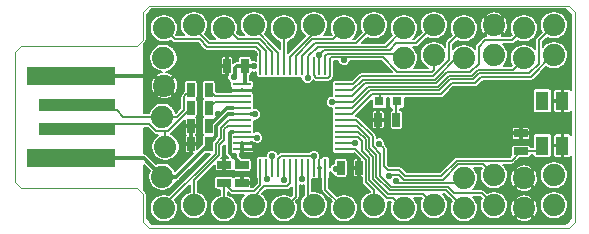
<source format=gtl>
G04 (created by PCBNEW (2013-07-14 BZR 4242)-stable) date Thu 29 Aug 2013 07:34:50 PM CEST*
%MOIN*%
G04 Gerber Fmt 3.4, Leading zero omitted, Abs format*
%FSLAX34Y34*%
G01*
G70*
G90*
G04 APERTURE LIST*
%ADD10C,0.005906*%
%ADD11C,0.003900*%
%ADD12C,0.003921*%
%ADD13C,0.074000*%
%ADD14C,0.134000*%
%ADD15R,0.295200X0.059000*%
%ADD16R,0.255900X0.039300*%
%ADD17R,0.025000X0.045000*%
%ADD18R,0.045000X0.025000*%
%ADD19R,0.031400X0.031400*%
%ADD20R,0.059000X0.009800*%
%ADD21R,0.009800X0.059000*%
%ADD22R,0.043307X0.062992*%
%ADD23C,0.021700*%
%ADD24C,0.011800*%
%ADD25C,0.006000*%
%ADD26C,0.005900*%
G04 APERTURE END LIST*
G54D10*
G54D11*
X15300Y-17430D02*
X15300Y-16500D01*
X15300Y-22574D02*
X15300Y-23500D01*
X29500Y-23700D02*
X15500Y-23700D01*
X29700Y-16500D02*
X29700Y-23500D01*
X15500Y-16300D02*
X29500Y-16300D01*
X11223Y-17630D02*
X15100Y-17630D01*
X11223Y-22374D02*
X15100Y-22374D01*
X11023Y-17830D02*
X11023Y-22174D01*
G54D12*
X11223Y-22374D02*
X11023Y-22174D01*
X15300Y-22574D02*
X15100Y-22374D01*
X15500Y-23700D02*
X15300Y-23500D01*
X29700Y-23500D02*
X29500Y-23700D01*
X29500Y-16300D02*
X29700Y-16500D01*
X15300Y-16500D02*
X15500Y-16300D01*
X15100Y-17630D02*
X15300Y-17430D01*
G54D11*
X11223Y-17630D02*
X11023Y-17830D01*
G54D13*
X24000Y-18050D03*
X25000Y-17950D03*
X26000Y-18050D03*
X27000Y-17950D03*
X28000Y-18050D03*
X29000Y-17950D03*
X26000Y-22050D03*
X27000Y-21950D03*
X28000Y-22050D03*
X29000Y-21950D03*
G54D14*
X25160Y-20420D03*
G54D13*
X16000Y-17050D03*
X17000Y-16950D03*
X18000Y-17050D03*
X19000Y-16950D03*
X20000Y-17050D03*
X21000Y-16950D03*
X22000Y-17050D03*
X23000Y-16950D03*
X24000Y-17050D03*
X25000Y-16950D03*
X26000Y-17050D03*
X27000Y-16950D03*
X28000Y-17050D03*
X29000Y-16950D03*
X16000Y-23050D03*
X17000Y-22950D03*
X18000Y-23050D03*
X19000Y-22950D03*
X20000Y-23050D03*
X21000Y-22950D03*
X22000Y-23050D03*
X23000Y-22950D03*
X24000Y-23050D03*
X25000Y-22950D03*
X26000Y-23050D03*
X27000Y-22950D03*
X28000Y-23050D03*
X29000Y-22950D03*
G54D15*
X12914Y-21377D03*
X12914Y-18623D03*
G54D16*
X13110Y-20393D03*
X13110Y-19607D03*
G54D17*
X16900Y-19100D03*
X17500Y-19100D03*
X16900Y-19700D03*
X17500Y-19700D03*
X18700Y-18300D03*
X18100Y-18300D03*
X17500Y-20300D03*
X16900Y-20300D03*
X21900Y-21700D03*
X22500Y-21700D03*
G54D18*
X18600Y-21600D03*
X18600Y-22200D03*
X27900Y-21150D03*
X27900Y-20550D03*
G54D17*
X23744Y-20098D03*
X23144Y-20098D03*
G54D19*
X23179Y-19488D03*
X23769Y-19488D03*
G54D20*
X18608Y-18918D03*
X18608Y-19115D03*
X18608Y-19312D03*
X18608Y-19508D03*
X18608Y-19705D03*
X18608Y-19902D03*
X18608Y-20098D03*
X18608Y-20295D03*
X18608Y-20492D03*
X18608Y-20688D03*
X18608Y-20885D03*
X18608Y-21082D03*
G54D21*
X19218Y-21692D03*
X19415Y-21692D03*
X19612Y-21692D03*
X19808Y-21692D03*
X20005Y-21692D03*
X20202Y-21692D03*
X20398Y-21692D03*
X20595Y-21692D03*
X20792Y-21692D03*
X20988Y-21692D03*
X21185Y-21692D03*
X21382Y-21692D03*
G54D20*
X21992Y-21082D03*
X21992Y-20885D03*
X21992Y-20688D03*
X21992Y-20492D03*
X21992Y-20295D03*
X21992Y-20098D03*
X21992Y-19902D03*
X21992Y-19705D03*
X21992Y-19508D03*
X21992Y-19312D03*
X21992Y-19115D03*
X21992Y-18918D03*
G54D21*
X21382Y-18308D03*
X21185Y-18308D03*
X20988Y-18308D03*
X20792Y-18308D03*
X20595Y-18308D03*
X20398Y-18308D03*
X20202Y-18308D03*
X20005Y-18308D03*
X19808Y-18308D03*
X19612Y-18308D03*
X19415Y-18308D03*
X19218Y-18308D03*
G54D13*
X15950Y-22000D03*
X16050Y-21000D03*
X15950Y-20000D03*
X16015Y-18960D03*
X15985Y-18040D03*
G54D17*
X17500Y-20900D03*
X16900Y-20900D03*
G54D22*
X28615Y-20958D03*
X29284Y-20958D03*
X28615Y-19461D03*
X29285Y-19461D03*
G54D18*
X18000Y-22200D03*
X18000Y-21600D03*
G54D23*
X19020Y-19920D03*
X22002Y-18101D03*
X21604Y-19507D03*
X21185Y-17928D03*
X20787Y-18700D03*
X23740Y-22130D03*
X20009Y-22106D03*
X20590Y-22086D03*
X23500Y-21980D03*
X17800Y-19920D03*
X23160Y-20890D03*
X22380Y-20880D03*
X19420Y-22080D03*
X19100Y-20690D03*
X19610Y-21310D03*
X18320Y-18680D03*
X18986Y-18316D03*
X20990Y-21310D03*
X21722Y-21751D03*
X18340Y-21300D03*
X16600Y-21310D03*
X17450Y-22130D03*
X19050Y-20980D03*
X22190Y-21990D03*
X23080Y-18320D03*
X26535Y-19133D03*
X27420Y-20090D03*
X27293Y-19143D03*
X28720Y-19980D03*
X21260Y-20620D03*
X21110Y-19100D03*
X22750Y-19950D03*
G54D24*
X12914Y-21377D02*
X15327Y-21377D01*
X15327Y-21377D02*
X15950Y-22000D01*
X17500Y-20900D02*
X17745Y-20654D01*
G54D25*
X18608Y-19902D02*
X18898Y-19902D01*
G54D24*
X18898Y-19902D02*
X19002Y-19902D01*
X19002Y-19902D02*
X19020Y-19920D01*
G54D25*
X18312Y-19902D02*
X18608Y-19902D01*
X18310Y-19900D02*
X18312Y-19902D01*
G54D24*
X18150Y-19900D02*
X18310Y-19900D01*
X17745Y-20305D02*
X18150Y-19900D01*
X17745Y-20654D02*
X17745Y-20305D01*
X15950Y-22000D02*
X16400Y-22000D01*
X16400Y-22000D02*
X17500Y-20900D01*
G54D25*
X18608Y-20098D02*
X18163Y-20098D01*
X17720Y-21230D02*
X16000Y-22950D01*
X17720Y-20890D02*
X17720Y-21230D01*
X17894Y-20716D02*
X17720Y-20890D01*
X17894Y-20366D02*
X17894Y-20716D01*
X18163Y-20098D02*
X17894Y-20366D01*
X16000Y-22950D02*
X16000Y-23050D01*
X16000Y-22880D02*
X16000Y-23050D01*
X22965Y-21325D02*
X22965Y-22069D01*
X22965Y-22069D02*
X23470Y-22575D01*
X23470Y-22575D02*
X24625Y-22575D01*
X22461Y-20492D02*
X22720Y-20750D01*
X22720Y-20750D02*
X22720Y-21080D01*
X22720Y-21080D02*
X22965Y-21325D01*
X25000Y-22950D02*
X24625Y-22575D01*
X22461Y-20492D02*
X21992Y-20492D01*
X23085Y-22020D02*
X23520Y-22454D01*
X22434Y-20295D02*
X22840Y-20700D01*
X22840Y-20700D02*
X22840Y-21030D01*
X22840Y-21030D02*
X23085Y-21275D01*
X23085Y-21275D02*
X23085Y-22020D01*
X23520Y-22454D02*
X25404Y-22454D01*
X26000Y-23050D02*
X25404Y-22454D01*
X22434Y-20295D02*
X21992Y-20295D01*
X23205Y-21970D02*
X23569Y-22334D01*
X22407Y-20098D02*
X22960Y-20650D01*
X22960Y-20650D02*
X22960Y-20981D01*
X22960Y-20981D02*
X23205Y-21226D01*
X23205Y-21226D02*
X23205Y-21970D01*
X23569Y-22334D02*
X25454Y-22334D01*
X25454Y-22334D02*
X25669Y-22550D01*
X25669Y-22550D02*
X26600Y-22550D01*
X27000Y-22950D02*
X26600Y-22550D01*
X22407Y-20098D02*
X21992Y-20098D01*
X18608Y-20295D02*
X18135Y-20295D01*
X17840Y-21279D02*
X17000Y-22120D01*
X17840Y-20940D02*
X17840Y-21279D01*
X18014Y-20766D02*
X17840Y-20940D01*
X18014Y-20416D02*
X18014Y-20766D01*
X18135Y-20295D02*
X18014Y-20416D01*
X17000Y-22950D02*
X17000Y-22120D01*
X19218Y-21692D02*
X19218Y-22272D01*
X18280Y-22480D02*
X18000Y-22200D01*
X19010Y-22480D02*
X18280Y-22480D01*
X19218Y-22272D02*
X19010Y-22480D01*
X18000Y-23050D02*
X18000Y-22410D01*
X18000Y-22410D02*
X18000Y-22200D01*
X20040Y-22310D02*
X19349Y-22310D01*
X19000Y-22659D02*
X19000Y-22950D01*
X19349Y-22310D02*
X19000Y-22659D01*
X20100Y-22310D02*
X20040Y-22310D01*
X20202Y-21692D02*
X20210Y-21700D01*
X20210Y-22200D02*
X20100Y-22310D01*
X20210Y-21700D02*
X20210Y-22200D01*
X20398Y-21692D02*
X20390Y-21700D01*
X20390Y-22660D02*
X20000Y-23050D01*
X20390Y-21700D02*
X20390Y-22660D01*
X20792Y-21692D02*
X20792Y-22742D01*
X20792Y-22742D02*
X21000Y-22950D01*
X21382Y-21692D02*
X21382Y-22432D01*
X21382Y-22432D02*
X22000Y-23050D01*
X23000Y-22950D02*
X23000Y-22444D01*
X22725Y-22169D02*
X22725Y-21425D01*
X23000Y-22444D02*
X22725Y-22169D01*
X21992Y-21082D02*
X22382Y-21082D01*
X22382Y-21082D02*
X22725Y-21425D01*
X22845Y-22119D02*
X23420Y-22695D01*
X23645Y-22695D02*
X24000Y-23050D01*
X23420Y-22695D02*
X23645Y-22695D01*
X22845Y-21375D02*
X22845Y-22119D01*
X22005Y-20675D02*
X22475Y-20675D01*
X22475Y-20675D02*
X22600Y-20800D01*
X22600Y-20800D02*
X22600Y-21130D01*
X22600Y-21130D02*
X22845Y-21375D01*
X22005Y-20675D02*
X21992Y-20688D01*
X21440Y-17900D02*
X23850Y-17900D01*
X23850Y-17900D02*
X24000Y-18050D01*
X21382Y-17958D02*
X21440Y-17900D01*
X21382Y-18308D02*
X21382Y-17958D01*
X23783Y-18513D02*
X24936Y-18513D01*
X25000Y-18450D02*
X25000Y-17950D01*
X24936Y-18513D02*
X25000Y-18450D01*
X23290Y-18020D02*
X23783Y-18513D01*
X22002Y-18020D02*
X23290Y-18020D01*
X22002Y-18101D02*
X22002Y-18020D01*
X21580Y-18020D02*
X22002Y-18020D01*
X21530Y-18070D02*
X21580Y-18020D01*
X21530Y-18640D02*
X21530Y-18070D01*
X21470Y-18700D02*
X21530Y-18640D01*
X21470Y-18700D02*
X21080Y-18700D01*
X20988Y-18308D02*
X20988Y-18608D01*
X20988Y-18608D02*
X21080Y-18700D01*
X22639Y-18760D02*
X25029Y-18760D01*
X25029Y-18760D02*
X25739Y-18050D01*
X25739Y-18050D02*
X26000Y-18050D01*
X22285Y-19115D02*
X21992Y-19115D01*
X22639Y-18760D02*
X22285Y-19115D01*
X25495Y-18633D02*
X26260Y-18633D01*
X22799Y-19000D02*
X25129Y-19000D01*
X22292Y-19508D02*
X22799Y-19000D01*
X21992Y-19508D02*
X22292Y-19508D01*
X26468Y-18425D02*
X27624Y-18425D01*
X27624Y-18425D02*
X28000Y-18050D01*
X25129Y-19000D02*
X25495Y-18633D01*
X26260Y-18633D02*
X26468Y-18425D01*
X21604Y-19508D02*
X21992Y-19508D01*
X21604Y-19507D02*
X21604Y-19508D01*
X25594Y-18873D02*
X26359Y-18873D01*
X23188Y-19240D02*
X25228Y-19240D01*
X25228Y-19240D02*
X25594Y-18873D01*
X28226Y-18665D02*
X28942Y-17950D01*
X26568Y-18665D02*
X28226Y-18665D01*
X26359Y-18873D02*
X26568Y-18665D01*
X28942Y-17950D02*
X29000Y-17950D01*
X23188Y-19240D02*
X23188Y-19478D01*
X23188Y-19478D02*
X23179Y-19488D01*
X22278Y-19902D02*
X21992Y-19902D01*
X22939Y-19240D02*
X22278Y-19902D01*
X23188Y-19240D02*
X22939Y-19240D01*
X19218Y-17812D02*
X19070Y-17664D01*
X16370Y-17420D02*
X16000Y-17050D01*
X17198Y-17420D02*
X16370Y-17420D01*
X19070Y-17664D02*
X17442Y-17664D01*
X19218Y-18308D02*
X19218Y-17812D01*
X17442Y-17664D02*
X17198Y-17420D01*
X23519Y-17780D02*
X23750Y-17549D01*
X21332Y-17780D02*
X23519Y-17780D01*
X21185Y-17928D02*
X21332Y-17780D01*
X24400Y-17549D02*
X25000Y-16950D01*
X23750Y-17549D02*
X24400Y-17549D01*
X21185Y-18308D02*
X21185Y-17928D01*
X24979Y-18640D02*
X25501Y-18118D01*
X22302Y-18918D02*
X22580Y-18640D01*
X22580Y-18640D02*
X24979Y-18640D01*
X21992Y-18918D02*
X22302Y-18918D01*
X25501Y-17548D02*
X26000Y-17050D01*
X25501Y-18118D02*
X25501Y-17548D01*
X25079Y-18880D02*
X25445Y-18513D01*
X25079Y-18880D02*
X22709Y-18880D01*
X22709Y-18880D02*
X22278Y-19312D01*
X21992Y-19312D02*
X22278Y-19312D01*
X27599Y-17450D02*
X28000Y-17050D01*
X26702Y-17450D02*
X27599Y-17450D01*
X26496Y-17657D02*
X26702Y-17450D01*
X26496Y-18228D02*
X26496Y-17657D01*
X26210Y-18513D02*
X26496Y-18228D01*
X25445Y-18513D02*
X26210Y-18513D01*
X25545Y-18753D02*
X26310Y-18753D01*
X25178Y-19120D02*
X22869Y-19120D01*
X22869Y-19120D02*
X22285Y-19705D01*
X21992Y-19705D02*
X22285Y-19705D01*
X26518Y-18545D02*
X28177Y-18545D01*
X28177Y-18545D02*
X28494Y-18228D01*
X28494Y-18228D02*
X28494Y-17455D01*
X28494Y-17455D02*
X29000Y-16950D01*
X25178Y-19120D02*
X25545Y-18753D01*
X26310Y-18753D02*
X26518Y-18545D01*
X19148Y-17542D02*
X17492Y-17542D01*
X19415Y-17809D02*
X19148Y-17542D01*
X17492Y-17542D02*
X17000Y-17050D01*
X17000Y-16950D02*
X17000Y-17050D01*
X19415Y-18308D02*
X19415Y-17809D01*
X19612Y-17834D02*
X19198Y-17420D01*
X19612Y-18308D02*
X19612Y-17834D01*
X18000Y-17050D02*
X18000Y-16950D01*
X19198Y-17420D02*
X18470Y-17420D01*
X18470Y-17420D02*
X18000Y-16950D01*
X19000Y-16950D02*
X19000Y-17050D01*
X19808Y-18308D02*
X19808Y-17858D01*
X19808Y-17858D02*
X19000Y-17050D01*
X20005Y-18308D02*
X20005Y-17055D01*
X20005Y-17055D02*
X20000Y-17050D01*
X20202Y-18308D02*
X20202Y-17998D01*
X21000Y-17200D02*
X21000Y-16950D01*
X20202Y-17998D02*
X21000Y-17200D01*
X20398Y-18308D02*
X20398Y-17972D01*
X21630Y-17420D02*
X22000Y-17050D01*
X20950Y-17420D02*
X21630Y-17420D01*
X20398Y-17972D02*
X20950Y-17420D01*
X20595Y-18308D02*
X20595Y-17975D01*
X22409Y-17540D02*
X23000Y-16950D01*
X21029Y-17540D02*
X22409Y-17540D01*
X20595Y-17975D02*
X21029Y-17540D01*
X20792Y-18308D02*
X20792Y-18696D01*
X20792Y-18696D02*
X20787Y-18700D01*
X20792Y-18308D02*
X20792Y-17988D01*
X23389Y-17660D02*
X24000Y-17050D01*
X21119Y-17660D02*
X23389Y-17660D01*
X20792Y-17988D02*
X21119Y-17660D01*
X23824Y-22214D02*
X25835Y-22214D01*
X23740Y-22130D02*
X23824Y-22214D01*
X20005Y-22101D02*
X20009Y-22106D01*
X20005Y-21692D02*
X20005Y-22101D01*
X25835Y-22214D02*
X26000Y-22050D01*
X23500Y-21980D02*
X23550Y-21930D01*
X26630Y-21580D02*
X27000Y-21950D01*
X25810Y-21580D02*
X26630Y-21580D01*
X25295Y-22094D02*
X25810Y-21580D01*
X23994Y-22094D02*
X25295Y-22094D01*
X23830Y-21930D02*
X23994Y-22094D01*
X23550Y-21930D02*
X23830Y-21930D01*
X20595Y-21692D02*
X20590Y-21696D01*
X20590Y-21696D02*
X20590Y-22086D01*
X17500Y-19700D02*
X17692Y-19508D01*
X17692Y-19508D02*
X18608Y-19508D01*
X17500Y-19100D02*
X17712Y-19312D01*
X17712Y-19312D02*
X18608Y-19312D01*
G54D24*
X17800Y-19920D02*
X17839Y-19959D01*
X18305Y-19705D02*
X18093Y-19705D01*
X17500Y-20298D02*
X17500Y-20300D01*
X18093Y-19705D02*
X17839Y-19959D01*
X17839Y-19959D02*
X17500Y-20298D01*
G54D25*
X18305Y-19705D02*
X18608Y-19705D01*
X15950Y-20000D02*
X16440Y-20000D01*
X16680Y-19320D02*
X16900Y-19100D01*
X16680Y-19760D02*
X16680Y-19320D01*
X16440Y-20000D02*
X16680Y-19760D01*
X13110Y-19607D02*
X13273Y-19770D01*
X14650Y-20000D02*
X15950Y-20000D01*
X14420Y-19770D02*
X14650Y-20000D01*
X13273Y-19770D02*
X14420Y-19770D01*
X16050Y-21000D02*
X16050Y-20470D01*
X15360Y-20230D02*
X15510Y-20230D01*
X13273Y-20230D02*
X15360Y-20230D01*
X15750Y-20470D02*
X16050Y-20470D01*
X15510Y-20230D02*
X15750Y-20470D01*
X16050Y-20470D02*
X16140Y-20470D01*
X16140Y-20470D02*
X16900Y-19710D01*
X16900Y-19710D02*
X16900Y-19700D01*
X13110Y-20393D02*
X13273Y-20230D01*
X13273Y-20230D02*
X14420Y-20230D01*
X23744Y-20098D02*
X23744Y-19512D01*
X23744Y-19512D02*
X23769Y-19488D01*
X27590Y-21459D02*
X27900Y-21150D01*
X25760Y-21459D02*
X27590Y-21459D01*
X25245Y-21974D02*
X25760Y-21459D01*
X24044Y-21974D02*
X25245Y-21974D01*
X23849Y-21780D02*
X24044Y-21974D01*
X23460Y-21780D02*
X23849Y-21780D01*
X23325Y-21645D02*
X23460Y-21780D01*
X23325Y-21055D02*
X23325Y-21645D01*
X23160Y-20890D02*
X23325Y-21055D01*
X21992Y-20885D02*
X22375Y-20885D01*
X22375Y-20885D02*
X22380Y-20880D01*
X27900Y-21150D02*
X28413Y-21150D01*
X28413Y-21150D02*
X28615Y-20948D01*
X19415Y-21692D02*
X19415Y-22075D01*
X19415Y-22075D02*
X19420Y-22080D01*
X18608Y-20688D02*
X19098Y-20688D01*
X19098Y-20688D02*
X19100Y-20690D01*
X19612Y-21692D02*
X19612Y-21312D01*
X19612Y-21312D02*
X19610Y-21310D01*
G54D24*
X18320Y-18680D02*
X18380Y-18620D01*
X18380Y-18620D02*
X18380Y-18370D01*
X18380Y-18370D02*
X18450Y-18300D01*
X18700Y-18300D02*
X18450Y-18300D01*
X18969Y-18300D02*
X18700Y-18300D01*
X18986Y-18316D02*
X18969Y-18300D01*
G54D25*
X19808Y-21692D02*
X19808Y-21402D01*
X20980Y-21300D02*
X20990Y-21310D01*
X19910Y-21300D02*
X20980Y-21300D01*
X19808Y-21402D02*
X19910Y-21300D01*
X20990Y-21690D02*
X20988Y-21692D01*
X20990Y-21310D02*
X20990Y-21690D01*
G54D24*
X21774Y-21700D02*
X21900Y-21700D01*
X21722Y-21751D02*
X21774Y-21700D01*
X18700Y-18300D02*
X18700Y-18850D01*
G54D25*
X18700Y-18850D02*
X18632Y-18918D01*
X18632Y-18918D02*
X18608Y-18918D01*
G54D24*
X18231Y-20492D02*
X18308Y-20492D01*
G54D25*
X18308Y-20492D02*
X18608Y-20492D01*
X18231Y-20492D02*
X18190Y-20533D01*
G54D24*
X18340Y-21300D02*
X18300Y-21300D01*
X18190Y-20533D02*
X18231Y-20492D01*
X18190Y-21190D02*
X18190Y-20533D01*
X18300Y-21300D02*
X18190Y-21190D01*
X18340Y-21300D02*
X18340Y-21340D01*
X18340Y-21340D02*
X18600Y-21600D01*
G54D25*
X16900Y-20900D02*
X16660Y-20900D01*
X16600Y-20960D02*
X16600Y-21310D01*
X16660Y-20900D02*
X16600Y-20960D01*
X18600Y-22200D02*
X18600Y-21950D01*
X17450Y-22110D02*
X17450Y-22130D01*
X17670Y-21890D02*
X17450Y-22110D01*
X18540Y-21890D02*
X17670Y-21890D01*
X18600Y-21950D02*
X18540Y-21890D01*
X18905Y-20885D02*
X18608Y-20885D01*
X18910Y-20880D02*
X18905Y-20885D01*
G54D24*
X18950Y-20880D02*
X18910Y-20880D01*
X19050Y-20980D02*
X18950Y-20880D01*
X12914Y-18623D02*
X15678Y-18623D01*
X15678Y-18623D02*
X16015Y-18960D01*
G54D25*
X22500Y-21700D02*
X22500Y-22020D01*
X22260Y-22060D02*
X22190Y-21990D01*
X22460Y-22060D02*
X22260Y-22060D01*
X22500Y-22020D02*
X22460Y-22060D01*
X26535Y-19133D02*
X27283Y-19133D01*
X27147Y-20090D02*
X26535Y-19478D01*
X26535Y-19478D02*
X26535Y-19133D01*
X27420Y-20090D02*
X27147Y-20090D01*
X27283Y-19133D02*
X27293Y-19143D01*
X21260Y-20620D02*
X21260Y-19250D01*
X21185Y-21405D02*
X21260Y-21330D01*
X21260Y-21330D02*
X21260Y-20620D01*
X21185Y-21692D02*
X21185Y-21405D01*
X21260Y-19250D02*
X21110Y-19100D01*
X23144Y-20098D02*
X22898Y-20098D01*
X22898Y-20098D02*
X22750Y-19950D01*
G54D24*
X18608Y-20885D02*
X18608Y-21082D01*
G54D10*
G36*
X29580Y-23384D02*
X29470Y-23493D01*
X29470Y-22903D01*
X29470Y-21903D01*
X29452Y-21813D01*
X29417Y-21728D01*
X29366Y-21651D01*
X29301Y-21585D01*
X29255Y-21554D01*
X29255Y-19843D01*
X29255Y-19491D01*
X29255Y-19432D01*
X29255Y-19080D01*
X29233Y-19058D01*
X29077Y-19058D01*
X29059Y-19058D01*
X29042Y-19061D01*
X29026Y-19068D01*
X29012Y-19078D01*
X28999Y-19090D01*
X28990Y-19105D01*
X28983Y-19121D01*
X28979Y-19138D01*
X28979Y-19410D01*
X29002Y-19432D01*
X29255Y-19432D01*
X29255Y-19491D01*
X29002Y-19491D01*
X28979Y-19513D01*
X28979Y-19785D01*
X28983Y-19802D01*
X28990Y-19818D01*
X28999Y-19833D01*
X29012Y-19845D01*
X29026Y-19855D01*
X29042Y-19862D01*
X29059Y-19865D01*
X29077Y-19865D01*
X29233Y-19865D01*
X29255Y-19843D01*
X29255Y-21554D01*
X29255Y-21554D01*
X29255Y-21339D01*
X29255Y-20987D01*
X29255Y-20928D01*
X29255Y-20576D01*
X29233Y-20554D01*
X29076Y-20554D01*
X29059Y-20554D01*
X29042Y-20557D01*
X29026Y-20564D01*
X29011Y-20574D01*
X28999Y-20586D01*
X28989Y-20601D01*
X28983Y-20617D01*
X28979Y-20634D01*
X28979Y-20906D01*
X29001Y-20928D01*
X29255Y-20928D01*
X29255Y-20987D01*
X29001Y-20987D01*
X28979Y-21009D01*
X28979Y-21281D01*
X28983Y-21298D01*
X28989Y-21314D01*
X28999Y-21329D01*
X29011Y-21341D01*
X29026Y-21351D01*
X29042Y-21358D01*
X29059Y-21361D01*
X29076Y-21361D01*
X29233Y-21361D01*
X29255Y-21339D01*
X29255Y-21554D01*
X29224Y-21534D01*
X29139Y-21498D01*
X29049Y-21479D01*
X28957Y-21479D01*
X28866Y-21496D01*
X28780Y-21531D01*
X28703Y-21581D01*
X28637Y-21646D01*
X28585Y-21722D01*
X28549Y-21807D01*
X28530Y-21897D01*
X28528Y-21989D01*
X28545Y-22080D01*
X28579Y-22166D01*
X28629Y-22243D01*
X28693Y-22310D01*
X28769Y-22362D01*
X28853Y-22399D01*
X28944Y-22419D01*
X29036Y-22421D01*
X29127Y-22405D01*
X29213Y-22371D01*
X29291Y-22322D01*
X29357Y-22258D01*
X29411Y-22183D01*
X29448Y-22099D01*
X29469Y-22009D01*
X29470Y-21903D01*
X29470Y-22903D01*
X29452Y-22813D01*
X29417Y-22728D01*
X29366Y-22651D01*
X29301Y-22585D01*
X29224Y-22534D01*
X29139Y-22498D01*
X29049Y-22479D01*
X28957Y-22479D01*
X28866Y-22496D01*
X28780Y-22531D01*
X28703Y-22581D01*
X28637Y-22646D01*
X28585Y-22722D01*
X28549Y-22807D01*
X28530Y-22897D01*
X28528Y-22989D01*
X28545Y-23080D01*
X28579Y-23166D01*
X28629Y-23243D01*
X28693Y-23310D01*
X28769Y-23362D01*
X28853Y-23399D01*
X28944Y-23419D01*
X29036Y-23421D01*
X29127Y-23405D01*
X29213Y-23371D01*
X29291Y-23322D01*
X29357Y-23258D01*
X29411Y-23183D01*
X29448Y-23099D01*
X29469Y-23009D01*
X29470Y-22903D01*
X29470Y-23493D01*
X29384Y-23580D01*
X28460Y-23580D01*
X28460Y-23038D01*
X28460Y-22038D01*
X28449Y-21948D01*
X28421Y-21863D01*
X28389Y-21803D01*
X28330Y-21761D01*
X28288Y-21803D01*
X28288Y-21719D01*
X28246Y-21660D01*
X28165Y-21620D01*
X28078Y-21596D01*
X27988Y-21589D01*
X27898Y-21600D01*
X27813Y-21628D01*
X27753Y-21660D01*
X27711Y-21719D01*
X28000Y-22008D01*
X28288Y-21719D01*
X28288Y-21803D01*
X28041Y-22050D01*
X28330Y-22338D01*
X28389Y-22296D01*
X28429Y-22215D01*
X28453Y-22128D01*
X28460Y-22038D01*
X28460Y-23038D01*
X28449Y-22948D01*
X28421Y-22863D01*
X28389Y-22803D01*
X28330Y-22761D01*
X28288Y-22803D01*
X28288Y-22719D01*
X28288Y-22380D01*
X28000Y-22091D01*
X27958Y-22133D01*
X27958Y-22050D01*
X27669Y-21761D01*
X27610Y-21803D01*
X27570Y-21884D01*
X27546Y-21971D01*
X27539Y-22061D01*
X27550Y-22151D01*
X27578Y-22236D01*
X27610Y-22296D01*
X27669Y-22338D01*
X27958Y-22050D01*
X27958Y-22133D01*
X27711Y-22380D01*
X27753Y-22439D01*
X27834Y-22479D01*
X27921Y-22503D01*
X28011Y-22510D01*
X28101Y-22499D01*
X28186Y-22471D01*
X28246Y-22439D01*
X28288Y-22380D01*
X28288Y-22719D01*
X28246Y-22660D01*
X28165Y-22620D01*
X28078Y-22596D01*
X27988Y-22589D01*
X27898Y-22600D01*
X27813Y-22628D01*
X27753Y-22660D01*
X27711Y-22719D01*
X28000Y-23008D01*
X28288Y-22719D01*
X28288Y-22803D01*
X28041Y-23050D01*
X28330Y-23338D01*
X28389Y-23296D01*
X28429Y-23215D01*
X28453Y-23128D01*
X28460Y-23038D01*
X28460Y-23580D01*
X28288Y-23580D01*
X28288Y-23380D01*
X28000Y-23091D01*
X27958Y-23133D01*
X27958Y-23050D01*
X27669Y-22761D01*
X27610Y-22803D01*
X27570Y-22884D01*
X27546Y-22971D01*
X27539Y-23061D01*
X27550Y-23151D01*
X27578Y-23236D01*
X27610Y-23296D01*
X27669Y-23338D01*
X27958Y-23050D01*
X27958Y-23133D01*
X27711Y-23380D01*
X27753Y-23439D01*
X27834Y-23479D01*
X27921Y-23503D01*
X28011Y-23510D01*
X28101Y-23499D01*
X28186Y-23471D01*
X28246Y-23439D01*
X28288Y-23380D01*
X28288Y-23580D01*
X22470Y-23580D01*
X22470Y-23003D01*
X22470Y-23003D01*
X22470Y-21991D01*
X22470Y-21729D01*
X22470Y-21670D01*
X22470Y-21408D01*
X22448Y-21386D01*
X22366Y-21386D01*
X22349Y-21389D01*
X22333Y-21396D01*
X22318Y-21406D01*
X22306Y-21418D01*
X22296Y-21433D01*
X22289Y-21449D01*
X22286Y-21466D01*
X22286Y-21483D01*
X22286Y-21648D01*
X22308Y-21670D01*
X22470Y-21670D01*
X22470Y-21729D01*
X22308Y-21729D01*
X22286Y-21751D01*
X22286Y-21916D01*
X22286Y-21933D01*
X22289Y-21950D01*
X22296Y-21966D01*
X22306Y-21981D01*
X22318Y-21993D01*
X22333Y-22003D01*
X22349Y-22010D01*
X22366Y-22013D01*
X22448Y-22013D01*
X22470Y-21991D01*
X22470Y-23003D01*
X22452Y-22913D01*
X22417Y-22828D01*
X22366Y-22751D01*
X22301Y-22685D01*
X22224Y-22634D01*
X22139Y-22598D01*
X22049Y-22579D01*
X21957Y-22579D01*
X21866Y-22596D01*
X21780Y-22631D01*
X21771Y-22637D01*
X21512Y-22377D01*
X21512Y-22045D01*
X21520Y-22034D01*
X21527Y-22016D01*
X21531Y-21996D01*
X21531Y-21977D01*
X21531Y-21837D01*
X21535Y-21847D01*
X21557Y-21882D01*
X21586Y-21911D01*
X21619Y-21935D01*
X21657Y-21951D01*
X21679Y-21956D01*
X21685Y-21972D01*
X21696Y-21989D01*
X21710Y-22003D01*
X21727Y-22014D01*
X21745Y-22021D01*
X21765Y-22025D01*
X21784Y-22025D01*
X22034Y-22025D01*
X22054Y-22021D01*
X22072Y-22014D01*
X22089Y-22003D01*
X22103Y-21989D01*
X22114Y-21972D01*
X22121Y-21954D01*
X22125Y-21934D01*
X22125Y-21915D01*
X22125Y-21465D01*
X22121Y-21445D01*
X22114Y-21427D01*
X22103Y-21410D01*
X22089Y-21396D01*
X22072Y-21385D01*
X22054Y-21378D01*
X22034Y-21374D01*
X22015Y-21374D01*
X21765Y-21374D01*
X21745Y-21378D01*
X21727Y-21385D01*
X21710Y-21396D01*
X21696Y-21410D01*
X21685Y-21427D01*
X21678Y-21445D01*
X21674Y-21465D01*
X21674Y-21484D01*
X21674Y-21548D01*
X21663Y-21550D01*
X21625Y-21565D01*
X21590Y-21588D01*
X21561Y-21616D01*
X21538Y-21650D01*
X21531Y-21666D01*
X21531Y-21387D01*
X21527Y-21367D01*
X21520Y-21349D01*
X21509Y-21332D01*
X21495Y-21318D01*
X21478Y-21307D01*
X21460Y-21300D01*
X21440Y-21296D01*
X21421Y-21296D01*
X21323Y-21296D01*
X21303Y-21300D01*
X21285Y-21307D01*
X21271Y-21316D01*
X21259Y-21311D01*
X21242Y-21308D01*
X21231Y-21308D01*
X21214Y-21325D01*
X21214Y-21308D01*
X21198Y-21308D01*
X21199Y-21289D01*
X21191Y-21249D01*
X21175Y-21211D01*
X21152Y-21177D01*
X21123Y-21148D01*
X21089Y-21125D01*
X21052Y-21109D01*
X21011Y-21101D01*
X20970Y-21100D01*
X20930Y-21108D01*
X20892Y-21123D01*
X20858Y-21146D01*
X20834Y-21169D01*
X19910Y-21169D01*
X19897Y-21170D01*
X19885Y-21171D01*
X19885Y-21171D01*
X19884Y-21171D01*
X19873Y-21175D01*
X19861Y-21178D01*
X19860Y-21179D01*
X19860Y-21179D01*
X19849Y-21184D01*
X19838Y-21190D01*
X19838Y-21190D01*
X19837Y-21191D01*
X19828Y-21198D01*
X19819Y-21206D01*
X19818Y-21207D01*
X19818Y-21207D01*
X19818Y-21207D01*
X19817Y-21207D01*
X19800Y-21224D01*
X19795Y-21211D01*
X19772Y-21177D01*
X19743Y-21148D01*
X19709Y-21125D01*
X19672Y-21109D01*
X19631Y-21101D01*
X19590Y-21100D01*
X19550Y-21108D01*
X19512Y-21123D01*
X19478Y-21146D01*
X19449Y-21175D01*
X19425Y-21208D01*
X19409Y-21246D01*
X19401Y-21286D01*
X19401Y-21296D01*
X19356Y-21296D01*
X19336Y-21300D01*
X19318Y-21307D01*
X19316Y-21309D01*
X19314Y-21307D01*
X19296Y-21300D01*
X19276Y-21296D01*
X19257Y-21296D01*
X19159Y-21296D01*
X19139Y-21300D01*
X19121Y-21307D01*
X19104Y-21318D01*
X19090Y-21332D01*
X19079Y-21349D01*
X19072Y-21367D01*
X19068Y-21387D01*
X19068Y-21406D01*
X19068Y-21996D01*
X19072Y-22016D01*
X19079Y-22034D01*
X19087Y-22045D01*
X19087Y-22217D01*
X18991Y-22313D01*
X18991Y-21139D01*
X18991Y-21128D01*
X18991Y-21035D01*
X18991Y-21024D01*
X18988Y-21007D01*
X18981Y-20991D01*
X18976Y-20983D01*
X18981Y-20975D01*
X18988Y-20959D01*
X18991Y-20942D01*
X18991Y-20931D01*
X18969Y-20909D01*
X18637Y-20909D01*
X18637Y-20966D01*
X18637Y-21000D01*
X18637Y-21057D01*
X18969Y-21057D01*
X18991Y-21035D01*
X18991Y-21128D01*
X18969Y-21106D01*
X18637Y-21106D01*
X18637Y-21197D01*
X18659Y-21219D01*
X18911Y-21219D01*
X18928Y-21216D01*
X18944Y-21209D01*
X18959Y-21199D01*
X18971Y-21187D01*
X18981Y-21172D01*
X18988Y-21156D01*
X18991Y-21139D01*
X18991Y-22313D01*
X18955Y-22349D01*
X18910Y-22349D01*
X18913Y-22333D01*
X18913Y-22251D01*
X18913Y-22148D01*
X18913Y-22066D01*
X18910Y-22049D01*
X18903Y-22033D01*
X18893Y-22018D01*
X18881Y-22006D01*
X18866Y-21996D01*
X18850Y-21989D01*
X18833Y-21986D01*
X18816Y-21986D01*
X18651Y-21986D01*
X18629Y-22008D01*
X18629Y-22170D01*
X18891Y-22170D01*
X18913Y-22148D01*
X18913Y-22251D01*
X18891Y-22229D01*
X18629Y-22229D01*
X18629Y-22237D01*
X18570Y-22237D01*
X18570Y-22229D01*
X18562Y-22229D01*
X18562Y-22170D01*
X18570Y-22170D01*
X18570Y-22008D01*
X18548Y-21986D01*
X18383Y-21986D01*
X18366Y-21986D01*
X18349Y-21989D01*
X18333Y-21996D01*
X18318Y-22006D01*
X18307Y-22017D01*
X18303Y-22010D01*
X18289Y-21996D01*
X18272Y-21985D01*
X18254Y-21978D01*
X18234Y-21974D01*
X18215Y-21974D01*
X17970Y-21974D01*
X17765Y-21974D01*
X17745Y-21978D01*
X17727Y-21985D01*
X17710Y-21996D01*
X17696Y-22010D01*
X17685Y-22027D01*
X17678Y-22045D01*
X17674Y-22065D01*
X17674Y-22084D01*
X17674Y-22334D01*
X17678Y-22354D01*
X17685Y-22372D01*
X17696Y-22389D01*
X17710Y-22403D01*
X17727Y-22414D01*
X17745Y-22421D01*
X17765Y-22425D01*
X17784Y-22425D01*
X17869Y-22425D01*
X17869Y-22595D01*
X17866Y-22596D01*
X17780Y-22631D01*
X17703Y-22681D01*
X17637Y-22746D01*
X17585Y-22822D01*
X17549Y-22907D01*
X17530Y-22997D01*
X17528Y-23089D01*
X17545Y-23180D01*
X17579Y-23266D01*
X17629Y-23343D01*
X17693Y-23410D01*
X17769Y-23462D01*
X17853Y-23499D01*
X17944Y-23519D01*
X18036Y-23521D01*
X18127Y-23505D01*
X18213Y-23471D01*
X18291Y-23422D01*
X18357Y-23358D01*
X18411Y-23283D01*
X18448Y-23199D01*
X18469Y-23109D01*
X18470Y-23003D01*
X18452Y-22913D01*
X18417Y-22828D01*
X18366Y-22751D01*
X18301Y-22685D01*
X18224Y-22634D01*
X18139Y-22598D01*
X18130Y-22596D01*
X18130Y-22515D01*
X18187Y-22572D01*
X18197Y-22579D01*
X18206Y-22587D01*
X18206Y-22588D01*
X18207Y-22588D01*
X18218Y-22594D01*
X18228Y-22599D01*
X18229Y-22600D01*
X18229Y-22600D01*
X18241Y-22603D01*
X18252Y-22607D01*
X18253Y-22607D01*
X18254Y-22607D01*
X18266Y-22609D01*
X18278Y-22610D01*
X18279Y-22610D01*
X18279Y-22610D01*
X18279Y-22610D01*
X18280Y-22610D01*
X18674Y-22610D01*
X18637Y-22646D01*
X18585Y-22722D01*
X18549Y-22807D01*
X18530Y-22897D01*
X18528Y-22989D01*
X18545Y-23080D01*
X18579Y-23166D01*
X18629Y-23243D01*
X18693Y-23310D01*
X18769Y-23362D01*
X18853Y-23399D01*
X18944Y-23419D01*
X19036Y-23421D01*
X19127Y-23405D01*
X19213Y-23371D01*
X19291Y-23322D01*
X19357Y-23258D01*
X19411Y-23183D01*
X19448Y-23099D01*
X19469Y-23009D01*
X19470Y-22903D01*
X19452Y-22813D01*
X19417Y-22728D01*
X19366Y-22651D01*
X19301Y-22585D01*
X19275Y-22568D01*
X19403Y-22440D01*
X20040Y-22440D01*
X20100Y-22440D01*
X20112Y-22439D01*
X20124Y-22438D01*
X20124Y-22438D01*
X20125Y-22438D01*
X20136Y-22434D01*
X20148Y-22431D01*
X20149Y-22430D01*
X20149Y-22430D01*
X20160Y-22424D01*
X20171Y-22419D01*
X20171Y-22419D01*
X20172Y-22418D01*
X20181Y-22411D01*
X20190Y-22403D01*
X20191Y-22402D01*
X20191Y-22402D01*
X20191Y-22402D01*
X20192Y-22402D01*
X20259Y-22335D01*
X20259Y-22605D01*
X20228Y-22636D01*
X20224Y-22634D01*
X20139Y-22598D01*
X20049Y-22579D01*
X19957Y-22579D01*
X19866Y-22596D01*
X19780Y-22631D01*
X19703Y-22681D01*
X19637Y-22746D01*
X19585Y-22822D01*
X19549Y-22907D01*
X19530Y-22997D01*
X19528Y-23089D01*
X19545Y-23180D01*
X19579Y-23266D01*
X19629Y-23343D01*
X19693Y-23410D01*
X19769Y-23462D01*
X19853Y-23499D01*
X19944Y-23519D01*
X20036Y-23521D01*
X20127Y-23505D01*
X20213Y-23471D01*
X20291Y-23422D01*
X20357Y-23358D01*
X20411Y-23283D01*
X20448Y-23199D01*
X20469Y-23109D01*
X20470Y-23003D01*
X20452Y-22913D01*
X20417Y-22828D01*
X20413Y-22821D01*
X20482Y-22752D01*
X20489Y-22742D01*
X20497Y-22733D01*
X20498Y-22733D01*
X20498Y-22732D01*
X20504Y-22721D01*
X20509Y-22711D01*
X20510Y-22710D01*
X20510Y-22710D01*
X20513Y-22698D01*
X20517Y-22687D01*
X20517Y-22686D01*
X20517Y-22685D01*
X20519Y-22673D01*
X20520Y-22661D01*
X20520Y-22660D01*
X20520Y-22660D01*
X20520Y-22660D01*
X20520Y-22660D01*
X20520Y-22284D01*
X20525Y-22286D01*
X20565Y-22295D01*
X20606Y-22296D01*
X20647Y-22288D01*
X20661Y-22283D01*
X20661Y-22622D01*
X20637Y-22646D01*
X20585Y-22722D01*
X20549Y-22807D01*
X20530Y-22897D01*
X20528Y-22989D01*
X20545Y-23080D01*
X20579Y-23166D01*
X20629Y-23243D01*
X20693Y-23310D01*
X20769Y-23362D01*
X20853Y-23399D01*
X20944Y-23419D01*
X21036Y-23421D01*
X21127Y-23405D01*
X21213Y-23371D01*
X21291Y-23322D01*
X21357Y-23258D01*
X21411Y-23183D01*
X21448Y-23099D01*
X21469Y-23009D01*
X21470Y-22903D01*
X21452Y-22813D01*
X21417Y-22728D01*
X21366Y-22651D01*
X21301Y-22585D01*
X21224Y-22534D01*
X21139Y-22498D01*
X21049Y-22479D01*
X20957Y-22479D01*
X20922Y-22485D01*
X20922Y-22086D01*
X20929Y-22087D01*
X20948Y-22087D01*
X21046Y-22087D01*
X21066Y-22083D01*
X21084Y-22076D01*
X21098Y-22067D01*
X21110Y-22072D01*
X21127Y-22075D01*
X21138Y-22075D01*
X21160Y-22053D01*
X21160Y-21721D01*
X21147Y-21721D01*
X21147Y-21662D01*
X21160Y-21662D01*
X21160Y-21654D01*
X21209Y-21654D01*
X21209Y-21662D01*
X21222Y-21662D01*
X21222Y-21721D01*
X21209Y-21721D01*
X21209Y-22053D01*
X21231Y-22075D01*
X21242Y-22075D01*
X21251Y-22073D01*
X21251Y-22432D01*
X21252Y-22444D01*
X21253Y-22456D01*
X21253Y-22456D01*
X21253Y-22457D01*
X21257Y-22468D01*
X21260Y-22480D01*
X21261Y-22481D01*
X21261Y-22481D01*
X21267Y-22492D01*
X21272Y-22503D01*
X21272Y-22503D01*
X21273Y-22504D01*
X21280Y-22513D01*
X21288Y-22522D01*
X21289Y-22523D01*
X21289Y-22523D01*
X21289Y-22523D01*
X21289Y-22524D01*
X21586Y-22821D01*
X21585Y-22822D01*
X21549Y-22907D01*
X21530Y-22997D01*
X21528Y-23089D01*
X21545Y-23180D01*
X21579Y-23266D01*
X21629Y-23343D01*
X21693Y-23410D01*
X21769Y-23462D01*
X21853Y-23499D01*
X21944Y-23519D01*
X22036Y-23521D01*
X22127Y-23505D01*
X22213Y-23471D01*
X22291Y-23422D01*
X22357Y-23358D01*
X22411Y-23283D01*
X22448Y-23199D01*
X22469Y-23109D01*
X22470Y-23003D01*
X22470Y-23580D01*
X21470Y-23580D01*
X15615Y-23580D01*
X15420Y-23384D01*
X15420Y-22576D01*
X15420Y-22575D01*
X15420Y-22574D01*
X15420Y-22574D01*
X15419Y-22573D01*
X15418Y-22551D01*
X15417Y-22550D01*
X15417Y-22550D01*
X15417Y-22549D01*
X15411Y-22529D01*
X15410Y-22528D01*
X15410Y-22528D01*
X15410Y-22527D01*
X15400Y-22508D01*
X15399Y-22507D01*
X15399Y-22507D01*
X15399Y-22506D01*
X15386Y-22490D01*
X15384Y-22489D01*
X15329Y-22433D01*
X15329Y-21906D01*
X15329Y-21605D01*
X15523Y-21799D01*
X15499Y-21857D01*
X15480Y-21947D01*
X15478Y-22039D01*
X15495Y-22130D01*
X15529Y-22216D01*
X15579Y-22293D01*
X15643Y-22360D01*
X15719Y-22412D01*
X15803Y-22449D01*
X15894Y-22469D01*
X15986Y-22471D01*
X16077Y-22455D01*
X16163Y-22421D01*
X16241Y-22372D01*
X16307Y-22308D01*
X16361Y-22233D01*
X16394Y-22159D01*
X16400Y-22159D01*
X16414Y-22158D01*
X16429Y-22156D01*
X16430Y-22156D01*
X16430Y-22156D01*
X16445Y-22152D01*
X16459Y-22148D01*
X16459Y-22147D01*
X16460Y-22147D01*
X16473Y-22140D01*
X16486Y-22133D01*
X16487Y-22133D01*
X16488Y-22132D01*
X16499Y-22123D01*
X16511Y-22114D01*
X16512Y-22113D01*
X16512Y-22113D01*
X16512Y-22113D01*
X16512Y-22112D01*
X17400Y-21225D01*
X17540Y-21225D01*
X16159Y-22606D01*
X16139Y-22598D01*
X16049Y-22579D01*
X15957Y-22579D01*
X15866Y-22596D01*
X15780Y-22631D01*
X15703Y-22681D01*
X15637Y-22746D01*
X15585Y-22822D01*
X15549Y-22907D01*
X15530Y-22997D01*
X15528Y-23089D01*
X15545Y-23180D01*
X15579Y-23266D01*
X15629Y-23343D01*
X15693Y-23410D01*
X15769Y-23462D01*
X15853Y-23499D01*
X15944Y-23519D01*
X16036Y-23521D01*
X16127Y-23505D01*
X16213Y-23471D01*
X16291Y-23422D01*
X16357Y-23358D01*
X16411Y-23283D01*
X16448Y-23199D01*
X16469Y-23109D01*
X16470Y-23003D01*
X16452Y-22913D01*
X16417Y-22828D01*
X16373Y-22761D01*
X16869Y-22265D01*
X16869Y-22495D01*
X16866Y-22496D01*
X16780Y-22531D01*
X16703Y-22581D01*
X16637Y-22646D01*
X16585Y-22722D01*
X16549Y-22807D01*
X16530Y-22897D01*
X16528Y-22989D01*
X16545Y-23080D01*
X16579Y-23166D01*
X16629Y-23243D01*
X16693Y-23310D01*
X16769Y-23362D01*
X16853Y-23399D01*
X16944Y-23419D01*
X17036Y-23421D01*
X17127Y-23405D01*
X17213Y-23371D01*
X17291Y-23322D01*
X17357Y-23258D01*
X17411Y-23183D01*
X17448Y-23099D01*
X17469Y-23009D01*
X17470Y-22903D01*
X17452Y-22813D01*
X17417Y-22728D01*
X17366Y-22651D01*
X17301Y-22585D01*
X17224Y-22534D01*
X17139Y-22498D01*
X17130Y-22496D01*
X17130Y-22174D01*
X17686Y-21618D01*
X17686Y-21629D01*
X17708Y-21629D01*
X17686Y-21651D01*
X17686Y-21733D01*
X17689Y-21750D01*
X17696Y-21766D01*
X17706Y-21781D01*
X17718Y-21793D01*
X17733Y-21803D01*
X17749Y-21810D01*
X17766Y-21813D01*
X17783Y-21813D01*
X17948Y-21813D01*
X17970Y-21791D01*
X17970Y-21629D01*
X17962Y-21629D01*
X17962Y-21570D01*
X17970Y-21570D01*
X17970Y-21408D01*
X17948Y-21386D01*
X17918Y-21386D01*
X17932Y-21372D01*
X17939Y-21362D01*
X17947Y-21353D01*
X17948Y-21353D01*
X17948Y-21352D01*
X17954Y-21341D01*
X17959Y-21331D01*
X17960Y-21330D01*
X17960Y-21330D01*
X17963Y-21318D01*
X17967Y-21307D01*
X17967Y-21306D01*
X17967Y-21305D01*
X17969Y-21293D01*
X17970Y-21281D01*
X17970Y-21280D01*
X17970Y-21280D01*
X17970Y-21280D01*
X17970Y-21279D01*
X17970Y-20994D01*
X18030Y-20934D01*
X18030Y-21190D01*
X18031Y-21204D01*
X18033Y-21219D01*
X18033Y-21220D01*
X18033Y-21220D01*
X18037Y-21235D01*
X18041Y-21249D01*
X18042Y-21249D01*
X18042Y-21250D01*
X18049Y-21263D01*
X18056Y-21276D01*
X18056Y-21277D01*
X18057Y-21278D01*
X18066Y-21289D01*
X18075Y-21301D01*
X18076Y-21302D01*
X18076Y-21302D01*
X18076Y-21302D01*
X18077Y-21302D01*
X18141Y-21367D01*
X18149Y-21386D01*
X18051Y-21386D01*
X18029Y-21408D01*
X18029Y-21570D01*
X18037Y-21570D01*
X18037Y-21629D01*
X18029Y-21629D01*
X18029Y-21791D01*
X18051Y-21813D01*
X18216Y-21813D01*
X18233Y-21813D01*
X18250Y-21810D01*
X18266Y-21803D01*
X18281Y-21793D01*
X18292Y-21782D01*
X18296Y-21789D01*
X18310Y-21803D01*
X18327Y-21814D01*
X18345Y-21821D01*
X18365Y-21825D01*
X18384Y-21825D01*
X18834Y-21825D01*
X18854Y-21821D01*
X18872Y-21814D01*
X18889Y-21803D01*
X18903Y-21789D01*
X18914Y-21772D01*
X18921Y-21754D01*
X18925Y-21734D01*
X18925Y-21715D01*
X18925Y-21465D01*
X18921Y-21445D01*
X18914Y-21427D01*
X18903Y-21410D01*
X18889Y-21396D01*
X18872Y-21385D01*
X18854Y-21378D01*
X18834Y-21374D01*
X18815Y-21374D01*
X18600Y-21374D01*
X18548Y-21322D01*
X18549Y-21279D01*
X18541Y-21239D01*
X18532Y-21219D01*
X18556Y-21219D01*
X18578Y-21197D01*
X18578Y-21106D01*
X18570Y-21106D01*
X18570Y-21057D01*
X18578Y-21057D01*
X18578Y-21000D01*
X18578Y-20966D01*
X18578Y-20909D01*
X18570Y-20909D01*
X18570Y-20860D01*
X18578Y-20860D01*
X18578Y-20847D01*
X18637Y-20847D01*
X18637Y-20860D01*
X18969Y-20860D01*
X18973Y-20856D01*
X18997Y-20873D01*
X19035Y-20889D01*
X19075Y-20898D01*
X19116Y-20899D01*
X19156Y-20892D01*
X19194Y-20877D01*
X19229Y-20855D01*
X19258Y-20827D01*
X19282Y-20793D01*
X19299Y-20756D01*
X19308Y-20716D01*
X19309Y-20669D01*
X19301Y-20629D01*
X19285Y-20591D01*
X19262Y-20557D01*
X19233Y-20528D01*
X19199Y-20505D01*
X19162Y-20489D01*
X19121Y-20481D01*
X19080Y-20480D01*
X19040Y-20488D01*
X19003Y-20503D01*
X19003Y-20433D01*
X18999Y-20413D01*
X18992Y-20395D01*
X18990Y-20393D01*
X18992Y-20391D01*
X18999Y-20373D01*
X19003Y-20353D01*
X19003Y-20334D01*
X19003Y-20236D01*
X18999Y-20216D01*
X18992Y-20198D01*
X18990Y-20196D01*
X18992Y-20194D01*
X18999Y-20176D01*
X19003Y-20156D01*
X19003Y-20137D01*
X19003Y-20128D01*
X19036Y-20129D01*
X19076Y-20122D01*
X19114Y-20107D01*
X19149Y-20085D01*
X19178Y-20057D01*
X19202Y-20023D01*
X19219Y-19986D01*
X19228Y-19946D01*
X19229Y-19899D01*
X19221Y-19859D01*
X19205Y-19821D01*
X19182Y-19787D01*
X19153Y-19758D01*
X19119Y-19735D01*
X19082Y-19719D01*
X19041Y-19711D01*
X19003Y-19710D01*
X19003Y-19646D01*
X18999Y-19626D01*
X18992Y-19608D01*
X18990Y-19606D01*
X18992Y-19604D01*
X18999Y-19586D01*
X19003Y-19566D01*
X19003Y-19547D01*
X19003Y-19449D01*
X18999Y-19429D01*
X18992Y-19411D01*
X18991Y-19410D01*
X18992Y-19408D01*
X18999Y-19390D01*
X19003Y-19370D01*
X19003Y-19351D01*
X19003Y-19253D01*
X18999Y-19233D01*
X18992Y-19215D01*
X18983Y-19201D01*
X18988Y-19189D01*
X18991Y-19172D01*
X18991Y-19161D01*
X18969Y-19139D01*
X18637Y-19139D01*
X18637Y-19152D01*
X18578Y-19152D01*
X18578Y-19139D01*
X18246Y-19139D01*
X18224Y-19161D01*
X18224Y-19172D01*
X18226Y-19181D01*
X18070Y-19181D01*
X18070Y-18591D01*
X18070Y-18329D01*
X18070Y-18270D01*
X18070Y-18008D01*
X18048Y-17986D01*
X17966Y-17986D01*
X17949Y-17989D01*
X17933Y-17996D01*
X17918Y-18006D01*
X17906Y-18018D01*
X17896Y-18033D01*
X17889Y-18049D01*
X17886Y-18066D01*
X17886Y-18083D01*
X17886Y-18248D01*
X17908Y-18270D01*
X18070Y-18270D01*
X18070Y-18329D01*
X17908Y-18329D01*
X17886Y-18351D01*
X17886Y-18516D01*
X17886Y-18533D01*
X17889Y-18550D01*
X17896Y-18566D01*
X17906Y-18581D01*
X17918Y-18593D01*
X17933Y-18603D01*
X17949Y-18610D01*
X17966Y-18613D01*
X18048Y-18613D01*
X18070Y-18591D01*
X18070Y-19181D01*
X17766Y-19181D01*
X17725Y-19140D01*
X17725Y-18865D01*
X17721Y-18845D01*
X17714Y-18827D01*
X17703Y-18810D01*
X17689Y-18796D01*
X17672Y-18785D01*
X17654Y-18778D01*
X17634Y-18774D01*
X17615Y-18774D01*
X17365Y-18774D01*
X17345Y-18778D01*
X17327Y-18785D01*
X17310Y-18796D01*
X17296Y-18810D01*
X17285Y-18827D01*
X17278Y-18845D01*
X17274Y-18865D01*
X17274Y-18884D01*
X17274Y-19334D01*
X17278Y-19354D01*
X17285Y-19372D01*
X17296Y-19389D01*
X17307Y-19400D01*
X17296Y-19410D01*
X17285Y-19427D01*
X17278Y-19445D01*
X17274Y-19465D01*
X17274Y-19484D01*
X17274Y-19934D01*
X17278Y-19954D01*
X17285Y-19972D01*
X17296Y-19989D01*
X17307Y-20000D01*
X17296Y-20010D01*
X17285Y-20027D01*
X17278Y-20045D01*
X17274Y-20065D01*
X17274Y-20084D01*
X17274Y-20534D01*
X17278Y-20554D01*
X17285Y-20572D01*
X17296Y-20589D01*
X17307Y-20600D01*
X17296Y-20610D01*
X17285Y-20627D01*
X17278Y-20645D01*
X17274Y-20665D01*
X17274Y-20684D01*
X17274Y-20899D01*
X17113Y-21060D01*
X17113Y-20951D01*
X17113Y-20848D01*
X17113Y-20683D01*
X17113Y-20666D01*
X17110Y-20649D01*
X17103Y-20633D01*
X17093Y-20618D01*
X17081Y-20606D01*
X17072Y-20600D01*
X17081Y-20593D01*
X17093Y-20581D01*
X17103Y-20566D01*
X17110Y-20550D01*
X17113Y-20533D01*
X17113Y-20516D01*
X17113Y-20351D01*
X17091Y-20329D01*
X16929Y-20329D01*
X16929Y-20591D01*
X16938Y-20600D01*
X16929Y-20608D01*
X16929Y-20870D01*
X17091Y-20870D01*
X17113Y-20848D01*
X17113Y-20951D01*
X17091Y-20929D01*
X16929Y-20929D01*
X16929Y-21191D01*
X16951Y-21213D01*
X16960Y-21213D01*
X16870Y-21303D01*
X16870Y-21191D01*
X16870Y-20929D01*
X16870Y-20870D01*
X16870Y-20608D01*
X16861Y-20600D01*
X16870Y-20591D01*
X16870Y-20329D01*
X16708Y-20329D01*
X16686Y-20351D01*
X16686Y-20516D01*
X16686Y-20533D01*
X16689Y-20550D01*
X16696Y-20566D01*
X16706Y-20581D01*
X16718Y-20593D01*
X16727Y-20600D01*
X16718Y-20606D01*
X16706Y-20618D01*
X16696Y-20633D01*
X16689Y-20649D01*
X16686Y-20666D01*
X16686Y-20683D01*
X16686Y-20848D01*
X16708Y-20870D01*
X16870Y-20870D01*
X16870Y-20929D01*
X16708Y-20929D01*
X16686Y-20951D01*
X16686Y-21116D01*
X16686Y-21133D01*
X16689Y-21150D01*
X16696Y-21166D01*
X16706Y-21181D01*
X16718Y-21193D01*
X16733Y-21203D01*
X16749Y-21210D01*
X16766Y-21213D01*
X16848Y-21213D01*
X16870Y-21191D01*
X16870Y-21303D01*
X16375Y-21798D01*
X16367Y-21778D01*
X16316Y-21701D01*
X16251Y-21635D01*
X16174Y-21584D01*
X16089Y-21548D01*
X15999Y-21529D01*
X15907Y-21529D01*
X15816Y-21546D01*
X15749Y-21573D01*
X15439Y-21264D01*
X15428Y-21254D01*
X15417Y-21245D01*
X15416Y-21244D01*
X15415Y-21244D01*
X15402Y-21237D01*
X15389Y-21230D01*
X15389Y-21230D01*
X15388Y-21229D01*
X15374Y-21225D01*
X15360Y-21220D01*
X15359Y-21220D01*
X15358Y-21220D01*
X15343Y-21219D01*
X15329Y-21217D01*
X15329Y-20360D01*
X15360Y-20360D01*
X15455Y-20360D01*
X15657Y-20562D01*
X15667Y-20569D01*
X15676Y-20577D01*
X15676Y-20578D01*
X15677Y-20578D01*
X15688Y-20584D01*
X15698Y-20589D01*
X15699Y-20590D01*
X15699Y-20590D01*
X15711Y-20593D01*
X15722Y-20597D01*
X15723Y-20597D01*
X15724Y-20597D01*
X15736Y-20599D01*
X15748Y-20600D01*
X15749Y-20600D01*
X15749Y-20600D01*
X15749Y-20600D01*
X15750Y-20600D01*
X15801Y-20600D01*
X15753Y-20631D01*
X15687Y-20696D01*
X15635Y-20772D01*
X15599Y-20857D01*
X15580Y-20947D01*
X15578Y-21039D01*
X15595Y-21130D01*
X15629Y-21216D01*
X15679Y-21293D01*
X15743Y-21360D01*
X15819Y-21412D01*
X15903Y-21449D01*
X15994Y-21469D01*
X16086Y-21471D01*
X16177Y-21455D01*
X16263Y-21421D01*
X16341Y-21372D01*
X16407Y-21308D01*
X16461Y-21233D01*
X16498Y-21149D01*
X16519Y-21059D01*
X16520Y-20953D01*
X16502Y-20863D01*
X16467Y-20778D01*
X16416Y-20701D01*
X16351Y-20635D01*
X16274Y-20584D01*
X16229Y-20564D01*
X16230Y-20563D01*
X16231Y-20562D01*
X16231Y-20562D01*
X16231Y-20562D01*
X16232Y-20562D01*
X16686Y-20108D01*
X16686Y-20248D01*
X16708Y-20270D01*
X16870Y-20270D01*
X16870Y-20262D01*
X16929Y-20262D01*
X16929Y-20270D01*
X17091Y-20270D01*
X17113Y-20248D01*
X17113Y-20083D01*
X17113Y-20066D01*
X17110Y-20049D01*
X17103Y-20033D01*
X17093Y-20018D01*
X17082Y-20007D01*
X17089Y-20003D01*
X17103Y-19989D01*
X17114Y-19972D01*
X17121Y-19954D01*
X17125Y-19934D01*
X17125Y-19915D01*
X17125Y-19465D01*
X17121Y-19445D01*
X17114Y-19427D01*
X17103Y-19410D01*
X17092Y-19400D01*
X17103Y-19389D01*
X17114Y-19372D01*
X17121Y-19354D01*
X17125Y-19334D01*
X17125Y-19315D01*
X17125Y-18865D01*
X17121Y-18845D01*
X17114Y-18827D01*
X17103Y-18810D01*
X17089Y-18796D01*
X17072Y-18785D01*
X17054Y-18778D01*
X17034Y-18774D01*
X17015Y-18774D01*
X16765Y-18774D01*
X16745Y-18778D01*
X16727Y-18785D01*
X16710Y-18796D01*
X16696Y-18810D01*
X16685Y-18827D01*
X16678Y-18845D01*
X16674Y-18865D01*
X16674Y-18884D01*
X16674Y-19140D01*
X16587Y-19227D01*
X16580Y-19237D01*
X16572Y-19246D01*
X16571Y-19246D01*
X16571Y-19247D01*
X16565Y-19258D01*
X16560Y-19268D01*
X16559Y-19269D01*
X16559Y-19269D01*
X16556Y-19281D01*
X16552Y-19292D01*
X16552Y-19293D01*
X16552Y-19294D01*
X16550Y-19306D01*
X16549Y-19318D01*
X16549Y-19319D01*
X16549Y-19319D01*
X16549Y-19319D01*
X16549Y-19320D01*
X16549Y-19706D01*
X16475Y-19780D01*
X16475Y-18948D01*
X16464Y-18858D01*
X16455Y-18831D01*
X16455Y-17993D01*
X16437Y-17903D01*
X16402Y-17818D01*
X16351Y-17741D01*
X16286Y-17675D01*
X16209Y-17624D01*
X16124Y-17588D01*
X16034Y-17569D01*
X15942Y-17569D01*
X15851Y-17586D01*
X15765Y-17621D01*
X15688Y-17671D01*
X15622Y-17736D01*
X15570Y-17812D01*
X15534Y-17897D01*
X15515Y-17987D01*
X15513Y-18079D01*
X15530Y-18170D01*
X15564Y-18256D01*
X15614Y-18333D01*
X15678Y-18400D01*
X15754Y-18452D01*
X15838Y-18489D01*
X15926Y-18508D01*
X15913Y-18510D01*
X15828Y-18538D01*
X15768Y-18570D01*
X15726Y-18629D01*
X16015Y-18918D01*
X16303Y-18629D01*
X16261Y-18570D01*
X16180Y-18530D01*
X16093Y-18506D01*
X16063Y-18503D01*
X16112Y-18495D01*
X16198Y-18461D01*
X16276Y-18412D01*
X16342Y-18348D01*
X16396Y-18273D01*
X16433Y-18189D01*
X16454Y-18099D01*
X16455Y-17993D01*
X16455Y-18831D01*
X16436Y-18773D01*
X16404Y-18713D01*
X16345Y-18671D01*
X16056Y-18960D01*
X16345Y-19248D01*
X16404Y-19206D01*
X16444Y-19125D01*
X16468Y-19038D01*
X16475Y-18948D01*
X16475Y-19780D01*
X16399Y-19856D01*
X16367Y-19778D01*
X16316Y-19701D01*
X16303Y-19688D01*
X16303Y-19290D01*
X16015Y-19001D01*
X15973Y-19043D01*
X15973Y-18960D01*
X15684Y-18671D01*
X15625Y-18713D01*
X15585Y-18794D01*
X15561Y-18881D01*
X15554Y-18971D01*
X15565Y-19061D01*
X15593Y-19146D01*
X15625Y-19206D01*
X15684Y-19248D01*
X15973Y-18960D01*
X15973Y-19043D01*
X15726Y-19290D01*
X15768Y-19349D01*
X15849Y-19389D01*
X15936Y-19413D01*
X16026Y-19420D01*
X16116Y-19409D01*
X16201Y-19381D01*
X16261Y-19349D01*
X16303Y-19290D01*
X16303Y-19688D01*
X16251Y-19635D01*
X16174Y-19584D01*
X16089Y-19548D01*
X15999Y-19529D01*
X15907Y-19529D01*
X15816Y-19546D01*
X15730Y-19581D01*
X15653Y-19631D01*
X15587Y-19696D01*
X15535Y-19772D01*
X15499Y-19857D01*
X15496Y-19869D01*
X15329Y-19869D01*
X15329Y-18094D01*
X15329Y-17570D01*
X15384Y-17514D01*
X15398Y-17498D01*
X15399Y-17497D01*
X15399Y-17497D01*
X15399Y-17496D01*
X15409Y-17478D01*
X15410Y-17477D01*
X15410Y-17477D01*
X15410Y-17476D01*
X15417Y-17455D01*
X15417Y-17454D01*
X15417Y-17454D01*
X15417Y-17453D01*
X15419Y-17432D01*
X15419Y-17431D01*
X15419Y-17431D01*
X15420Y-17430D01*
X15420Y-17429D01*
X15420Y-16615D01*
X15615Y-16420D01*
X29384Y-16420D01*
X29580Y-16615D01*
X29580Y-19105D01*
X29579Y-19105D01*
X29570Y-19090D01*
X29557Y-19078D01*
X29543Y-19068D01*
X29527Y-19061D01*
X29510Y-19058D01*
X29492Y-19058D01*
X29470Y-19058D01*
X29470Y-17903D01*
X29452Y-17813D01*
X29417Y-17728D01*
X29366Y-17651D01*
X29301Y-17585D01*
X29224Y-17534D01*
X29139Y-17498D01*
X29049Y-17479D01*
X28957Y-17479D01*
X28866Y-17496D01*
X28780Y-17531D01*
X28703Y-17581D01*
X28637Y-17646D01*
X28624Y-17665D01*
X28624Y-17509D01*
X28771Y-17363D01*
X28853Y-17399D01*
X28944Y-17419D01*
X29036Y-17421D01*
X29127Y-17405D01*
X29213Y-17371D01*
X29291Y-17322D01*
X29357Y-17258D01*
X29411Y-17183D01*
X29448Y-17099D01*
X29469Y-17009D01*
X29470Y-16903D01*
X29452Y-16813D01*
X29417Y-16728D01*
X29366Y-16651D01*
X29301Y-16585D01*
X29224Y-16534D01*
X29139Y-16498D01*
X29049Y-16479D01*
X28957Y-16479D01*
X28866Y-16496D01*
X28780Y-16531D01*
X28703Y-16581D01*
X28637Y-16646D01*
X28585Y-16722D01*
X28549Y-16807D01*
X28530Y-16897D01*
X28528Y-16989D01*
X28545Y-17080D01*
X28579Y-17166D01*
X28587Y-17178D01*
X28401Y-17363D01*
X28394Y-17372D01*
X28386Y-17382D01*
X28386Y-17382D01*
X28385Y-17383D01*
X28379Y-17393D01*
X28374Y-17404D01*
X28373Y-17405D01*
X28373Y-17405D01*
X28370Y-17417D01*
X28366Y-17428D01*
X28366Y-17429D01*
X28366Y-17430D01*
X28364Y-17442D01*
X28363Y-17454D01*
X28363Y-17455D01*
X28363Y-17455D01*
X28363Y-17455D01*
X28363Y-17455D01*
X28363Y-17748D01*
X28301Y-17685D01*
X28224Y-17634D01*
X28139Y-17598D01*
X28049Y-17579D01*
X27957Y-17579D01*
X27866Y-17596D01*
X27780Y-17631D01*
X27703Y-17681D01*
X27637Y-17746D01*
X27585Y-17822D01*
X27549Y-17907D01*
X27530Y-17997D01*
X27528Y-18089D01*
X27545Y-18180D01*
X27579Y-18266D01*
X27587Y-18278D01*
X27570Y-18294D01*
X27320Y-18294D01*
X27357Y-18258D01*
X27411Y-18183D01*
X27448Y-18099D01*
X27469Y-18009D01*
X27470Y-17903D01*
X27452Y-17813D01*
X27417Y-17728D01*
X27366Y-17651D01*
X27301Y-17585D01*
X27294Y-17581D01*
X27599Y-17581D01*
X27611Y-17580D01*
X27623Y-17579D01*
X27623Y-17578D01*
X27624Y-17578D01*
X27636Y-17575D01*
X27647Y-17571D01*
X27648Y-17571D01*
X27648Y-17571D01*
X27659Y-17565D01*
X27670Y-17560D01*
X27670Y-17559D01*
X27671Y-17559D01*
X27680Y-17551D01*
X27690Y-17544D01*
X27691Y-17543D01*
X27691Y-17543D01*
X27691Y-17543D01*
X27691Y-17543D01*
X27771Y-17463D01*
X27853Y-17499D01*
X27944Y-17519D01*
X28036Y-17521D01*
X28127Y-17505D01*
X28213Y-17471D01*
X28291Y-17422D01*
X28357Y-17358D01*
X28411Y-17283D01*
X28448Y-17199D01*
X28469Y-17109D01*
X28470Y-17003D01*
X28452Y-16913D01*
X28417Y-16828D01*
X28366Y-16751D01*
X28301Y-16685D01*
X28224Y-16634D01*
X28139Y-16598D01*
X28049Y-16579D01*
X27957Y-16579D01*
X27866Y-16596D01*
X27780Y-16631D01*
X27703Y-16681D01*
X27637Y-16746D01*
X27585Y-16822D01*
X27549Y-16907D01*
X27530Y-16997D01*
X27528Y-17089D01*
X27545Y-17180D01*
X27579Y-17266D01*
X27587Y-17278D01*
X27545Y-17320D01*
X27460Y-17320D01*
X27460Y-16938D01*
X27449Y-16848D01*
X27421Y-16763D01*
X27389Y-16703D01*
X27330Y-16661D01*
X27288Y-16703D01*
X27288Y-16619D01*
X27246Y-16560D01*
X27165Y-16520D01*
X27078Y-16496D01*
X26988Y-16489D01*
X26898Y-16500D01*
X26813Y-16528D01*
X26753Y-16560D01*
X26711Y-16619D01*
X27000Y-16908D01*
X27288Y-16619D01*
X27288Y-16703D01*
X27041Y-16950D01*
X27330Y-17238D01*
X27389Y-17196D01*
X27429Y-17115D01*
X27453Y-17028D01*
X27460Y-16938D01*
X27460Y-17320D01*
X27259Y-17320D01*
X27288Y-17280D01*
X27000Y-16991D01*
X26958Y-17033D01*
X26958Y-16950D01*
X26669Y-16661D01*
X26610Y-16703D01*
X26570Y-16784D01*
X26546Y-16871D01*
X26539Y-16961D01*
X26550Y-17051D01*
X26578Y-17136D01*
X26610Y-17196D01*
X26669Y-17238D01*
X26958Y-16950D01*
X26958Y-17033D01*
X26711Y-17280D01*
X26740Y-17320D01*
X26702Y-17320D01*
X26690Y-17321D01*
X26678Y-17322D01*
X26678Y-17322D01*
X26677Y-17322D01*
X26665Y-17326D01*
X26654Y-17329D01*
X26653Y-17329D01*
X26653Y-17330D01*
X26642Y-17335D01*
X26631Y-17341D01*
X26631Y-17341D01*
X26630Y-17342D01*
X26621Y-17349D01*
X26611Y-17357D01*
X26610Y-17358D01*
X26610Y-17358D01*
X26610Y-17358D01*
X26610Y-17358D01*
X26403Y-17565D01*
X26396Y-17574D01*
X26388Y-17583D01*
X26388Y-17584D01*
X26387Y-17584D01*
X26381Y-17595D01*
X26376Y-17606D01*
X26375Y-17606D01*
X26375Y-17607D01*
X26372Y-17618D01*
X26368Y-17630D01*
X26368Y-17631D01*
X26368Y-17631D01*
X26366Y-17643D01*
X26365Y-17655D01*
X26365Y-17656D01*
X26365Y-17657D01*
X26365Y-17657D01*
X26365Y-17657D01*
X26365Y-17750D01*
X26301Y-17685D01*
X26224Y-17634D01*
X26139Y-17598D01*
X26049Y-17579D01*
X25957Y-17579D01*
X25866Y-17596D01*
X25780Y-17631D01*
X25703Y-17681D01*
X25637Y-17746D01*
X25632Y-17753D01*
X25632Y-17602D01*
X25771Y-17463D01*
X25853Y-17499D01*
X25944Y-17519D01*
X26036Y-17521D01*
X26127Y-17505D01*
X26213Y-17471D01*
X26291Y-17422D01*
X26357Y-17358D01*
X26411Y-17283D01*
X26448Y-17199D01*
X26469Y-17109D01*
X26470Y-17003D01*
X26452Y-16913D01*
X26417Y-16828D01*
X26366Y-16751D01*
X26301Y-16685D01*
X26224Y-16634D01*
X26139Y-16598D01*
X26049Y-16579D01*
X25957Y-16579D01*
X25866Y-16596D01*
X25780Y-16631D01*
X25703Y-16681D01*
X25637Y-16746D01*
X25585Y-16822D01*
X25549Y-16907D01*
X25530Y-16997D01*
X25528Y-17089D01*
X25545Y-17180D01*
X25579Y-17266D01*
X25587Y-17278D01*
X25409Y-17455D01*
X25402Y-17465D01*
X25394Y-17474D01*
X25393Y-17474D01*
X25393Y-17475D01*
X25387Y-17486D01*
X25382Y-17496D01*
X25381Y-17497D01*
X25381Y-17497D01*
X25377Y-17509D01*
X25374Y-17520D01*
X25374Y-17521D01*
X25374Y-17522D01*
X25372Y-17534D01*
X25371Y-17546D01*
X25371Y-17547D01*
X25371Y-17547D01*
X25371Y-17547D01*
X25371Y-17548D01*
X25371Y-17658D01*
X25366Y-17651D01*
X25301Y-17585D01*
X25224Y-17534D01*
X25139Y-17498D01*
X25049Y-17479D01*
X24957Y-17479D01*
X24866Y-17496D01*
X24780Y-17531D01*
X24703Y-17581D01*
X24637Y-17646D01*
X24585Y-17722D01*
X24549Y-17807D01*
X24530Y-17897D01*
X24528Y-17989D01*
X24545Y-18080D01*
X24579Y-18166D01*
X24629Y-18243D01*
X24693Y-18310D01*
X24769Y-18362D01*
X24816Y-18383D01*
X24332Y-18383D01*
X24357Y-18358D01*
X24411Y-18283D01*
X24448Y-18199D01*
X24469Y-18109D01*
X24470Y-18003D01*
X24452Y-17913D01*
X24417Y-17828D01*
X24366Y-17751D01*
X24301Y-17685D01*
X24292Y-17679D01*
X24400Y-17679D01*
X24412Y-17678D01*
X24424Y-17677D01*
X24425Y-17677D01*
X24426Y-17677D01*
X24437Y-17673D01*
X24449Y-17670D01*
X24449Y-17670D01*
X24450Y-17669D01*
X24461Y-17664D01*
X24471Y-17658D01*
X24472Y-17658D01*
X24473Y-17657D01*
X24482Y-17650D01*
X24491Y-17642D01*
X24492Y-17641D01*
X24492Y-17641D01*
X24492Y-17641D01*
X24493Y-17641D01*
X24771Y-17363D01*
X24853Y-17399D01*
X24944Y-17419D01*
X25036Y-17421D01*
X25127Y-17405D01*
X25213Y-17371D01*
X25291Y-17322D01*
X25357Y-17258D01*
X25411Y-17183D01*
X25448Y-17099D01*
X25469Y-17009D01*
X25470Y-16903D01*
X25452Y-16813D01*
X25417Y-16728D01*
X25366Y-16651D01*
X25301Y-16585D01*
X25224Y-16534D01*
X25139Y-16498D01*
X25049Y-16479D01*
X24957Y-16479D01*
X24866Y-16496D01*
X24780Y-16531D01*
X24703Y-16581D01*
X24637Y-16646D01*
X24585Y-16722D01*
X24549Y-16807D01*
X24530Y-16897D01*
X24528Y-16989D01*
X24545Y-17080D01*
X24579Y-17166D01*
X24587Y-17178D01*
X24346Y-17418D01*
X24295Y-17418D01*
X24357Y-17358D01*
X24411Y-17283D01*
X24448Y-17199D01*
X24469Y-17109D01*
X24470Y-17003D01*
X24452Y-16913D01*
X24417Y-16828D01*
X24366Y-16751D01*
X24301Y-16685D01*
X24224Y-16634D01*
X24139Y-16598D01*
X24049Y-16579D01*
X23957Y-16579D01*
X23866Y-16596D01*
X23780Y-16631D01*
X23703Y-16681D01*
X23637Y-16746D01*
X23585Y-16822D01*
X23549Y-16907D01*
X23530Y-16997D01*
X23528Y-17089D01*
X23545Y-17180D01*
X23579Y-17266D01*
X23587Y-17278D01*
X23335Y-17529D01*
X22605Y-17529D01*
X22771Y-17363D01*
X22853Y-17399D01*
X22944Y-17419D01*
X23036Y-17421D01*
X23127Y-17405D01*
X23213Y-17371D01*
X23291Y-17322D01*
X23357Y-17258D01*
X23411Y-17183D01*
X23448Y-17099D01*
X23469Y-17009D01*
X23470Y-16903D01*
X23452Y-16813D01*
X23417Y-16728D01*
X23366Y-16651D01*
X23301Y-16585D01*
X23224Y-16534D01*
X23139Y-16498D01*
X23049Y-16479D01*
X22957Y-16479D01*
X22866Y-16496D01*
X22780Y-16531D01*
X22703Y-16581D01*
X22637Y-16646D01*
X22585Y-16722D01*
X22549Y-16807D01*
X22530Y-16897D01*
X22528Y-16989D01*
X22545Y-17080D01*
X22579Y-17166D01*
X22587Y-17178D01*
X22355Y-17409D01*
X22304Y-17409D01*
X22357Y-17358D01*
X22411Y-17283D01*
X22448Y-17199D01*
X22469Y-17109D01*
X22470Y-17003D01*
X22452Y-16913D01*
X22417Y-16828D01*
X22366Y-16751D01*
X22301Y-16685D01*
X22224Y-16634D01*
X22139Y-16598D01*
X22049Y-16579D01*
X21957Y-16579D01*
X21866Y-16596D01*
X21780Y-16631D01*
X21703Y-16681D01*
X21637Y-16746D01*
X21585Y-16822D01*
X21549Y-16907D01*
X21530Y-16997D01*
X21528Y-17089D01*
X21545Y-17180D01*
X21579Y-17266D01*
X21587Y-17278D01*
X21575Y-17289D01*
X21325Y-17289D01*
X21357Y-17258D01*
X21411Y-17183D01*
X21448Y-17099D01*
X21469Y-17009D01*
X21470Y-16903D01*
X21452Y-16813D01*
X21417Y-16728D01*
X21366Y-16651D01*
X21301Y-16585D01*
X21224Y-16534D01*
X21139Y-16498D01*
X21049Y-16479D01*
X20957Y-16479D01*
X20866Y-16496D01*
X20780Y-16531D01*
X20703Y-16581D01*
X20637Y-16646D01*
X20585Y-16722D01*
X20549Y-16807D01*
X20530Y-16897D01*
X20528Y-16989D01*
X20545Y-17080D01*
X20579Y-17166D01*
X20629Y-17243D01*
X20693Y-17310D01*
X20700Y-17315D01*
X20135Y-17880D01*
X20135Y-17502D01*
X20213Y-17471D01*
X20291Y-17422D01*
X20357Y-17358D01*
X20411Y-17283D01*
X20448Y-17199D01*
X20469Y-17109D01*
X20470Y-17003D01*
X20452Y-16913D01*
X20417Y-16828D01*
X20366Y-16751D01*
X20301Y-16685D01*
X20224Y-16634D01*
X20139Y-16598D01*
X20049Y-16579D01*
X19957Y-16579D01*
X19866Y-16596D01*
X19780Y-16631D01*
X19703Y-16681D01*
X19637Y-16746D01*
X19585Y-16822D01*
X19549Y-16907D01*
X19530Y-16997D01*
X19528Y-17089D01*
X19545Y-17180D01*
X19579Y-17266D01*
X19629Y-17343D01*
X19693Y-17410D01*
X19769Y-17462D01*
X19853Y-17499D01*
X19874Y-17504D01*
X19874Y-17739D01*
X19372Y-17238D01*
X19411Y-17183D01*
X19448Y-17099D01*
X19469Y-17009D01*
X19470Y-16903D01*
X19452Y-16813D01*
X19417Y-16728D01*
X19366Y-16651D01*
X19301Y-16585D01*
X19224Y-16534D01*
X19139Y-16498D01*
X19049Y-16479D01*
X18957Y-16479D01*
X18866Y-16496D01*
X18780Y-16531D01*
X18703Y-16581D01*
X18637Y-16646D01*
X18585Y-16722D01*
X18549Y-16807D01*
X18530Y-16897D01*
X18528Y-16989D01*
X18545Y-17080D01*
X18579Y-17166D01*
X18629Y-17243D01*
X18673Y-17289D01*
X18524Y-17289D01*
X18444Y-17209D01*
X18448Y-17199D01*
X18469Y-17109D01*
X18470Y-17003D01*
X18452Y-16913D01*
X18417Y-16828D01*
X18366Y-16751D01*
X18301Y-16685D01*
X18224Y-16634D01*
X18139Y-16598D01*
X18049Y-16579D01*
X17957Y-16579D01*
X17866Y-16596D01*
X17780Y-16631D01*
X17703Y-16681D01*
X17637Y-16746D01*
X17585Y-16822D01*
X17549Y-16907D01*
X17530Y-16997D01*
X17528Y-17089D01*
X17545Y-17180D01*
X17579Y-17266D01*
X17629Y-17343D01*
X17693Y-17410D01*
X17695Y-17411D01*
X17546Y-17411D01*
X17372Y-17238D01*
X17411Y-17183D01*
X17448Y-17099D01*
X17469Y-17009D01*
X17470Y-16903D01*
X17452Y-16813D01*
X17417Y-16728D01*
X17366Y-16651D01*
X17301Y-16585D01*
X17224Y-16534D01*
X17139Y-16498D01*
X17049Y-16479D01*
X16957Y-16479D01*
X16866Y-16496D01*
X16780Y-16531D01*
X16703Y-16581D01*
X16637Y-16646D01*
X16585Y-16722D01*
X16549Y-16807D01*
X16530Y-16897D01*
X16528Y-16989D01*
X16545Y-17080D01*
X16579Y-17166D01*
X16629Y-17243D01*
X16673Y-17289D01*
X16424Y-17289D01*
X16413Y-17278D01*
X16448Y-17199D01*
X16469Y-17109D01*
X16470Y-17003D01*
X16452Y-16913D01*
X16417Y-16828D01*
X16366Y-16751D01*
X16301Y-16685D01*
X16224Y-16634D01*
X16139Y-16598D01*
X16049Y-16579D01*
X15957Y-16579D01*
X15866Y-16596D01*
X15780Y-16631D01*
X15703Y-16681D01*
X15637Y-16746D01*
X15585Y-16822D01*
X15549Y-16907D01*
X15530Y-16997D01*
X15528Y-17089D01*
X15545Y-17180D01*
X15579Y-17266D01*
X15629Y-17343D01*
X15693Y-17410D01*
X15769Y-17462D01*
X15853Y-17499D01*
X15944Y-17519D01*
X16036Y-17521D01*
X16127Y-17505D01*
X16213Y-17471D01*
X16228Y-17462D01*
X16277Y-17512D01*
X16287Y-17519D01*
X16296Y-17527D01*
X16296Y-17528D01*
X16297Y-17528D01*
X16308Y-17534D01*
X16318Y-17539D01*
X16319Y-17540D01*
X16319Y-17540D01*
X16331Y-17543D01*
X16342Y-17547D01*
X16343Y-17547D01*
X16344Y-17547D01*
X16356Y-17549D01*
X16368Y-17550D01*
X16369Y-17550D01*
X16369Y-17550D01*
X16369Y-17550D01*
X16370Y-17550D01*
X17143Y-17550D01*
X17349Y-17756D01*
X17359Y-17763D01*
X17368Y-17771D01*
X17368Y-17772D01*
X17369Y-17772D01*
X17380Y-17778D01*
X17390Y-17783D01*
X17391Y-17784D01*
X17391Y-17784D01*
X17403Y-17787D01*
X17414Y-17791D01*
X17415Y-17791D01*
X17416Y-17791D01*
X17428Y-17793D01*
X17440Y-17794D01*
X17441Y-17794D01*
X17441Y-17794D01*
X17441Y-17794D01*
X17442Y-17794D01*
X19015Y-17794D01*
X19087Y-17866D01*
X19087Y-17954D01*
X19079Y-17965D01*
X19072Y-17983D01*
X19068Y-18003D01*
X19068Y-18022D01*
X19068Y-18124D01*
X19048Y-18116D01*
X19008Y-18108D01*
X18967Y-18107D01*
X18926Y-18115D01*
X18925Y-18116D01*
X18925Y-18065D01*
X18921Y-18045D01*
X18914Y-18027D01*
X18903Y-18010D01*
X18889Y-17996D01*
X18872Y-17985D01*
X18854Y-17978D01*
X18834Y-17974D01*
X18815Y-17974D01*
X18565Y-17974D01*
X18545Y-17978D01*
X18527Y-17985D01*
X18510Y-17996D01*
X18496Y-18010D01*
X18485Y-18027D01*
X18478Y-18045D01*
X18474Y-18065D01*
X18474Y-18084D01*
X18474Y-18140D01*
X18450Y-18140D01*
X18435Y-18141D01*
X18420Y-18143D01*
X18419Y-18143D01*
X18419Y-18143D01*
X18404Y-18147D01*
X18390Y-18151D01*
X18390Y-18152D01*
X18389Y-18152D01*
X18376Y-18159D01*
X18363Y-18166D01*
X18362Y-18166D01*
X18361Y-18167D01*
X18350Y-18176D01*
X18338Y-18185D01*
X18337Y-18186D01*
X18337Y-18186D01*
X18337Y-18186D01*
X18337Y-18187D01*
X18313Y-18210D01*
X18313Y-18083D01*
X18313Y-18066D01*
X18310Y-18049D01*
X18303Y-18033D01*
X18293Y-18018D01*
X18281Y-18006D01*
X18266Y-17996D01*
X18250Y-17989D01*
X18233Y-17986D01*
X18151Y-17986D01*
X18129Y-18008D01*
X18129Y-18270D01*
X18137Y-18270D01*
X18137Y-18329D01*
X18129Y-18329D01*
X18129Y-18591D01*
X18130Y-18592D01*
X18119Y-18616D01*
X18111Y-18656D01*
X18110Y-18697D01*
X18118Y-18737D01*
X18133Y-18775D01*
X18155Y-18810D01*
X18183Y-18839D01*
X18212Y-18859D01*
X18212Y-18878D01*
X18212Y-18976D01*
X18216Y-18996D01*
X18223Y-19014D01*
X18232Y-19028D01*
X18227Y-19040D01*
X18224Y-19057D01*
X18224Y-19068D01*
X18246Y-19090D01*
X18578Y-19090D01*
X18578Y-19077D01*
X18637Y-19077D01*
X18637Y-19090D01*
X18969Y-19090D01*
X18991Y-19068D01*
X18991Y-19057D01*
X18988Y-19040D01*
X18983Y-19028D01*
X18992Y-19014D01*
X18999Y-18996D01*
X19003Y-18976D01*
X19003Y-18957D01*
X19003Y-18859D01*
X18999Y-18839D01*
X18992Y-18821D01*
X18981Y-18804D01*
X18967Y-18790D01*
X18950Y-18779D01*
X18932Y-18772D01*
X18912Y-18768D01*
X18893Y-18768D01*
X18859Y-18768D01*
X18859Y-18619D01*
X18872Y-18614D01*
X18889Y-18603D01*
X18903Y-18589D01*
X18914Y-18572D01*
X18921Y-18554D01*
X18925Y-18534D01*
X18925Y-18517D01*
X18961Y-18525D01*
X19002Y-18526D01*
X19042Y-18519D01*
X19068Y-18509D01*
X19068Y-18612D01*
X19072Y-18632D01*
X19079Y-18650D01*
X19090Y-18667D01*
X19104Y-18681D01*
X19121Y-18692D01*
X19139Y-18699D01*
X19159Y-18703D01*
X19178Y-18703D01*
X19276Y-18703D01*
X19296Y-18699D01*
X19314Y-18692D01*
X19316Y-18690D01*
X19318Y-18692D01*
X19336Y-18699D01*
X19356Y-18703D01*
X19375Y-18703D01*
X19473Y-18703D01*
X19493Y-18699D01*
X19511Y-18692D01*
X19513Y-18690D01*
X19515Y-18692D01*
X19533Y-18699D01*
X19553Y-18703D01*
X19572Y-18703D01*
X19670Y-18703D01*
X19690Y-18699D01*
X19708Y-18692D01*
X19710Y-18691D01*
X19711Y-18692D01*
X19729Y-18699D01*
X19749Y-18703D01*
X19768Y-18703D01*
X19866Y-18703D01*
X19886Y-18699D01*
X19904Y-18692D01*
X19906Y-18690D01*
X19908Y-18692D01*
X19926Y-18699D01*
X19946Y-18703D01*
X19965Y-18703D01*
X20063Y-18703D01*
X20083Y-18699D01*
X20101Y-18692D01*
X20103Y-18690D01*
X20105Y-18692D01*
X20123Y-18699D01*
X20143Y-18703D01*
X20162Y-18703D01*
X20260Y-18703D01*
X20280Y-18699D01*
X20298Y-18692D01*
X20300Y-18691D01*
X20301Y-18692D01*
X20319Y-18699D01*
X20339Y-18703D01*
X20358Y-18703D01*
X20456Y-18703D01*
X20476Y-18699D01*
X20494Y-18692D01*
X20496Y-18690D01*
X20498Y-18692D01*
X20516Y-18699D01*
X20536Y-18703D01*
X20555Y-18703D01*
X20578Y-18703D01*
X20578Y-18718D01*
X20585Y-18758D01*
X20600Y-18796D01*
X20622Y-18831D01*
X20651Y-18860D01*
X20684Y-18884D01*
X20722Y-18900D01*
X20762Y-18909D01*
X20803Y-18910D01*
X20843Y-18903D01*
X20882Y-18888D01*
X20916Y-18866D01*
X20946Y-18838D01*
X20970Y-18804D01*
X20979Y-18783D01*
X20987Y-18792D01*
X20997Y-18799D01*
X21006Y-18807D01*
X21006Y-18808D01*
X21007Y-18808D01*
X21018Y-18814D01*
X21028Y-18819D01*
X21029Y-18820D01*
X21029Y-18820D01*
X21041Y-18823D01*
X21052Y-18827D01*
X21053Y-18827D01*
X21054Y-18827D01*
X21066Y-18829D01*
X21078Y-18830D01*
X21079Y-18830D01*
X21079Y-18830D01*
X21079Y-18830D01*
X21080Y-18830D01*
X21470Y-18830D01*
X21482Y-18829D01*
X21494Y-18828D01*
X21494Y-18828D01*
X21495Y-18828D01*
X21506Y-18824D01*
X21518Y-18821D01*
X21519Y-18820D01*
X21519Y-18820D01*
X21530Y-18814D01*
X21541Y-18809D01*
X21541Y-18809D01*
X21542Y-18808D01*
X21551Y-18801D01*
X21560Y-18793D01*
X21561Y-18792D01*
X21561Y-18792D01*
X21561Y-18792D01*
X21562Y-18792D01*
X21622Y-18732D01*
X21629Y-18722D01*
X21637Y-18713D01*
X21638Y-18713D01*
X21638Y-18712D01*
X21644Y-18701D01*
X21649Y-18691D01*
X21650Y-18690D01*
X21650Y-18690D01*
X21653Y-18678D01*
X21657Y-18667D01*
X21657Y-18666D01*
X21657Y-18665D01*
X21659Y-18653D01*
X21660Y-18641D01*
X21660Y-18640D01*
X21660Y-18640D01*
X21660Y-18640D01*
X21660Y-18640D01*
X21660Y-18150D01*
X21798Y-18150D01*
X21800Y-18158D01*
X21815Y-18196D01*
X21837Y-18231D01*
X21865Y-18260D01*
X21899Y-18284D01*
X21937Y-18300D01*
X21977Y-18309D01*
X22018Y-18310D01*
X22058Y-18303D01*
X22096Y-18288D01*
X22131Y-18266D01*
X22160Y-18238D01*
X22184Y-18204D01*
X22201Y-18167D01*
X22205Y-18150D01*
X23235Y-18150D01*
X23594Y-18509D01*
X22580Y-18509D01*
X22568Y-18510D01*
X22556Y-18511D01*
X22555Y-18511D01*
X22554Y-18511D01*
X22543Y-18515D01*
X22531Y-18518D01*
X22531Y-18519D01*
X22530Y-18519D01*
X22519Y-18524D01*
X22509Y-18530D01*
X22508Y-18530D01*
X22508Y-18531D01*
X22498Y-18538D01*
X22489Y-18546D01*
X22488Y-18547D01*
X22488Y-18547D01*
X22488Y-18547D01*
X22488Y-18547D01*
X22267Y-18768D01*
X21687Y-18768D01*
X21667Y-18772D01*
X21649Y-18779D01*
X21632Y-18790D01*
X21618Y-18804D01*
X21607Y-18821D01*
X21600Y-18839D01*
X21596Y-18859D01*
X21596Y-18878D01*
X21596Y-18976D01*
X21600Y-18996D01*
X21607Y-19014D01*
X21609Y-19016D01*
X21607Y-19018D01*
X21600Y-19036D01*
X21596Y-19056D01*
X21596Y-19075D01*
X21596Y-19173D01*
X21600Y-19193D01*
X21607Y-19211D01*
X21609Y-19213D01*
X21607Y-19215D01*
X21600Y-19233D01*
X21596Y-19253D01*
X21596Y-19272D01*
X21596Y-19298D01*
X21585Y-19298D01*
X21545Y-19306D01*
X21507Y-19321D01*
X21472Y-19344D01*
X21443Y-19372D01*
X21420Y-19406D01*
X21404Y-19444D01*
X21395Y-19484D01*
X21395Y-19525D01*
X21402Y-19565D01*
X21417Y-19603D01*
X21439Y-19638D01*
X21468Y-19667D01*
X21501Y-19691D01*
X21539Y-19707D01*
X21579Y-19716D01*
X21596Y-19716D01*
X21596Y-19763D01*
X21600Y-19783D01*
X21607Y-19801D01*
X21609Y-19803D01*
X21607Y-19805D01*
X21600Y-19823D01*
X21596Y-19843D01*
X21596Y-19862D01*
X21596Y-19960D01*
X21600Y-19980D01*
X21607Y-19998D01*
X21608Y-20000D01*
X21607Y-20001D01*
X21600Y-20019D01*
X21596Y-20039D01*
X21596Y-20058D01*
X21596Y-20156D01*
X21600Y-20176D01*
X21607Y-20194D01*
X21609Y-20196D01*
X21607Y-20198D01*
X21600Y-20216D01*
X21596Y-20236D01*
X21596Y-20255D01*
X21596Y-20353D01*
X21600Y-20373D01*
X21607Y-20391D01*
X21609Y-20393D01*
X21607Y-20395D01*
X21600Y-20413D01*
X21596Y-20433D01*
X21596Y-20452D01*
X21596Y-20550D01*
X21600Y-20570D01*
X21607Y-20588D01*
X21608Y-20590D01*
X21607Y-20591D01*
X21600Y-20609D01*
X21596Y-20629D01*
X21596Y-20648D01*
X21596Y-20746D01*
X21600Y-20766D01*
X21607Y-20784D01*
X21609Y-20786D01*
X21607Y-20788D01*
X21600Y-20806D01*
X21596Y-20826D01*
X21596Y-20845D01*
X21596Y-20943D01*
X21600Y-20963D01*
X21607Y-20981D01*
X21609Y-20983D01*
X21607Y-20985D01*
X21600Y-21003D01*
X21596Y-21023D01*
X21596Y-21042D01*
X21596Y-21140D01*
X21600Y-21160D01*
X21607Y-21178D01*
X21618Y-21195D01*
X21632Y-21209D01*
X21649Y-21220D01*
X21667Y-21227D01*
X21687Y-21231D01*
X21706Y-21231D01*
X22296Y-21231D01*
X22316Y-21227D01*
X22334Y-21220D01*
X22335Y-21219D01*
X22529Y-21414D01*
X22529Y-21670D01*
X22537Y-21670D01*
X22537Y-21729D01*
X22529Y-21729D01*
X22529Y-21991D01*
X22551Y-22013D01*
X22594Y-22013D01*
X22594Y-22169D01*
X22595Y-22181D01*
X22596Y-22193D01*
X22596Y-22193D01*
X22596Y-22194D01*
X22600Y-22205D01*
X22603Y-22217D01*
X22604Y-22218D01*
X22604Y-22218D01*
X22610Y-22229D01*
X22615Y-22240D01*
X22615Y-22240D01*
X22616Y-22241D01*
X22623Y-22250D01*
X22631Y-22260D01*
X22632Y-22261D01*
X22632Y-22261D01*
X22632Y-22261D01*
X22632Y-22261D01*
X22867Y-22496D01*
X22866Y-22496D01*
X22780Y-22531D01*
X22703Y-22581D01*
X22637Y-22646D01*
X22585Y-22722D01*
X22549Y-22807D01*
X22530Y-22897D01*
X22528Y-22989D01*
X22545Y-23080D01*
X22579Y-23166D01*
X22629Y-23243D01*
X22693Y-23310D01*
X22769Y-23362D01*
X22853Y-23399D01*
X22944Y-23419D01*
X23036Y-23421D01*
X23127Y-23405D01*
X23213Y-23371D01*
X23291Y-23322D01*
X23357Y-23258D01*
X23411Y-23183D01*
X23448Y-23099D01*
X23469Y-23009D01*
X23470Y-22903D01*
X23455Y-22825D01*
X23584Y-22825D01*
X23549Y-22907D01*
X23530Y-22997D01*
X23528Y-23089D01*
X23545Y-23180D01*
X23579Y-23266D01*
X23629Y-23343D01*
X23693Y-23410D01*
X23769Y-23462D01*
X23853Y-23499D01*
X23944Y-23519D01*
X24036Y-23521D01*
X24127Y-23505D01*
X24213Y-23471D01*
X24291Y-23422D01*
X24357Y-23358D01*
X24411Y-23283D01*
X24448Y-23199D01*
X24469Y-23109D01*
X24470Y-23003D01*
X24452Y-22913D01*
X24417Y-22828D01*
X24366Y-22751D01*
X24321Y-22705D01*
X24570Y-22705D01*
X24586Y-22721D01*
X24585Y-22722D01*
X24549Y-22807D01*
X24530Y-22897D01*
X24528Y-22989D01*
X24545Y-23080D01*
X24579Y-23166D01*
X24629Y-23243D01*
X24693Y-23310D01*
X24769Y-23362D01*
X24853Y-23399D01*
X24944Y-23419D01*
X25036Y-23421D01*
X25127Y-23405D01*
X25213Y-23371D01*
X25291Y-23322D01*
X25357Y-23258D01*
X25411Y-23183D01*
X25448Y-23099D01*
X25469Y-23009D01*
X25470Y-22903D01*
X25452Y-22813D01*
X25417Y-22728D01*
X25366Y-22651D01*
X25301Y-22585D01*
X25301Y-22585D01*
X25350Y-22585D01*
X25586Y-22821D01*
X25585Y-22822D01*
X25549Y-22907D01*
X25530Y-22997D01*
X25528Y-23089D01*
X25545Y-23180D01*
X25579Y-23266D01*
X25629Y-23343D01*
X25693Y-23410D01*
X25769Y-23462D01*
X25853Y-23499D01*
X25944Y-23519D01*
X26036Y-23521D01*
X26127Y-23505D01*
X26213Y-23471D01*
X26291Y-23422D01*
X26357Y-23358D01*
X26411Y-23283D01*
X26448Y-23199D01*
X26469Y-23109D01*
X26470Y-23003D01*
X26452Y-22913D01*
X26417Y-22828D01*
X26366Y-22751D01*
X26301Y-22685D01*
X26293Y-22680D01*
X26545Y-22680D01*
X26586Y-22721D01*
X26585Y-22722D01*
X26549Y-22807D01*
X26530Y-22897D01*
X26528Y-22989D01*
X26545Y-23080D01*
X26579Y-23166D01*
X26629Y-23243D01*
X26693Y-23310D01*
X26769Y-23362D01*
X26853Y-23399D01*
X26944Y-23419D01*
X27036Y-23421D01*
X27127Y-23405D01*
X27213Y-23371D01*
X27291Y-23322D01*
X27357Y-23258D01*
X27411Y-23183D01*
X27448Y-23099D01*
X27469Y-23009D01*
X27470Y-22903D01*
X27452Y-22813D01*
X27417Y-22728D01*
X27366Y-22651D01*
X27301Y-22585D01*
X27224Y-22534D01*
X27139Y-22498D01*
X27049Y-22479D01*
X26957Y-22479D01*
X26866Y-22496D01*
X26780Y-22531D01*
X26771Y-22537D01*
X26692Y-22457D01*
X26682Y-22450D01*
X26673Y-22442D01*
X26673Y-22441D01*
X26672Y-22441D01*
X26661Y-22435D01*
X26651Y-22430D01*
X26650Y-22429D01*
X26650Y-22429D01*
X26638Y-22426D01*
X26627Y-22422D01*
X26626Y-22422D01*
X26625Y-22422D01*
X26613Y-22420D01*
X26601Y-22419D01*
X26600Y-22419D01*
X26600Y-22419D01*
X26600Y-22419D01*
X26600Y-22419D01*
X26294Y-22419D01*
X26357Y-22358D01*
X26411Y-22283D01*
X26448Y-22199D01*
X26469Y-22109D01*
X26470Y-22003D01*
X26452Y-21913D01*
X26417Y-21828D01*
X26366Y-21751D01*
X26325Y-21710D01*
X26575Y-21710D01*
X26586Y-21721D01*
X26585Y-21722D01*
X26549Y-21807D01*
X26530Y-21897D01*
X26528Y-21989D01*
X26545Y-22080D01*
X26579Y-22166D01*
X26629Y-22243D01*
X26693Y-22310D01*
X26769Y-22362D01*
X26853Y-22399D01*
X26944Y-22419D01*
X27036Y-22421D01*
X27127Y-22405D01*
X27213Y-22371D01*
X27291Y-22322D01*
X27357Y-22258D01*
X27411Y-22183D01*
X27448Y-22099D01*
X27469Y-22009D01*
X27470Y-21903D01*
X27452Y-21813D01*
X27417Y-21728D01*
X27366Y-21651D01*
X27306Y-21590D01*
X27590Y-21590D01*
X27602Y-21589D01*
X27614Y-21588D01*
X27614Y-21588D01*
X27615Y-21588D01*
X27626Y-21584D01*
X27638Y-21581D01*
X27639Y-21580D01*
X27639Y-21580D01*
X27650Y-21574D01*
X27661Y-21569D01*
X27661Y-21569D01*
X27662Y-21568D01*
X27671Y-21561D01*
X27680Y-21553D01*
X27681Y-21552D01*
X27681Y-21552D01*
X27681Y-21552D01*
X27682Y-21552D01*
X27859Y-21375D01*
X28134Y-21375D01*
X28154Y-21371D01*
X28172Y-21364D01*
X28189Y-21353D01*
X28203Y-21339D01*
X28214Y-21322D01*
X28221Y-21304D01*
X28225Y-21284D01*
X28225Y-21280D01*
X28297Y-21280D01*
X28297Y-21282D01*
X28301Y-21302D01*
X28309Y-21320D01*
X28320Y-21337D01*
X28334Y-21351D01*
X28350Y-21362D01*
X28369Y-21369D01*
X28388Y-21373D01*
X28408Y-21373D01*
X28841Y-21373D01*
X28860Y-21369D01*
X28879Y-21362D01*
X28895Y-21351D01*
X28909Y-21337D01*
X28920Y-21320D01*
X28928Y-21302D01*
X28932Y-21282D01*
X28932Y-21263D01*
X28932Y-20633D01*
X28932Y-19786D01*
X28932Y-19767D01*
X28932Y-19137D01*
X28928Y-19117D01*
X28920Y-19099D01*
X28909Y-19082D01*
X28895Y-19068D01*
X28879Y-19057D01*
X28860Y-19050D01*
X28841Y-19046D01*
X28821Y-19046D01*
X28388Y-19046D01*
X28369Y-19050D01*
X28350Y-19057D01*
X28334Y-19068D01*
X28320Y-19082D01*
X28309Y-19099D01*
X28301Y-19117D01*
X28297Y-19137D01*
X28297Y-19156D01*
X28297Y-19786D01*
X28301Y-19806D01*
X28309Y-19824D01*
X28320Y-19840D01*
X28334Y-19854D01*
X28350Y-19865D01*
X28369Y-19873D01*
X28388Y-19877D01*
X28408Y-19877D01*
X28841Y-19877D01*
X28860Y-19873D01*
X28879Y-19865D01*
X28895Y-19854D01*
X28909Y-19840D01*
X28920Y-19824D01*
X28928Y-19806D01*
X28932Y-19786D01*
X28932Y-20633D01*
X28928Y-20613D01*
X28920Y-20595D01*
X28909Y-20579D01*
X28895Y-20565D01*
X28879Y-20554D01*
X28860Y-20546D01*
X28841Y-20542D01*
X28821Y-20542D01*
X28388Y-20542D01*
X28369Y-20546D01*
X28350Y-20554D01*
X28334Y-20565D01*
X28320Y-20579D01*
X28309Y-20595D01*
X28301Y-20613D01*
X28297Y-20633D01*
X28297Y-20652D01*
X28297Y-21019D01*
X28225Y-21019D01*
X28225Y-21015D01*
X28221Y-20995D01*
X28214Y-20977D01*
X28213Y-20976D01*
X28213Y-20683D01*
X28213Y-20601D01*
X28213Y-20498D01*
X28213Y-20416D01*
X28210Y-20399D01*
X28203Y-20383D01*
X28193Y-20368D01*
X28181Y-20356D01*
X28166Y-20346D01*
X28150Y-20339D01*
X28133Y-20336D01*
X28116Y-20336D01*
X27951Y-20336D01*
X27929Y-20358D01*
X27929Y-20520D01*
X28191Y-20520D01*
X28213Y-20498D01*
X28213Y-20601D01*
X28191Y-20579D01*
X27929Y-20579D01*
X27929Y-20741D01*
X27951Y-20763D01*
X28116Y-20763D01*
X28133Y-20763D01*
X28150Y-20760D01*
X28166Y-20753D01*
X28181Y-20743D01*
X28193Y-20731D01*
X28203Y-20716D01*
X28210Y-20700D01*
X28213Y-20683D01*
X28213Y-20976D01*
X28203Y-20960D01*
X28189Y-20946D01*
X28172Y-20935D01*
X28154Y-20928D01*
X28134Y-20924D01*
X28115Y-20924D01*
X27870Y-20924D01*
X27870Y-20741D01*
X27870Y-20579D01*
X27870Y-20520D01*
X27870Y-20358D01*
X27848Y-20336D01*
X27683Y-20336D01*
X27666Y-20336D01*
X27649Y-20339D01*
X27633Y-20346D01*
X27618Y-20356D01*
X27606Y-20368D01*
X27596Y-20383D01*
X27589Y-20399D01*
X27586Y-20416D01*
X27586Y-20498D01*
X27608Y-20520D01*
X27870Y-20520D01*
X27870Y-20579D01*
X27608Y-20579D01*
X27586Y-20601D01*
X27586Y-20683D01*
X27589Y-20700D01*
X27596Y-20716D01*
X27606Y-20731D01*
X27618Y-20743D01*
X27633Y-20753D01*
X27649Y-20760D01*
X27666Y-20763D01*
X27683Y-20763D01*
X27848Y-20763D01*
X27870Y-20741D01*
X27870Y-20924D01*
X27665Y-20924D01*
X27645Y-20928D01*
X27627Y-20935D01*
X27610Y-20946D01*
X27596Y-20960D01*
X27585Y-20977D01*
X27578Y-20995D01*
X27574Y-21015D01*
X27574Y-21034D01*
X27574Y-21284D01*
X27575Y-21289D01*
X27535Y-21329D01*
X25760Y-21329D01*
X25748Y-21330D01*
X25736Y-21331D01*
X25735Y-21331D01*
X25734Y-21331D01*
X25723Y-21335D01*
X25711Y-21338D01*
X25711Y-21339D01*
X25710Y-21339D01*
X25699Y-21344D01*
X25689Y-21350D01*
X25688Y-21350D01*
X25688Y-21351D01*
X25678Y-21358D01*
X25669Y-21366D01*
X25668Y-21367D01*
X25668Y-21367D01*
X25668Y-21367D01*
X25668Y-21367D01*
X25191Y-21844D01*
X24098Y-21844D01*
X23941Y-21687D01*
X23932Y-21680D01*
X23923Y-21672D01*
X23922Y-21671D01*
X23922Y-21671D01*
X23911Y-21665D01*
X23901Y-21660D01*
X23900Y-21659D01*
X23899Y-21659D01*
X23888Y-21656D01*
X23876Y-21652D01*
X23876Y-21652D01*
X23875Y-21652D01*
X23863Y-21650D01*
X23851Y-21649D01*
X23850Y-21649D01*
X23850Y-21649D01*
X23850Y-21649D01*
X23849Y-21649D01*
X23514Y-21649D01*
X23455Y-21590D01*
X23455Y-21055D01*
X23454Y-21043D01*
X23453Y-21030D01*
X23453Y-21030D01*
X23453Y-21029D01*
X23449Y-21018D01*
X23446Y-21006D01*
X23445Y-21005D01*
X23445Y-21005D01*
X23440Y-20994D01*
X23434Y-20983D01*
X23434Y-20983D01*
X23433Y-20982D01*
X23426Y-20973D01*
X23418Y-20964D01*
X23417Y-20963D01*
X23417Y-20963D01*
X23417Y-20963D01*
X23417Y-20962D01*
X23368Y-20913D01*
X23369Y-20869D01*
X23361Y-20829D01*
X23358Y-20822D01*
X23358Y-20332D01*
X23358Y-20314D01*
X23358Y-20150D01*
X23358Y-20046D01*
X23358Y-19882D01*
X23358Y-19864D01*
X23354Y-19847D01*
X23348Y-19831D01*
X23338Y-19817D01*
X23326Y-19804D01*
X23311Y-19794D01*
X23295Y-19788D01*
X23278Y-19784D01*
X23196Y-19784D01*
X23174Y-19807D01*
X23174Y-20068D01*
X23336Y-20068D01*
X23358Y-20046D01*
X23358Y-20150D01*
X23336Y-20127D01*
X23174Y-20127D01*
X23174Y-20389D01*
X23196Y-20411D01*
X23278Y-20411D01*
X23295Y-20408D01*
X23311Y-20401D01*
X23326Y-20392D01*
X23338Y-20379D01*
X23348Y-20365D01*
X23354Y-20349D01*
X23358Y-20332D01*
X23358Y-20822D01*
X23345Y-20791D01*
X23322Y-20757D01*
X23293Y-20728D01*
X23259Y-20705D01*
X23222Y-20689D01*
X23181Y-20681D01*
X23140Y-20680D01*
X23115Y-20685D01*
X23115Y-20389D01*
X23115Y-20127D01*
X23115Y-20068D01*
X23115Y-19807D01*
X23093Y-19784D01*
X23011Y-19784D01*
X22994Y-19788D01*
X22977Y-19794D01*
X22963Y-19804D01*
X22951Y-19817D01*
X22941Y-19831D01*
X22934Y-19847D01*
X22931Y-19864D01*
X22931Y-19882D01*
X22931Y-20046D01*
X22953Y-20068D01*
X23115Y-20068D01*
X23115Y-20127D01*
X22953Y-20127D01*
X22931Y-20150D01*
X22931Y-20314D01*
X22931Y-20332D01*
X22934Y-20349D01*
X22941Y-20365D01*
X22951Y-20379D01*
X22963Y-20392D01*
X22977Y-20401D01*
X22994Y-20408D01*
X23011Y-20411D01*
X23093Y-20411D01*
X23115Y-20389D01*
X23115Y-20685D01*
X23100Y-20688D01*
X23090Y-20692D01*
X23090Y-20650D01*
X23089Y-20638D01*
X23088Y-20626D01*
X23088Y-20626D01*
X23088Y-20625D01*
X23084Y-20614D01*
X23081Y-20602D01*
X23080Y-20601D01*
X23080Y-20601D01*
X23075Y-20590D01*
X23069Y-20579D01*
X23069Y-20579D01*
X23068Y-20578D01*
X23061Y-20569D01*
X23053Y-20559D01*
X23052Y-20558D01*
X23052Y-20558D01*
X23052Y-20558D01*
X23052Y-20558D01*
X22499Y-20005D01*
X22490Y-19998D01*
X22480Y-19990D01*
X22480Y-19989D01*
X22479Y-19989D01*
X22469Y-19983D01*
X22458Y-19978D01*
X22457Y-19977D01*
X22457Y-19977D01*
X22445Y-19974D01*
X22434Y-19970D01*
X22433Y-19970D01*
X22432Y-19970D01*
X22420Y-19968D01*
X22408Y-19967D01*
X22407Y-19967D01*
X22407Y-19967D01*
X22407Y-19967D01*
X22407Y-19967D01*
X22397Y-19967D01*
X22921Y-19442D01*
X22921Y-19655D01*
X22925Y-19674D01*
X22933Y-19692D01*
X22944Y-19709D01*
X22958Y-19723D01*
X22974Y-19734D01*
X22993Y-19741D01*
X23012Y-19745D01*
X23032Y-19745D01*
X23346Y-19745D01*
X23365Y-19741D01*
X23384Y-19734D01*
X23400Y-19723D01*
X23414Y-19709D01*
X23425Y-19692D01*
X23433Y-19674D01*
X23436Y-19655D01*
X23436Y-19635D01*
X23436Y-19370D01*
X23511Y-19370D01*
X23511Y-19655D01*
X23515Y-19674D01*
X23523Y-19692D01*
X23534Y-19709D01*
X23548Y-19723D01*
X23564Y-19734D01*
X23583Y-19741D01*
X23602Y-19745D01*
X23614Y-19745D01*
X23614Y-19772D01*
X23609Y-19772D01*
X23590Y-19776D01*
X23572Y-19784D01*
X23555Y-19795D01*
X23541Y-19809D01*
X23530Y-19825D01*
X23523Y-19844D01*
X23519Y-19863D01*
X23519Y-19883D01*
X23519Y-20333D01*
X23523Y-20352D01*
X23530Y-20371D01*
X23541Y-20387D01*
X23555Y-20401D01*
X23572Y-20412D01*
X23590Y-20420D01*
X23609Y-20423D01*
X23629Y-20423D01*
X23879Y-20423D01*
X23899Y-20420D01*
X23917Y-20412D01*
X23933Y-20401D01*
X23947Y-20387D01*
X23958Y-20371D01*
X23966Y-20352D01*
X23970Y-20333D01*
X23970Y-20313D01*
X23970Y-19863D01*
X23966Y-19844D01*
X23958Y-19825D01*
X23947Y-19809D01*
X23933Y-19795D01*
X23917Y-19784D01*
X23899Y-19776D01*
X23879Y-19772D01*
X23875Y-19772D01*
X23875Y-19745D01*
X23936Y-19745D01*
X23955Y-19741D01*
X23974Y-19734D01*
X23990Y-19723D01*
X24004Y-19709D01*
X24015Y-19692D01*
X24023Y-19674D01*
X24026Y-19655D01*
X24026Y-19635D01*
X24026Y-19370D01*
X25228Y-19370D01*
X25240Y-19369D01*
X25252Y-19368D01*
X25253Y-19368D01*
X25253Y-19368D01*
X25265Y-19364D01*
X25276Y-19361D01*
X25277Y-19360D01*
X25278Y-19360D01*
X25288Y-19355D01*
X25299Y-19349D01*
X25300Y-19349D01*
X25300Y-19348D01*
X25310Y-19341D01*
X25319Y-19333D01*
X25320Y-19332D01*
X25320Y-19332D01*
X25320Y-19332D01*
X25320Y-19332D01*
X25648Y-19004D01*
X26359Y-19004D01*
X26371Y-19003D01*
X26383Y-19002D01*
X26384Y-19001D01*
X26385Y-19001D01*
X26396Y-18998D01*
X26408Y-18994D01*
X26408Y-18994D01*
X26409Y-18994D01*
X26420Y-18988D01*
X26430Y-18983D01*
X26431Y-18982D01*
X26431Y-18982D01*
X26441Y-18974D01*
X26450Y-18967D01*
X26451Y-18966D01*
X26451Y-18966D01*
X26451Y-18966D01*
X26452Y-18966D01*
X26622Y-18795D01*
X28226Y-18795D01*
X28238Y-18794D01*
X28250Y-18793D01*
X28251Y-18793D01*
X28252Y-18793D01*
X28263Y-18789D01*
X28275Y-18786D01*
X28276Y-18786D01*
X28276Y-18785D01*
X28287Y-18780D01*
X28298Y-18774D01*
X28298Y-18774D01*
X28299Y-18773D01*
X28308Y-18766D01*
X28317Y-18758D01*
X28318Y-18757D01*
X28318Y-18757D01*
X28318Y-18757D01*
X28319Y-18757D01*
X28736Y-18340D01*
X28769Y-18362D01*
X28853Y-18399D01*
X28944Y-18419D01*
X29036Y-18421D01*
X29127Y-18405D01*
X29213Y-18371D01*
X29291Y-18322D01*
X29357Y-18258D01*
X29411Y-18183D01*
X29448Y-18099D01*
X29469Y-18009D01*
X29470Y-17903D01*
X29470Y-19058D01*
X29336Y-19058D01*
X29314Y-19080D01*
X29314Y-19432D01*
X29322Y-19432D01*
X29322Y-19491D01*
X29314Y-19491D01*
X29314Y-19843D01*
X29336Y-19865D01*
X29492Y-19865D01*
X29510Y-19865D01*
X29527Y-19862D01*
X29543Y-19855D01*
X29557Y-19845D01*
X29570Y-19833D01*
X29579Y-19818D01*
X29580Y-19818D01*
X29580Y-20602D01*
X29579Y-20601D01*
X29569Y-20586D01*
X29557Y-20574D01*
X29543Y-20564D01*
X29526Y-20557D01*
X29509Y-20554D01*
X29492Y-20554D01*
X29336Y-20554D01*
X29314Y-20576D01*
X29314Y-20928D01*
X29322Y-20928D01*
X29322Y-20987D01*
X29314Y-20987D01*
X29314Y-21339D01*
X29336Y-21361D01*
X29492Y-21361D01*
X29509Y-21361D01*
X29526Y-21358D01*
X29543Y-21351D01*
X29557Y-21341D01*
X29569Y-21329D01*
X29579Y-21314D01*
X29580Y-21313D01*
X29580Y-23384D01*
X29580Y-23384D01*
G37*
G54D26*
X29580Y-23384D02*
X29470Y-23493D01*
X29470Y-22903D01*
X29470Y-21903D01*
X29452Y-21813D01*
X29417Y-21728D01*
X29366Y-21651D01*
X29301Y-21585D01*
X29255Y-21554D01*
X29255Y-19843D01*
X29255Y-19491D01*
X29255Y-19432D01*
X29255Y-19080D01*
X29233Y-19058D01*
X29077Y-19058D01*
X29059Y-19058D01*
X29042Y-19061D01*
X29026Y-19068D01*
X29012Y-19078D01*
X28999Y-19090D01*
X28990Y-19105D01*
X28983Y-19121D01*
X28979Y-19138D01*
X28979Y-19410D01*
X29002Y-19432D01*
X29255Y-19432D01*
X29255Y-19491D01*
X29002Y-19491D01*
X28979Y-19513D01*
X28979Y-19785D01*
X28983Y-19802D01*
X28990Y-19818D01*
X28999Y-19833D01*
X29012Y-19845D01*
X29026Y-19855D01*
X29042Y-19862D01*
X29059Y-19865D01*
X29077Y-19865D01*
X29233Y-19865D01*
X29255Y-19843D01*
X29255Y-21554D01*
X29255Y-21554D01*
X29255Y-21339D01*
X29255Y-20987D01*
X29255Y-20928D01*
X29255Y-20576D01*
X29233Y-20554D01*
X29076Y-20554D01*
X29059Y-20554D01*
X29042Y-20557D01*
X29026Y-20564D01*
X29011Y-20574D01*
X28999Y-20586D01*
X28989Y-20601D01*
X28983Y-20617D01*
X28979Y-20634D01*
X28979Y-20906D01*
X29001Y-20928D01*
X29255Y-20928D01*
X29255Y-20987D01*
X29001Y-20987D01*
X28979Y-21009D01*
X28979Y-21281D01*
X28983Y-21298D01*
X28989Y-21314D01*
X28999Y-21329D01*
X29011Y-21341D01*
X29026Y-21351D01*
X29042Y-21358D01*
X29059Y-21361D01*
X29076Y-21361D01*
X29233Y-21361D01*
X29255Y-21339D01*
X29255Y-21554D01*
X29224Y-21534D01*
X29139Y-21498D01*
X29049Y-21479D01*
X28957Y-21479D01*
X28866Y-21496D01*
X28780Y-21531D01*
X28703Y-21581D01*
X28637Y-21646D01*
X28585Y-21722D01*
X28549Y-21807D01*
X28530Y-21897D01*
X28528Y-21989D01*
X28545Y-22080D01*
X28579Y-22166D01*
X28629Y-22243D01*
X28693Y-22310D01*
X28769Y-22362D01*
X28853Y-22399D01*
X28944Y-22419D01*
X29036Y-22421D01*
X29127Y-22405D01*
X29213Y-22371D01*
X29291Y-22322D01*
X29357Y-22258D01*
X29411Y-22183D01*
X29448Y-22099D01*
X29469Y-22009D01*
X29470Y-21903D01*
X29470Y-22903D01*
X29452Y-22813D01*
X29417Y-22728D01*
X29366Y-22651D01*
X29301Y-22585D01*
X29224Y-22534D01*
X29139Y-22498D01*
X29049Y-22479D01*
X28957Y-22479D01*
X28866Y-22496D01*
X28780Y-22531D01*
X28703Y-22581D01*
X28637Y-22646D01*
X28585Y-22722D01*
X28549Y-22807D01*
X28530Y-22897D01*
X28528Y-22989D01*
X28545Y-23080D01*
X28579Y-23166D01*
X28629Y-23243D01*
X28693Y-23310D01*
X28769Y-23362D01*
X28853Y-23399D01*
X28944Y-23419D01*
X29036Y-23421D01*
X29127Y-23405D01*
X29213Y-23371D01*
X29291Y-23322D01*
X29357Y-23258D01*
X29411Y-23183D01*
X29448Y-23099D01*
X29469Y-23009D01*
X29470Y-22903D01*
X29470Y-23493D01*
X29384Y-23580D01*
X28460Y-23580D01*
X28460Y-23038D01*
X28460Y-22038D01*
X28449Y-21948D01*
X28421Y-21863D01*
X28389Y-21803D01*
X28330Y-21761D01*
X28288Y-21803D01*
X28288Y-21719D01*
X28246Y-21660D01*
X28165Y-21620D01*
X28078Y-21596D01*
X27988Y-21589D01*
X27898Y-21600D01*
X27813Y-21628D01*
X27753Y-21660D01*
X27711Y-21719D01*
X28000Y-22008D01*
X28288Y-21719D01*
X28288Y-21803D01*
X28041Y-22050D01*
X28330Y-22338D01*
X28389Y-22296D01*
X28429Y-22215D01*
X28453Y-22128D01*
X28460Y-22038D01*
X28460Y-23038D01*
X28449Y-22948D01*
X28421Y-22863D01*
X28389Y-22803D01*
X28330Y-22761D01*
X28288Y-22803D01*
X28288Y-22719D01*
X28288Y-22380D01*
X28000Y-22091D01*
X27958Y-22133D01*
X27958Y-22050D01*
X27669Y-21761D01*
X27610Y-21803D01*
X27570Y-21884D01*
X27546Y-21971D01*
X27539Y-22061D01*
X27550Y-22151D01*
X27578Y-22236D01*
X27610Y-22296D01*
X27669Y-22338D01*
X27958Y-22050D01*
X27958Y-22133D01*
X27711Y-22380D01*
X27753Y-22439D01*
X27834Y-22479D01*
X27921Y-22503D01*
X28011Y-22510D01*
X28101Y-22499D01*
X28186Y-22471D01*
X28246Y-22439D01*
X28288Y-22380D01*
X28288Y-22719D01*
X28246Y-22660D01*
X28165Y-22620D01*
X28078Y-22596D01*
X27988Y-22589D01*
X27898Y-22600D01*
X27813Y-22628D01*
X27753Y-22660D01*
X27711Y-22719D01*
X28000Y-23008D01*
X28288Y-22719D01*
X28288Y-22803D01*
X28041Y-23050D01*
X28330Y-23338D01*
X28389Y-23296D01*
X28429Y-23215D01*
X28453Y-23128D01*
X28460Y-23038D01*
X28460Y-23580D01*
X28288Y-23580D01*
X28288Y-23380D01*
X28000Y-23091D01*
X27958Y-23133D01*
X27958Y-23050D01*
X27669Y-22761D01*
X27610Y-22803D01*
X27570Y-22884D01*
X27546Y-22971D01*
X27539Y-23061D01*
X27550Y-23151D01*
X27578Y-23236D01*
X27610Y-23296D01*
X27669Y-23338D01*
X27958Y-23050D01*
X27958Y-23133D01*
X27711Y-23380D01*
X27753Y-23439D01*
X27834Y-23479D01*
X27921Y-23503D01*
X28011Y-23510D01*
X28101Y-23499D01*
X28186Y-23471D01*
X28246Y-23439D01*
X28288Y-23380D01*
X28288Y-23580D01*
X22470Y-23580D01*
X22470Y-23003D01*
X22470Y-23003D01*
X22470Y-21991D01*
X22470Y-21729D01*
X22470Y-21670D01*
X22470Y-21408D01*
X22448Y-21386D01*
X22366Y-21386D01*
X22349Y-21389D01*
X22333Y-21396D01*
X22318Y-21406D01*
X22306Y-21418D01*
X22296Y-21433D01*
X22289Y-21449D01*
X22286Y-21466D01*
X22286Y-21483D01*
X22286Y-21648D01*
X22308Y-21670D01*
X22470Y-21670D01*
X22470Y-21729D01*
X22308Y-21729D01*
X22286Y-21751D01*
X22286Y-21916D01*
X22286Y-21933D01*
X22289Y-21950D01*
X22296Y-21966D01*
X22306Y-21981D01*
X22318Y-21993D01*
X22333Y-22003D01*
X22349Y-22010D01*
X22366Y-22013D01*
X22448Y-22013D01*
X22470Y-21991D01*
X22470Y-23003D01*
X22452Y-22913D01*
X22417Y-22828D01*
X22366Y-22751D01*
X22301Y-22685D01*
X22224Y-22634D01*
X22139Y-22598D01*
X22049Y-22579D01*
X21957Y-22579D01*
X21866Y-22596D01*
X21780Y-22631D01*
X21771Y-22637D01*
X21512Y-22377D01*
X21512Y-22045D01*
X21520Y-22034D01*
X21527Y-22016D01*
X21531Y-21996D01*
X21531Y-21977D01*
X21531Y-21837D01*
X21535Y-21847D01*
X21557Y-21882D01*
X21586Y-21911D01*
X21619Y-21935D01*
X21657Y-21951D01*
X21679Y-21956D01*
X21685Y-21972D01*
X21696Y-21989D01*
X21710Y-22003D01*
X21727Y-22014D01*
X21745Y-22021D01*
X21765Y-22025D01*
X21784Y-22025D01*
X22034Y-22025D01*
X22054Y-22021D01*
X22072Y-22014D01*
X22089Y-22003D01*
X22103Y-21989D01*
X22114Y-21972D01*
X22121Y-21954D01*
X22125Y-21934D01*
X22125Y-21915D01*
X22125Y-21465D01*
X22121Y-21445D01*
X22114Y-21427D01*
X22103Y-21410D01*
X22089Y-21396D01*
X22072Y-21385D01*
X22054Y-21378D01*
X22034Y-21374D01*
X22015Y-21374D01*
X21765Y-21374D01*
X21745Y-21378D01*
X21727Y-21385D01*
X21710Y-21396D01*
X21696Y-21410D01*
X21685Y-21427D01*
X21678Y-21445D01*
X21674Y-21465D01*
X21674Y-21484D01*
X21674Y-21548D01*
X21663Y-21550D01*
X21625Y-21565D01*
X21590Y-21588D01*
X21561Y-21616D01*
X21538Y-21650D01*
X21531Y-21666D01*
X21531Y-21387D01*
X21527Y-21367D01*
X21520Y-21349D01*
X21509Y-21332D01*
X21495Y-21318D01*
X21478Y-21307D01*
X21460Y-21300D01*
X21440Y-21296D01*
X21421Y-21296D01*
X21323Y-21296D01*
X21303Y-21300D01*
X21285Y-21307D01*
X21271Y-21316D01*
X21259Y-21311D01*
X21242Y-21308D01*
X21231Y-21308D01*
X21214Y-21325D01*
X21214Y-21308D01*
X21198Y-21308D01*
X21199Y-21289D01*
X21191Y-21249D01*
X21175Y-21211D01*
X21152Y-21177D01*
X21123Y-21148D01*
X21089Y-21125D01*
X21052Y-21109D01*
X21011Y-21101D01*
X20970Y-21100D01*
X20930Y-21108D01*
X20892Y-21123D01*
X20858Y-21146D01*
X20834Y-21169D01*
X19910Y-21169D01*
X19897Y-21170D01*
X19885Y-21171D01*
X19885Y-21171D01*
X19884Y-21171D01*
X19873Y-21175D01*
X19861Y-21178D01*
X19860Y-21179D01*
X19860Y-21179D01*
X19849Y-21184D01*
X19838Y-21190D01*
X19838Y-21190D01*
X19837Y-21191D01*
X19828Y-21198D01*
X19819Y-21206D01*
X19818Y-21207D01*
X19818Y-21207D01*
X19818Y-21207D01*
X19817Y-21207D01*
X19800Y-21224D01*
X19795Y-21211D01*
X19772Y-21177D01*
X19743Y-21148D01*
X19709Y-21125D01*
X19672Y-21109D01*
X19631Y-21101D01*
X19590Y-21100D01*
X19550Y-21108D01*
X19512Y-21123D01*
X19478Y-21146D01*
X19449Y-21175D01*
X19425Y-21208D01*
X19409Y-21246D01*
X19401Y-21286D01*
X19401Y-21296D01*
X19356Y-21296D01*
X19336Y-21300D01*
X19318Y-21307D01*
X19316Y-21309D01*
X19314Y-21307D01*
X19296Y-21300D01*
X19276Y-21296D01*
X19257Y-21296D01*
X19159Y-21296D01*
X19139Y-21300D01*
X19121Y-21307D01*
X19104Y-21318D01*
X19090Y-21332D01*
X19079Y-21349D01*
X19072Y-21367D01*
X19068Y-21387D01*
X19068Y-21406D01*
X19068Y-21996D01*
X19072Y-22016D01*
X19079Y-22034D01*
X19087Y-22045D01*
X19087Y-22217D01*
X18991Y-22313D01*
X18991Y-21139D01*
X18991Y-21128D01*
X18991Y-21035D01*
X18991Y-21024D01*
X18988Y-21007D01*
X18981Y-20991D01*
X18976Y-20983D01*
X18981Y-20975D01*
X18988Y-20959D01*
X18991Y-20942D01*
X18991Y-20931D01*
X18969Y-20909D01*
X18637Y-20909D01*
X18637Y-20966D01*
X18637Y-21000D01*
X18637Y-21057D01*
X18969Y-21057D01*
X18991Y-21035D01*
X18991Y-21128D01*
X18969Y-21106D01*
X18637Y-21106D01*
X18637Y-21197D01*
X18659Y-21219D01*
X18911Y-21219D01*
X18928Y-21216D01*
X18944Y-21209D01*
X18959Y-21199D01*
X18971Y-21187D01*
X18981Y-21172D01*
X18988Y-21156D01*
X18991Y-21139D01*
X18991Y-22313D01*
X18955Y-22349D01*
X18910Y-22349D01*
X18913Y-22333D01*
X18913Y-22251D01*
X18913Y-22148D01*
X18913Y-22066D01*
X18910Y-22049D01*
X18903Y-22033D01*
X18893Y-22018D01*
X18881Y-22006D01*
X18866Y-21996D01*
X18850Y-21989D01*
X18833Y-21986D01*
X18816Y-21986D01*
X18651Y-21986D01*
X18629Y-22008D01*
X18629Y-22170D01*
X18891Y-22170D01*
X18913Y-22148D01*
X18913Y-22251D01*
X18891Y-22229D01*
X18629Y-22229D01*
X18629Y-22237D01*
X18570Y-22237D01*
X18570Y-22229D01*
X18562Y-22229D01*
X18562Y-22170D01*
X18570Y-22170D01*
X18570Y-22008D01*
X18548Y-21986D01*
X18383Y-21986D01*
X18366Y-21986D01*
X18349Y-21989D01*
X18333Y-21996D01*
X18318Y-22006D01*
X18307Y-22017D01*
X18303Y-22010D01*
X18289Y-21996D01*
X18272Y-21985D01*
X18254Y-21978D01*
X18234Y-21974D01*
X18215Y-21974D01*
X17970Y-21974D01*
X17765Y-21974D01*
X17745Y-21978D01*
X17727Y-21985D01*
X17710Y-21996D01*
X17696Y-22010D01*
X17685Y-22027D01*
X17678Y-22045D01*
X17674Y-22065D01*
X17674Y-22084D01*
X17674Y-22334D01*
X17678Y-22354D01*
X17685Y-22372D01*
X17696Y-22389D01*
X17710Y-22403D01*
X17727Y-22414D01*
X17745Y-22421D01*
X17765Y-22425D01*
X17784Y-22425D01*
X17869Y-22425D01*
X17869Y-22595D01*
X17866Y-22596D01*
X17780Y-22631D01*
X17703Y-22681D01*
X17637Y-22746D01*
X17585Y-22822D01*
X17549Y-22907D01*
X17530Y-22997D01*
X17528Y-23089D01*
X17545Y-23180D01*
X17579Y-23266D01*
X17629Y-23343D01*
X17693Y-23410D01*
X17769Y-23462D01*
X17853Y-23499D01*
X17944Y-23519D01*
X18036Y-23521D01*
X18127Y-23505D01*
X18213Y-23471D01*
X18291Y-23422D01*
X18357Y-23358D01*
X18411Y-23283D01*
X18448Y-23199D01*
X18469Y-23109D01*
X18470Y-23003D01*
X18452Y-22913D01*
X18417Y-22828D01*
X18366Y-22751D01*
X18301Y-22685D01*
X18224Y-22634D01*
X18139Y-22598D01*
X18130Y-22596D01*
X18130Y-22515D01*
X18187Y-22572D01*
X18197Y-22579D01*
X18206Y-22587D01*
X18206Y-22588D01*
X18207Y-22588D01*
X18218Y-22594D01*
X18228Y-22599D01*
X18229Y-22600D01*
X18229Y-22600D01*
X18241Y-22603D01*
X18252Y-22607D01*
X18253Y-22607D01*
X18254Y-22607D01*
X18266Y-22609D01*
X18278Y-22610D01*
X18279Y-22610D01*
X18279Y-22610D01*
X18279Y-22610D01*
X18280Y-22610D01*
X18674Y-22610D01*
X18637Y-22646D01*
X18585Y-22722D01*
X18549Y-22807D01*
X18530Y-22897D01*
X18528Y-22989D01*
X18545Y-23080D01*
X18579Y-23166D01*
X18629Y-23243D01*
X18693Y-23310D01*
X18769Y-23362D01*
X18853Y-23399D01*
X18944Y-23419D01*
X19036Y-23421D01*
X19127Y-23405D01*
X19213Y-23371D01*
X19291Y-23322D01*
X19357Y-23258D01*
X19411Y-23183D01*
X19448Y-23099D01*
X19469Y-23009D01*
X19470Y-22903D01*
X19452Y-22813D01*
X19417Y-22728D01*
X19366Y-22651D01*
X19301Y-22585D01*
X19275Y-22568D01*
X19403Y-22440D01*
X20040Y-22440D01*
X20100Y-22440D01*
X20112Y-22439D01*
X20124Y-22438D01*
X20124Y-22438D01*
X20125Y-22438D01*
X20136Y-22434D01*
X20148Y-22431D01*
X20149Y-22430D01*
X20149Y-22430D01*
X20160Y-22424D01*
X20171Y-22419D01*
X20171Y-22419D01*
X20172Y-22418D01*
X20181Y-22411D01*
X20190Y-22403D01*
X20191Y-22402D01*
X20191Y-22402D01*
X20191Y-22402D01*
X20192Y-22402D01*
X20259Y-22335D01*
X20259Y-22605D01*
X20228Y-22636D01*
X20224Y-22634D01*
X20139Y-22598D01*
X20049Y-22579D01*
X19957Y-22579D01*
X19866Y-22596D01*
X19780Y-22631D01*
X19703Y-22681D01*
X19637Y-22746D01*
X19585Y-22822D01*
X19549Y-22907D01*
X19530Y-22997D01*
X19528Y-23089D01*
X19545Y-23180D01*
X19579Y-23266D01*
X19629Y-23343D01*
X19693Y-23410D01*
X19769Y-23462D01*
X19853Y-23499D01*
X19944Y-23519D01*
X20036Y-23521D01*
X20127Y-23505D01*
X20213Y-23471D01*
X20291Y-23422D01*
X20357Y-23358D01*
X20411Y-23283D01*
X20448Y-23199D01*
X20469Y-23109D01*
X20470Y-23003D01*
X20452Y-22913D01*
X20417Y-22828D01*
X20413Y-22821D01*
X20482Y-22752D01*
X20489Y-22742D01*
X20497Y-22733D01*
X20498Y-22733D01*
X20498Y-22732D01*
X20504Y-22721D01*
X20509Y-22711D01*
X20510Y-22710D01*
X20510Y-22710D01*
X20513Y-22698D01*
X20517Y-22687D01*
X20517Y-22686D01*
X20517Y-22685D01*
X20519Y-22673D01*
X20520Y-22661D01*
X20520Y-22660D01*
X20520Y-22660D01*
X20520Y-22660D01*
X20520Y-22660D01*
X20520Y-22284D01*
X20525Y-22286D01*
X20565Y-22295D01*
X20606Y-22296D01*
X20647Y-22288D01*
X20661Y-22283D01*
X20661Y-22622D01*
X20637Y-22646D01*
X20585Y-22722D01*
X20549Y-22807D01*
X20530Y-22897D01*
X20528Y-22989D01*
X20545Y-23080D01*
X20579Y-23166D01*
X20629Y-23243D01*
X20693Y-23310D01*
X20769Y-23362D01*
X20853Y-23399D01*
X20944Y-23419D01*
X21036Y-23421D01*
X21127Y-23405D01*
X21213Y-23371D01*
X21291Y-23322D01*
X21357Y-23258D01*
X21411Y-23183D01*
X21448Y-23099D01*
X21469Y-23009D01*
X21470Y-22903D01*
X21452Y-22813D01*
X21417Y-22728D01*
X21366Y-22651D01*
X21301Y-22585D01*
X21224Y-22534D01*
X21139Y-22498D01*
X21049Y-22479D01*
X20957Y-22479D01*
X20922Y-22485D01*
X20922Y-22086D01*
X20929Y-22087D01*
X20948Y-22087D01*
X21046Y-22087D01*
X21066Y-22083D01*
X21084Y-22076D01*
X21098Y-22067D01*
X21110Y-22072D01*
X21127Y-22075D01*
X21138Y-22075D01*
X21160Y-22053D01*
X21160Y-21721D01*
X21147Y-21721D01*
X21147Y-21662D01*
X21160Y-21662D01*
X21160Y-21654D01*
X21209Y-21654D01*
X21209Y-21662D01*
X21222Y-21662D01*
X21222Y-21721D01*
X21209Y-21721D01*
X21209Y-22053D01*
X21231Y-22075D01*
X21242Y-22075D01*
X21251Y-22073D01*
X21251Y-22432D01*
X21252Y-22444D01*
X21253Y-22456D01*
X21253Y-22456D01*
X21253Y-22457D01*
X21257Y-22468D01*
X21260Y-22480D01*
X21261Y-22481D01*
X21261Y-22481D01*
X21267Y-22492D01*
X21272Y-22503D01*
X21272Y-22503D01*
X21273Y-22504D01*
X21280Y-22513D01*
X21288Y-22522D01*
X21289Y-22523D01*
X21289Y-22523D01*
X21289Y-22523D01*
X21289Y-22524D01*
X21586Y-22821D01*
X21585Y-22822D01*
X21549Y-22907D01*
X21530Y-22997D01*
X21528Y-23089D01*
X21545Y-23180D01*
X21579Y-23266D01*
X21629Y-23343D01*
X21693Y-23410D01*
X21769Y-23462D01*
X21853Y-23499D01*
X21944Y-23519D01*
X22036Y-23521D01*
X22127Y-23505D01*
X22213Y-23471D01*
X22291Y-23422D01*
X22357Y-23358D01*
X22411Y-23283D01*
X22448Y-23199D01*
X22469Y-23109D01*
X22470Y-23003D01*
X22470Y-23580D01*
X21470Y-23580D01*
X15615Y-23580D01*
X15420Y-23384D01*
X15420Y-22576D01*
X15420Y-22575D01*
X15420Y-22574D01*
X15420Y-22574D01*
X15419Y-22573D01*
X15418Y-22551D01*
X15417Y-22550D01*
X15417Y-22550D01*
X15417Y-22549D01*
X15411Y-22529D01*
X15410Y-22528D01*
X15410Y-22528D01*
X15410Y-22527D01*
X15400Y-22508D01*
X15399Y-22507D01*
X15399Y-22507D01*
X15399Y-22506D01*
X15386Y-22490D01*
X15384Y-22489D01*
X15329Y-22433D01*
X15329Y-21906D01*
X15329Y-21605D01*
X15523Y-21799D01*
X15499Y-21857D01*
X15480Y-21947D01*
X15478Y-22039D01*
X15495Y-22130D01*
X15529Y-22216D01*
X15579Y-22293D01*
X15643Y-22360D01*
X15719Y-22412D01*
X15803Y-22449D01*
X15894Y-22469D01*
X15986Y-22471D01*
X16077Y-22455D01*
X16163Y-22421D01*
X16241Y-22372D01*
X16307Y-22308D01*
X16361Y-22233D01*
X16394Y-22159D01*
X16400Y-22159D01*
X16414Y-22158D01*
X16429Y-22156D01*
X16430Y-22156D01*
X16430Y-22156D01*
X16445Y-22152D01*
X16459Y-22148D01*
X16459Y-22147D01*
X16460Y-22147D01*
X16473Y-22140D01*
X16486Y-22133D01*
X16487Y-22133D01*
X16488Y-22132D01*
X16499Y-22123D01*
X16511Y-22114D01*
X16512Y-22113D01*
X16512Y-22113D01*
X16512Y-22113D01*
X16512Y-22112D01*
X17400Y-21225D01*
X17540Y-21225D01*
X16159Y-22606D01*
X16139Y-22598D01*
X16049Y-22579D01*
X15957Y-22579D01*
X15866Y-22596D01*
X15780Y-22631D01*
X15703Y-22681D01*
X15637Y-22746D01*
X15585Y-22822D01*
X15549Y-22907D01*
X15530Y-22997D01*
X15528Y-23089D01*
X15545Y-23180D01*
X15579Y-23266D01*
X15629Y-23343D01*
X15693Y-23410D01*
X15769Y-23462D01*
X15853Y-23499D01*
X15944Y-23519D01*
X16036Y-23521D01*
X16127Y-23505D01*
X16213Y-23471D01*
X16291Y-23422D01*
X16357Y-23358D01*
X16411Y-23283D01*
X16448Y-23199D01*
X16469Y-23109D01*
X16470Y-23003D01*
X16452Y-22913D01*
X16417Y-22828D01*
X16373Y-22761D01*
X16869Y-22265D01*
X16869Y-22495D01*
X16866Y-22496D01*
X16780Y-22531D01*
X16703Y-22581D01*
X16637Y-22646D01*
X16585Y-22722D01*
X16549Y-22807D01*
X16530Y-22897D01*
X16528Y-22989D01*
X16545Y-23080D01*
X16579Y-23166D01*
X16629Y-23243D01*
X16693Y-23310D01*
X16769Y-23362D01*
X16853Y-23399D01*
X16944Y-23419D01*
X17036Y-23421D01*
X17127Y-23405D01*
X17213Y-23371D01*
X17291Y-23322D01*
X17357Y-23258D01*
X17411Y-23183D01*
X17448Y-23099D01*
X17469Y-23009D01*
X17470Y-22903D01*
X17452Y-22813D01*
X17417Y-22728D01*
X17366Y-22651D01*
X17301Y-22585D01*
X17224Y-22534D01*
X17139Y-22498D01*
X17130Y-22496D01*
X17130Y-22174D01*
X17686Y-21618D01*
X17686Y-21629D01*
X17708Y-21629D01*
X17686Y-21651D01*
X17686Y-21733D01*
X17689Y-21750D01*
X17696Y-21766D01*
X17706Y-21781D01*
X17718Y-21793D01*
X17733Y-21803D01*
X17749Y-21810D01*
X17766Y-21813D01*
X17783Y-21813D01*
X17948Y-21813D01*
X17970Y-21791D01*
X17970Y-21629D01*
X17962Y-21629D01*
X17962Y-21570D01*
X17970Y-21570D01*
X17970Y-21408D01*
X17948Y-21386D01*
X17918Y-21386D01*
X17932Y-21372D01*
X17939Y-21362D01*
X17947Y-21353D01*
X17948Y-21353D01*
X17948Y-21352D01*
X17954Y-21341D01*
X17959Y-21331D01*
X17960Y-21330D01*
X17960Y-21330D01*
X17963Y-21318D01*
X17967Y-21307D01*
X17967Y-21306D01*
X17967Y-21305D01*
X17969Y-21293D01*
X17970Y-21281D01*
X17970Y-21280D01*
X17970Y-21280D01*
X17970Y-21280D01*
X17970Y-21279D01*
X17970Y-20994D01*
X18030Y-20934D01*
X18030Y-21190D01*
X18031Y-21204D01*
X18033Y-21219D01*
X18033Y-21220D01*
X18033Y-21220D01*
X18037Y-21235D01*
X18041Y-21249D01*
X18042Y-21249D01*
X18042Y-21250D01*
X18049Y-21263D01*
X18056Y-21276D01*
X18056Y-21277D01*
X18057Y-21278D01*
X18066Y-21289D01*
X18075Y-21301D01*
X18076Y-21302D01*
X18076Y-21302D01*
X18076Y-21302D01*
X18077Y-21302D01*
X18141Y-21367D01*
X18149Y-21386D01*
X18051Y-21386D01*
X18029Y-21408D01*
X18029Y-21570D01*
X18037Y-21570D01*
X18037Y-21629D01*
X18029Y-21629D01*
X18029Y-21791D01*
X18051Y-21813D01*
X18216Y-21813D01*
X18233Y-21813D01*
X18250Y-21810D01*
X18266Y-21803D01*
X18281Y-21793D01*
X18292Y-21782D01*
X18296Y-21789D01*
X18310Y-21803D01*
X18327Y-21814D01*
X18345Y-21821D01*
X18365Y-21825D01*
X18384Y-21825D01*
X18834Y-21825D01*
X18854Y-21821D01*
X18872Y-21814D01*
X18889Y-21803D01*
X18903Y-21789D01*
X18914Y-21772D01*
X18921Y-21754D01*
X18925Y-21734D01*
X18925Y-21715D01*
X18925Y-21465D01*
X18921Y-21445D01*
X18914Y-21427D01*
X18903Y-21410D01*
X18889Y-21396D01*
X18872Y-21385D01*
X18854Y-21378D01*
X18834Y-21374D01*
X18815Y-21374D01*
X18600Y-21374D01*
X18548Y-21322D01*
X18549Y-21279D01*
X18541Y-21239D01*
X18532Y-21219D01*
X18556Y-21219D01*
X18578Y-21197D01*
X18578Y-21106D01*
X18570Y-21106D01*
X18570Y-21057D01*
X18578Y-21057D01*
X18578Y-21000D01*
X18578Y-20966D01*
X18578Y-20909D01*
X18570Y-20909D01*
X18570Y-20860D01*
X18578Y-20860D01*
X18578Y-20847D01*
X18637Y-20847D01*
X18637Y-20860D01*
X18969Y-20860D01*
X18973Y-20856D01*
X18997Y-20873D01*
X19035Y-20889D01*
X19075Y-20898D01*
X19116Y-20899D01*
X19156Y-20892D01*
X19194Y-20877D01*
X19229Y-20855D01*
X19258Y-20827D01*
X19282Y-20793D01*
X19299Y-20756D01*
X19308Y-20716D01*
X19309Y-20669D01*
X19301Y-20629D01*
X19285Y-20591D01*
X19262Y-20557D01*
X19233Y-20528D01*
X19199Y-20505D01*
X19162Y-20489D01*
X19121Y-20481D01*
X19080Y-20480D01*
X19040Y-20488D01*
X19003Y-20503D01*
X19003Y-20433D01*
X18999Y-20413D01*
X18992Y-20395D01*
X18990Y-20393D01*
X18992Y-20391D01*
X18999Y-20373D01*
X19003Y-20353D01*
X19003Y-20334D01*
X19003Y-20236D01*
X18999Y-20216D01*
X18992Y-20198D01*
X18990Y-20196D01*
X18992Y-20194D01*
X18999Y-20176D01*
X19003Y-20156D01*
X19003Y-20137D01*
X19003Y-20128D01*
X19036Y-20129D01*
X19076Y-20122D01*
X19114Y-20107D01*
X19149Y-20085D01*
X19178Y-20057D01*
X19202Y-20023D01*
X19219Y-19986D01*
X19228Y-19946D01*
X19229Y-19899D01*
X19221Y-19859D01*
X19205Y-19821D01*
X19182Y-19787D01*
X19153Y-19758D01*
X19119Y-19735D01*
X19082Y-19719D01*
X19041Y-19711D01*
X19003Y-19710D01*
X19003Y-19646D01*
X18999Y-19626D01*
X18992Y-19608D01*
X18990Y-19606D01*
X18992Y-19604D01*
X18999Y-19586D01*
X19003Y-19566D01*
X19003Y-19547D01*
X19003Y-19449D01*
X18999Y-19429D01*
X18992Y-19411D01*
X18991Y-19410D01*
X18992Y-19408D01*
X18999Y-19390D01*
X19003Y-19370D01*
X19003Y-19351D01*
X19003Y-19253D01*
X18999Y-19233D01*
X18992Y-19215D01*
X18983Y-19201D01*
X18988Y-19189D01*
X18991Y-19172D01*
X18991Y-19161D01*
X18969Y-19139D01*
X18637Y-19139D01*
X18637Y-19152D01*
X18578Y-19152D01*
X18578Y-19139D01*
X18246Y-19139D01*
X18224Y-19161D01*
X18224Y-19172D01*
X18226Y-19181D01*
X18070Y-19181D01*
X18070Y-18591D01*
X18070Y-18329D01*
X18070Y-18270D01*
X18070Y-18008D01*
X18048Y-17986D01*
X17966Y-17986D01*
X17949Y-17989D01*
X17933Y-17996D01*
X17918Y-18006D01*
X17906Y-18018D01*
X17896Y-18033D01*
X17889Y-18049D01*
X17886Y-18066D01*
X17886Y-18083D01*
X17886Y-18248D01*
X17908Y-18270D01*
X18070Y-18270D01*
X18070Y-18329D01*
X17908Y-18329D01*
X17886Y-18351D01*
X17886Y-18516D01*
X17886Y-18533D01*
X17889Y-18550D01*
X17896Y-18566D01*
X17906Y-18581D01*
X17918Y-18593D01*
X17933Y-18603D01*
X17949Y-18610D01*
X17966Y-18613D01*
X18048Y-18613D01*
X18070Y-18591D01*
X18070Y-19181D01*
X17766Y-19181D01*
X17725Y-19140D01*
X17725Y-18865D01*
X17721Y-18845D01*
X17714Y-18827D01*
X17703Y-18810D01*
X17689Y-18796D01*
X17672Y-18785D01*
X17654Y-18778D01*
X17634Y-18774D01*
X17615Y-18774D01*
X17365Y-18774D01*
X17345Y-18778D01*
X17327Y-18785D01*
X17310Y-18796D01*
X17296Y-18810D01*
X17285Y-18827D01*
X17278Y-18845D01*
X17274Y-18865D01*
X17274Y-18884D01*
X17274Y-19334D01*
X17278Y-19354D01*
X17285Y-19372D01*
X17296Y-19389D01*
X17307Y-19400D01*
X17296Y-19410D01*
X17285Y-19427D01*
X17278Y-19445D01*
X17274Y-19465D01*
X17274Y-19484D01*
X17274Y-19934D01*
X17278Y-19954D01*
X17285Y-19972D01*
X17296Y-19989D01*
X17307Y-20000D01*
X17296Y-20010D01*
X17285Y-20027D01*
X17278Y-20045D01*
X17274Y-20065D01*
X17274Y-20084D01*
X17274Y-20534D01*
X17278Y-20554D01*
X17285Y-20572D01*
X17296Y-20589D01*
X17307Y-20600D01*
X17296Y-20610D01*
X17285Y-20627D01*
X17278Y-20645D01*
X17274Y-20665D01*
X17274Y-20684D01*
X17274Y-20899D01*
X17113Y-21060D01*
X17113Y-20951D01*
X17113Y-20848D01*
X17113Y-20683D01*
X17113Y-20666D01*
X17110Y-20649D01*
X17103Y-20633D01*
X17093Y-20618D01*
X17081Y-20606D01*
X17072Y-20600D01*
X17081Y-20593D01*
X17093Y-20581D01*
X17103Y-20566D01*
X17110Y-20550D01*
X17113Y-20533D01*
X17113Y-20516D01*
X17113Y-20351D01*
X17091Y-20329D01*
X16929Y-20329D01*
X16929Y-20591D01*
X16938Y-20600D01*
X16929Y-20608D01*
X16929Y-20870D01*
X17091Y-20870D01*
X17113Y-20848D01*
X17113Y-20951D01*
X17091Y-20929D01*
X16929Y-20929D01*
X16929Y-21191D01*
X16951Y-21213D01*
X16960Y-21213D01*
X16870Y-21303D01*
X16870Y-21191D01*
X16870Y-20929D01*
X16870Y-20870D01*
X16870Y-20608D01*
X16861Y-20600D01*
X16870Y-20591D01*
X16870Y-20329D01*
X16708Y-20329D01*
X16686Y-20351D01*
X16686Y-20516D01*
X16686Y-20533D01*
X16689Y-20550D01*
X16696Y-20566D01*
X16706Y-20581D01*
X16718Y-20593D01*
X16727Y-20600D01*
X16718Y-20606D01*
X16706Y-20618D01*
X16696Y-20633D01*
X16689Y-20649D01*
X16686Y-20666D01*
X16686Y-20683D01*
X16686Y-20848D01*
X16708Y-20870D01*
X16870Y-20870D01*
X16870Y-20929D01*
X16708Y-20929D01*
X16686Y-20951D01*
X16686Y-21116D01*
X16686Y-21133D01*
X16689Y-21150D01*
X16696Y-21166D01*
X16706Y-21181D01*
X16718Y-21193D01*
X16733Y-21203D01*
X16749Y-21210D01*
X16766Y-21213D01*
X16848Y-21213D01*
X16870Y-21191D01*
X16870Y-21303D01*
X16375Y-21798D01*
X16367Y-21778D01*
X16316Y-21701D01*
X16251Y-21635D01*
X16174Y-21584D01*
X16089Y-21548D01*
X15999Y-21529D01*
X15907Y-21529D01*
X15816Y-21546D01*
X15749Y-21573D01*
X15439Y-21264D01*
X15428Y-21254D01*
X15417Y-21245D01*
X15416Y-21244D01*
X15415Y-21244D01*
X15402Y-21237D01*
X15389Y-21230D01*
X15389Y-21230D01*
X15388Y-21229D01*
X15374Y-21225D01*
X15360Y-21220D01*
X15359Y-21220D01*
X15358Y-21220D01*
X15343Y-21219D01*
X15329Y-21217D01*
X15329Y-20360D01*
X15360Y-20360D01*
X15455Y-20360D01*
X15657Y-20562D01*
X15667Y-20569D01*
X15676Y-20577D01*
X15676Y-20578D01*
X15677Y-20578D01*
X15688Y-20584D01*
X15698Y-20589D01*
X15699Y-20590D01*
X15699Y-20590D01*
X15711Y-20593D01*
X15722Y-20597D01*
X15723Y-20597D01*
X15724Y-20597D01*
X15736Y-20599D01*
X15748Y-20600D01*
X15749Y-20600D01*
X15749Y-20600D01*
X15749Y-20600D01*
X15750Y-20600D01*
X15801Y-20600D01*
X15753Y-20631D01*
X15687Y-20696D01*
X15635Y-20772D01*
X15599Y-20857D01*
X15580Y-20947D01*
X15578Y-21039D01*
X15595Y-21130D01*
X15629Y-21216D01*
X15679Y-21293D01*
X15743Y-21360D01*
X15819Y-21412D01*
X15903Y-21449D01*
X15994Y-21469D01*
X16086Y-21471D01*
X16177Y-21455D01*
X16263Y-21421D01*
X16341Y-21372D01*
X16407Y-21308D01*
X16461Y-21233D01*
X16498Y-21149D01*
X16519Y-21059D01*
X16520Y-20953D01*
X16502Y-20863D01*
X16467Y-20778D01*
X16416Y-20701D01*
X16351Y-20635D01*
X16274Y-20584D01*
X16229Y-20564D01*
X16230Y-20563D01*
X16231Y-20562D01*
X16231Y-20562D01*
X16231Y-20562D01*
X16232Y-20562D01*
X16686Y-20108D01*
X16686Y-20248D01*
X16708Y-20270D01*
X16870Y-20270D01*
X16870Y-20262D01*
X16929Y-20262D01*
X16929Y-20270D01*
X17091Y-20270D01*
X17113Y-20248D01*
X17113Y-20083D01*
X17113Y-20066D01*
X17110Y-20049D01*
X17103Y-20033D01*
X17093Y-20018D01*
X17082Y-20007D01*
X17089Y-20003D01*
X17103Y-19989D01*
X17114Y-19972D01*
X17121Y-19954D01*
X17125Y-19934D01*
X17125Y-19915D01*
X17125Y-19465D01*
X17121Y-19445D01*
X17114Y-19427D01*
X17103Y-19410D01*
X17092Y-19400D01*
X17103Y-19389D01*
X17114Y-19372D01*
X17121Y-19354D01*
X17125Y-19334D01*
X17125Y-19315D01*
X17125Y-18865D01*
X17121Y-18845D01*
X17114Y-18827D01*
X17103Y-18810D01*
X17089Y-18796D01*
X17072Y-18785D01*
X17054Y-18778D01*
X17034Y-18774D01*
X17015Y-18774D01*
X16765Y-18774D01*
X16745Y-18778D01*
X16727Y-18785D01*
X16710Y-18796D01*
X16696Y-18810D01*
X16685Y-18827D01*
X16678Y-18845D01*
X16674Y-18865D01*
X16674Y-18884D01*
X16674Y-19140D01*
X16587Y-19227D01*
X16580Y-19237D01*
X16572Y-19246D01*
X16571Y-19246D01*
X16571Y-19247D01*
X16565Y-19258D01*
X16560Y-19268D01*
X16559Y-19269D01*
X16559Y-19269D01*
X16556Y-19281D01*
X16552Y-19292D01*
X16552Y-19293D01*
X16552Y-19294D01*
X16550Y-19306D01*
X16549Y-19318D01*
X16549Y-19319D01*
X16549Y-19319D01*
X16549Y-19319D01*
X16549Y-19320D01*
X16549Y-19706D01*
X16475Y-19780D01*
X16475Y-18948D01*
X16464Y-18858D01*
X16455Y-18831D01*
X16455Y-17993D01*
X16437Y-17903D01*
X16402Y-17818D01*
X16351Y-17741D01*
X16286Y-17675D01*
X16209Y-17624D01*
X16124Y-17588D01*
X16034Y-17569D01*
X15942Y-17569D01*
X15851Y-17586D01*
X15765Y-17621D01*
X15688Y-17671D01*
X15622Y-17736D01*
X15570Y-17812D01*
X15534Y-17897D01*
X15515Y-17987D01*
X15513Y-18079D01*
X15530Y-18170D01*
X15564Y-18256D01*
X15614Y-18333D01*
X15678Y-18400D01*
X15754Y-18452D01*
X15838Y-18489D01*
X15926Y-18508D01*
X15913Y-18510D01*
X15828Y-18538D01*
X15768Y-18570D01*
X15726Y-18629D01*
X16015Y-18918D01*
X16303Y-18629D01*
X16261Y-18570D01*
X16180Y-18530D01*
X16093Y-18506D01*
X16063Y-18503D01*
X16112Y-18495D01*
X16198Y-18461D01*
X16276Y-18412D01*
X16342Y-18348D01*
X16396Y-18273D01*
X16433Y-18189D01*
X16454Y-18099D01*
X16455Y-17993D01*
X16455Y-18831D01*
X16436Y-18773D01*
X16404Y-18713D01*
X16345Y-18671D01*
X16056Y-18960D01*
X16345Y-19248D01*
X16404Y-19206D01*
X16444Y-19125D01*
X16468Y-19038D01*
X16475Y-18948D01*
X16475Y-19780D01*
X16399Y-19856D01*
X16367Y-19778D01*
X16316Y-19701D01*
X16303Y-19688D01*
X16303Y-19290D01*
X16015Y-19001D01*
X15973Y-19043D01*
X15973Y-18960D01*
X15684Y-18671D01*
X15625Y-18713D01*
X15585Y-18794D01*
X15561Y-18881D01*
X15554Y-18971D01*
X15565Y-19061D01*
X15593Y-19146D01*
X15625Y-19206D01*
X15684Y-19248D01*
X15973Y-18960D01*
X15973Y-19043D01*
X15726Y-19290D01*
X15768Y-19349D01*
X15849Y-19389D01*
X15936Y-19413D01*
X16026Y-19420D01*
X16116Y-19409D01*
X16201Y-19381D01*
X16261Y-19349D01*
X16303Y-19290D01*
X16303Y-19688D01*
X16251Y-19635D01*
X16174Y-19584D01*
X16089Y-19548D01*
X15999Y-19529D01*
X15907Y-19529D01*
X15816Y-19546D01*
X15730Y-19581D01*
X15653Y-19631D01*
X15587Y-19696D01*
X15535Y-19772D01*
X15499Y-19857D01*
X15496Y-19869D01*
X15329Y-19869D01*
X15329Y-18094D01*
X15329Y-17570D01*
X15384Y-17514D01*
X15398Y-17498D01*
X15399Y-17497D01*
X15399Y-17497D01*
X15399Y-17496D01*
X15409Y-17478D01*
X15410Y-17477D01*
X15410Y-17477D01*
X15410Y-17476D01*
X15417Y-17455D01*
X15417Y-17454D01*
X15417Y-17454D01*
X15417Y-17453D01*
X15419Y-17432D01*
X15419Y-17431D01*
X15419Y-17431D01*
X15420Y-17430D01*
X15420Y-17429D01*
X15420Y-16615D01*
X15615Y-16420D01*
X29384Y-16420D01*
X29580Y-16615D01*
X29580Y-19105D01*
X29579Y-19105D01*
X29570Y-19090D01*
X29557Y-19078D01*
X29543Y-19068D01*
X29527Y-19061D01*
X29510Y-19058D01*
X29492Y-19058D01*
X29470Y-19058D01*
X29470Y-17903D01*
X29452Y-17813D01*
X29417Y-17728D01*
X29366Y-17651D01*
X29301Y-17585D01*
X29224Y-17534D01*
X29139Y-17498D01*
X29049Y-17479D01*
X28957Y-17479D01*
X28866Y-17496D01*
X28780Y-17531D01*
X28703Y-17581D01*
X28637Y-17646D01*
X28624Y-17665D01*
X28624Y-17509D01*
X28771Y-17363D01*
X28853Y-17399D01*
X28944Y-17419D01*
X29036Y-17421D01*
X29127Y-17405D01*
X29213Y-17371D01*
X29291Y-17322D01*
X29357Y-17258D01*
X29411Y-17183D01*
X29448Y-17099D01*
X29469Y-17009D01*
X29470Y-16903D01*
X29452Y-16813D01*
X29417Y-16728D01*
X29366Y-16651D01*
X29301Y-16585D01*
X29224Y-16534D01*
X29139Y-16498D01*
X29049Y-16479D01*
X28957Y-16479D01*
X28866Y-16496D01*
X28780Y-16531D01*
X28703Y-16581D01*
X28637Y-16646D01*
X28585Y-16722D01*
X28549Y-16807D01*
X28530Y-16897D01*
X28528Y-16989D01*
X28545Y-17080D01*
X28579Y-17166D01*
X28587Y-17178D01*
X28401Y-17363D01*
X28394Y-17372D01*
X28386Y-17382D01*
X28386Y-17382D01*
X28385Y-17383D01*
X28379Y-17393D01*
X28374Y-17404D01*
X28373Y-17405D01*
X28373Y-17405D01*
X28370Y-17417D01*
X28366Y-17428D01*
X28366Y-17429D01*
X28366Y-17430D01*
X28364Y-17442D01*
X28363Y-17454D01*
X28363Y-17455D01*
X28363Y-17455D01*
X28363Y-17455D01*
X28363Y-17455D01*
X28363Y-17748D01*
X28301Y-17685D01*
X28224Y-17634D01*
X28139Y-17598D01*
X28049Y-17579D01*
X27957Y-17579D01*
X27866Y-17596D01*
X27780Y-17631D01*
X27703Y-17681D01*
X27637Y-17746D01*
X27585Y-17822D01*
X27549Y-17907D01*
X27530Y-17997D01*
X27528Y-18089D01*
X27545Y-18180D01*
X27579Y-18266D01*
X27587Y-18278D01*
X27570Y-18294D01*
X27320Y-18294D01*
X27357Y-18258D01*
X27411Y-18183D01*
X27448Y-18099D01*
X27469Y-18009D01*
X27470Y-17903D01*
X27452Y-17813D01*
X27417Y-17728D01*
X27366Y-17651D01*
X27301Y-17585D01*
X27294Y-17581D01*
X27599Y-17581D01*
X27611Y-17580D01*
X27623Y-17579D01*
X27623Y-17578D01*
X27624Y-17578D01*
X27636Y-17575D01*
X27647Y-17571D01*
X27648Y-17571D01*
X27648Y-17571D01*
X27659Y-17565D01*
X27670Y-17560D01*
X27670Y-17559D01*
X27671Y-17559D01*
X27680Y-17551D01*
X27690Y-17544D01*
X27691Y-17543D01*
X27691Y-17543D01*
X27691Y-17543D01*
X27691Y-17543D01*
X27771Y-17463D01*
X27853Y-17499D01*
X27944Y-17519D01*
X28036Y-17521D01*
X28127Y-17505D01*
X28213Y-17471D01*
X28291Y-17422D01*
X28357Y-17358D01*
X28411Y-17283D01*
X28448Y-17199D01*
X28469Y-17109D01*
X28470Y-17003D01*
X28452Y-16913D01*
X28417Y-16828D01*
X28366Y-16751D01*
X28301Y-16685D01*
X28224Y-16634D01*
X28139Y-16598D01*
X28049Y-16579D01*
X27957Y-16579D01*
X27866Y-16596D01*
X27780Y-16631D01*
X27703Y-16681D01*
X27637Y-16746D01*
X27585Y-16822D01*
X27549Y-16907D01*
X27530Y-16997D01*
X27528Y-17089D01*
X27545Y-17180D01*
X27579Y-17266D01*
X27587Y-17278D01*
X27545Y-17320D01*
X27460Y-17320D01*
X27460Y-16938D01*
X27449Y-16848D01*
X27421Y-16763D01*
X27389Y-16703D01*
X27330Y-16661D01*
X27288Y-16703D01*
X27288Y-16619D01*
X27246Y-16560D01*
X27165Y-16520D01*
X27078Y-16496D01*
X26988Y-16489D01*
X26898Y-16500D01*
X26813Y-16528D01*
X26753Y-16560D01*
X26711Y-16619D01*
X27000Y-16908D01*
X27288Y-16619D01*
X27288Y-16703D01*
X27041Y-16950D01*
X27330Y-17238D01*
X27389Y-17196D01*
X27429Y-17115D01*
X27453Y-17028D01*
X27460Y-16938D01*
X27460Y-17320D01*
X27259Y-17320D01*
X27288Y-17280D01*
X27000Y-16991D01*
X26958Y-17033D01*
X26958Y-16950D01*
X26669Y-16661D01*
X26610Y-16703D01*
X26570Y-16784D01*
X26546Y-16871D01*
X26539Y-16961D01*
X26550Y-17051D01*
X26578Y-17136D01*
X26610Y-17196D01*
X26669Y-17238D01*
X26958Y-16950D01*
X26958Y-17033D01*
X26711Y-17280D01*
X26740Y-17320D01*
X26702Y-17320D01*
X26690Y-17321D01*
X26678Y-17322D01*
X26678Y-17322D01*
X26677Y-17322D01*
X26665Y-17326D01*
X26654Y-17329D01*
X26653Y-17329D01*
X26653Y-17330D01*
X26642Y-17335D01*
X26631Y-17341D01*
X26631Y-17341D01*
X26630Y-17342D01*
X26621Y-17349D01*
X26611Y-17357D01*
X26610Y-17358D01*
X26610Y-17358D01*
X26610Y-17358D01*
X26610Y-17358D01*
X26403Y-17565D01*
X26396Y-17574D01*
X26388Y-17583D01*
X26388Y-17584D01*
X26387Y-17584D01*
X26381Y-17595D01*
X26376Y-17606D01*
X26375Y-17606D01*
X26375Y-17607D01*
X26372Y-17618D01*
X26368Y-17630D01*
X26368Y-17631D01*
X26368Y-17631D01*
X26366Y-17643D01*
X26365Y-17655D01*
X26365Y-17656D01*
X26365Y-17657D01*
X26365Y-17657D01*
X26365Y-17657D01*
X26365Y-17750D01*
X26301Y-17685D01*
X26224Y-17634D01*
X26139Y-17598D01*
X26049Y-17579D01*
X25957Y-17579D01*
X25866Y-17596D01*
X25780Y-17631D01*
X25703Y-17681D01*
X25637Y-17746D01*
X25632Y-17753D01*
X25632Y-17602D01*
X25771Y-17463D01*
X25853Y-17499D01*
X25944Y-17519D01*
X26036Y-17521D01*
X26127Y-17505D01*
X26213Y-17471D01*
X26291Y-17422D01*
X26357Y-17358D01*
X26411Y-17283D01*
X26448Y-17199D01*
X26469Y-17109D01*
X26470Y-17003D01*
X26452Y-16913D01*
X26417Y-16828D01*
X26366Y-16751D01*
X26301Y-16685D01*
X26224Y-16634D01*
X26139Y-16598D01*
X26049Y-16579D01*
X25957Y-16579D01*
X25866Y-16596D01*
X25780Y-16631D01*
X25703Y-16681D01*
X25637Y-16746D01*
X25585Y-16822D01*
X25549Y-16907D01*
X25530Y-16997D01*
X25528Y-17089D01*
X25545Y-17180D01*
X25579Y-17266D01*
X25587Y-17278D01*
X25409Y-17455D01*
X25402Y-17465D01*
X25394Y-17474D01*
X25393Y-17474D01*
X25393Y-17475D01*
X25387Y-17486D01*
X25382Y-17496D01*
X25381Y-17497D01*
X25381Y-17497D01*
X25377Y-17509D01*
X25374Y-17520D01*
X25374Y-17521D01*
X25374Y-17522D01*
X25372Y-17534D01*
X25371Y-17546D01*
X25371Y-17547D01*
X25371Y-17547D01*
X25371Y-17547D01*
X25371Y-17548D01*
X25371Y-17658D01*
X25366Y-17651D01*
X25301Y-17585D01*
X25224Y-17534D01*
X25139Y-17498D01*
X25049Y-17479D01*
X24957Y-17479D01*
X24866Y-17496D01*
X24780Y-17531D01*
X24703Y-17581D01*
X24637Y-17646D01*
X24585Y-17722D01*
X24549Y-17807D01*
X24530Y-17897D01*
X24528Y-17989D01*
X24545Y-18080D01*
X24579Y-18166D01*
X24629Y-18243D01*
X24693Y-18310D01*
X24769Y-18362D01*
X24816Y-18383D01*
X24332Y-18383D01*
X24357Y-18358D01*
X24411Y-18283D01*
X24448Y-18199D01*
X24469Y-18109D01*
X24470Y-18003D01*
X24452Y-17913D01*
X24417Y-17828D01*
X24366Y-17751D01*
X24301Y-17685D01*
X24292Y-17679D01*
X24400Y-17679D01*
X24412Y-17678D01*
X24424Y-17677D01*
X24425Y-17677D01*
X24426Y-17677D01*
X24437Y-17673D01*
X24449Y-17670D01*
X24449Y-17670D01*
X24450Y-17669D01*
X24461Y-17664D01*
X24471Y-17658D01*
X24472Y-17658D01*
X24473Y-17657D01*
X24482Y-17650D01*
X24491Y-17642D01*
X24492Y-17641D01*
X24492Y-17641D01*
X24492Y-17641D01*
X24493Y-17641D01*
X24771Y-17363D01*
X24853Y-17399D01*
X24944Y-17419D01*
X25036Y-17421D01*
X25127Y-17405D01*
X25213Y-17371D01*
X25291Y-17322D01*
X25357Y-17258D01*
X25411Y-17183D01*
X25448Y-17099D01*
X25469Y-17009D01*
X25470Y-16903D01*
X25452Y-16813D01*
X25417Y-16728D01*
X25366Y-16651D01*
X25301Y-16585D01*
X25224Y-16534D01*
X25139Y-16498D01*
X25049Y-16479D01*
X24957Y-16479D01*
X24866Y-16496D01*
X24780Y-16531D01*
X24703Y-16581D01*
X24637Y-16646D01*
X24585Y-16722D01*
X24549Y-16807D01*
X24530Y-16897D01*
X24528Y-16989D01*
X24545Y-17080D01*
X24579Y-17166D01*
X24587Y-17178D01*
X24346Y-17418D01*
X24295Y-17418D01*
X24357Y-17358D01*
X24411Y-17283D01*
X24448Y-17199D01*
X24469Y-17109D01*
X24470Y-17003D01*
X24452Y-16913D01*
X24417Y-16828D01*
X24366Y-16751D01*
X24301Y-16685D01*
X24224Y-16634D01*
X24139Y-16598D01*
X24049Y-16579D01*
X23957Y-16579D01*
X23866Y-16596D01*
X23780Y-16631D01*
X23703Y-16681D01*
X23637Y-16746D01*
X23585Y-16822D01*
X23549Y-16907D01*
X23530Y-16997D01*
X23528Y-17089D01*
X23545Y-17180D01*
X23579Y-17266D01*
X23587Y-17278D01*
X23335Y-17529D01*
X22605Y-17529D01*
X22771Y-17363D01*
X22853Y-17399D01*
X22944Y-17419D01*
X23036Y-17421D01*
X23127Y-17405D01*
X23213Y-17371D01*
X23291Y-17322D01*
X23357Y-17258D01*
X23411Y-17183D01*
X23448Y-17099D01*
X23469Y-17009D01*
X23470Y-16903D01*
X23452Y-16813D01*
X23417Y-16728D01*
X23366Y-16651D01*
X23301Y-16585D01*
X23224Y-16534D01*
X23139Y-16498D01*
X23049Y-16479D01*
X22957Y-16479D01*
X22866Y-16496D01*
X22780Y-16531D01*
X22703Y-16581D01*
X22637Y-16646D01*
X22585Y-16722D01*
X22549Y-16807D01*
X22530Y-16897D01*
X22528Y-16989D01*
X22545Y-17080D01*
X22579Y-17166D01*
X22587Y-17178D01*
X22355Y-17409D01*
X22304Y-17409D01*
X22357Y-17358D01*
X22411Y-17283D01*
X22448Y-17199D01*
X22469Y-17109D01*
X22470Y-17003D01*
X22452Y-16913D01*
X22417Y-16828D01*
X22366Y-16751D01*
X22301Y-16685D01*
X22224Y-16634D01*
X22139Y-16598D01*
X22049Y-16579D01*
X21957Y-16579D01*
X21866Y-16596D01*
X21780Y-16631D01*
X21703Y-16681D01*
X21637Y-16746D01*
X21585Y-16822D01*
X21549Y-16907D01*
X21530Y-16997D01*
X21528Y-17089D01*
X21545Y-17180D01*
X21579Y-17266D01*
X21587Y-17278D01*
X21575Y-17289D01*
X21325Y-17289D01*
X21357Y-17258D01*
X21411Y-17183D01*
X21448Y-17099D01*
X21469Y-17009D01*
X21470Y-16903D01*
X21452Y-16813D01*
X21417Y-16728D01*
X21366Y-16651D01*
X21301Y-16585D01*
X21224Y-16534D01*
X21139Y-16498D01*
X21049Y-16479D01*
X20957Y-16479D01*
X20866Y-16496D01*
X20780Y-16531D01*
X20703Y-16581D01*
X20637Y-16646D01*
X20585Y-16722D01*
X20549Y-16807D01*
X20530Y-16897D01*
X20528Y-16989D01*
X20545Y-17080D01*
X20579Y-17166D01*
X20629Y-17243D01*
X20693Y-17310D01*
X20700Y-17315D01*
X20135Y-17880D01*
X20135Y-17502D01*
X20213Y-17471D01*
X20291Y-17422D01*
X20357Y-17358D01*
X20411Y-17283D01*
X20448Y-17199D01*
X20469Y-17109D01*
X20470Y-17003D01*
X20452Y-16913D01*
X20417Y-16828D01*
X20366Y-16751D01*
X20301Y-16685D01*
X20224Y-16634D01*
X20139Y-16598D01*
X20049Y-16579D01*
X19957Y-16579D01*
X19866Y-16596D01*
X19780Y-16631D01*
X19703Y-16681D01*
X19637Y-16746D01*
X19585Y-16822D01*
X19549Y-16907D01*
X19530Y-16997D01*
X19528Y-17089D01*
X19545Y-17180D01*
X19579Y-17266D01*
X19629Y-17343D01*
X19693Y-17410D01*
X19769Y-17462D01*
X19853Y-17499D01*
X19874Y-17504D01*
X19874Y-17739D01*
X19372Y-17238D01*
X19411Y-17183D01*
X19448Y-17099D01*
X19469Y-17009D01*
X19470Y-16903D01*
X19452Y-16813D01*
X19417Y-16728D01*
X19366Y-16651D01*
X19301Y-16585D01*
X19224Y-16534D01*
X19139Y-16498D01*
X19049Y-16479D01*
X18957Y-16479D01*
X18866Y-16496D01*
X18780Y-16531D01*
X18703Y-16581D01*
X18637Y-16646D01*
X18585Y-16722D01*
X18549Y-16807D01*
X18530Y-16897D01*
X18528Y-16989D01*
X18545Y-17080D01*
X18579Y-17166D01*
X18629Y-17243D01*
X18673Y-17289D01*
X18524Y-17289D01*
X18444Y-17209D01*
X18448Y-17199D01*
X18469Y-17109D01*
X18470Y-17003D01*
X18452Y-16913D01*
X18417Y-16828D01*
X18366Y-16751D01*
X18301Y-16685D01*
X18224Y-16634D01*
X18139Y-16598D01*
X18049Y-16579D01*
X17957Y-16579D01*
X17866Y-16596D01*
X17780Y-16631D01*
X17703Y-16681D01*
X17637Y-16746D01*
X17585Y-16822D01*
X17549Y-16907D01*
X17530Y-16997D01*
X17528Y-17089D01*
X17545Y-17180D01*
X17579Y-17266D01*
X17629Y-17343D01*
X17693Y-17410D01*
X17695Y-17411D01*
X17546Y-17411D01*
X17372Y-17238D01*
X17411Y-17183D01*
X17448Y-17099D01*
X17469Y-17009D01*
X17470Y-16903D01*
X17452Y-16813D01*
X17417Y-16728D01*
X17366Y-16651D01*
X17301Y-16585D01*
X17224Y-16534D01*
X17139Y-16498D01*
X17049Y-16479D01*
X16957Y-16479D01*
X16866Y-16496D01*
X16780Y-16531D01*
X16703Y-16581D01*
X16637Y-16646D01*
X16585Y-16722D01*
X16549Y-16807D01*
X16530Y-16897D01*
X16528Y-16989D01*
X16545Y-17080D01*
X16579Y-17166D01*
X16629Y-17243D01*
X16673Y-17289D01*
X16424Y-17289D01*
X16413Y-17278D01*
X16448Y-17199D01*
X16469Y-17109D01*
X16470Y-17003D01*
X16452Y-16913D01*
X16417Y-16828D01*
X16366Y-16751D01*
X16301Y-16685D01*
X16224Y-16634D01*
X16139Y-16598D01*
X16049Y-16579D01*
X15957Y-16579D01*
X15866Y-16596D01*
X15780Y-16631D01*
X15703Y-16681D01*
X15637Y-16746D01*
X15585Y-16822D01*
X15549Y-16907D01*
X15530Y-16997D01*
X15528Y-17089D01*
X15545Y-17180D01*
X15579Y-17266D01*
X15629Y-17343D01*
X15693Y-17410D01*
X15769Y-17462D01*
X15853Y-17499D01*
X15944Y-17519D01*
X16036Y-17521D01*
X16127Y-17505D01*
X16213Y-17471D01*
X16228Y-17462D01*
X16277Y-17512D01*
X16287Y-17519D01*
X16296Y-17527D01*
X16296Y-17528D01*
X16297Y-17528D01*
X16308Y-17534D01*
X16318Y-17539D01*
X16319Y-17540D01*
X16319Y-17540D01*
X16331Y-17543D01*
X16342Y-17547D01*
X16343Y-17547D01*
X16344Y-17547D01*
X16356Y-17549D01*
X16368Y-17550D01*
X16369Y-17550D01*
X16369Y-17550D01*
X16369Y-17550D01*
X16370Y-17550D01*
X17143Y-17550D01*
X17349Y-17756D01*
X17359Y-17763D01*
X17368Y-17771D01*
X17368Y-17772D01*
X17369Y-17772D01*
X17380Y-17778D01*
X17390Y-17783D01*
X17391Y-17784D01*
X17391Y-17784D01*
X17403Y-17787D01*
X17414Y-17791D01*
X17415Y-17791D01*
X17416Y-17791D01*
X17428Y-17793D01*
X17440Y-17794D01*
X17441Y-17794D01*
X17441Y-17794D01*
X17441Y-17794D01*
X17442Y-17794D01*
X19015Y-17794D01*
X19087Y-17866D01*
X19087Y-17954D01*
X19079Y-17965D01*
X19072Y-17983D01*
X19068Y-18003D01*
X19068Y-18022D01*
X19068Y-18124D01*
X19048Y-18116D01*
X19008Y-18108D01*
X18967Y-18107D01*
X18926Y-18115D01*
X18925Y-18116D01*
X18925Y-18065D01*
X18921Y-18045D01*
X18914Y-18027D01*
X18903Y-18010D01*
X18889Y-17996D01*
X18872Y-17985D01*
X18854Y-17978D01*
X18834Y-17974D01*
X18815Y-17974D01*
X18565Y-17974D01*
X18545Y-17978D01*
X18527Y-17985D01*
X18510Y-17996D01*
X18496Y-18010D01*
X18485Y-18027D01*
X18478Y-18045D01*
X18474Y-18065D01*
X18474Y-18084D01*
X18474Y-18140D01*
X18450Y-18140D01*
X18435Y-18141D01*
X18420Y-18143D01*
X18419Y-18143D01*
X18419Y-18143D01*
X18404Y-18147D01*
X18390Y-18151D01*
X18390Y-18152D01*
X18389Y-18152D01*
X18376Y-18159D01*
X18363Y-18166D01*
X18362Y-18166D01*
X18361Y-18167D01*
X18350Y-18176D01*
X18338Y-18185D01*
X18337Y-18186D01*
X18337Y-18186D01*
X18337Y-18186D01*
X18337Y-18187D01*
X18313Y-18210D01*
X18313Y-18083D01*
X18313Y-18066D01*
X18310Y-18049D01*
X18303Y-18033D01*
X18293Y-18018D01*
X18281Y-18006D01*
X18266Y-17996D01*
X18250Y-17989D01*
X18233Y-17986D01*
X18151Y-17986D01*
X18129Y-18008D01*
X18129Y-18270D01*
X18137Y-18270D01*
X18137Y-18329D01*
X18129Y-18329D01*
X18129Y-18591D01*
X18130Y-18592D01*
X18119Y-18616D01*
X18111Y-18656D01*
X18110Y-18697D01*
X18118Y-18737D01*
X18133Y-18775D01*
X18155Y-18810D01*
X18183Y-18839D01*
X18212Y-18859D01*
X18212Y-18878D01*
X18212Y-18976D01*
X18216Y-18996D01*
X18223Y-19014D01*
X18232Y-19028D01*
X18227Y-19040D01*
X18224Y-19057D01*
X18224Y-19068D01*
X18246Y-19090D01*
X18578Y-19090D01*
X18578Y-19077D01*
X18637Y-19077D01*
X18637Y-19090D01*
X18969Y-19090D01*
X18991Y-19068D01*
X18991Y-19057D01*
X18988Y-19040D01*
X18983Y-19028D01*
X18992Y-19014D01*
X18999Y-18996D01*
X19003Y-18976D01*
X19003Y-18957D01*
X19003Y-18859D01*
X18999Y-18839D01*
X18992Y-18821D01*
X18981Y-18804D01*
X18967Y-18790D01*
X18950Y-18779D01*
X18932Y-18772D01*
X18912Y-18768D01*
X18893Y-18768D01*
X18859Y-18768D01*
X18859Y-18619D01*
X18872Y-18614D01*
X18889Y-18603D01*
X18903Y-18589D01*
X18914Y-18572D01*
X18921Y-18554D01*
X18925Y-18534D01*
X18925Y-18517D01*
X18961Y-18525D01*
X19002Y-18526D01*
X19042Y-18519D01*
X19068Y-18509D01*
X19068Y-18612D01*
X19072Y-18632D01*
X19079Y-18650D01*
X19090Y-18667D01*
X19104Y-18681D01*
X19121Y-18692D01*
X19139Y-18699D01*
X19159Y-18703D01*
X19178Y-18703D01*
X19276Y-18703D01*
X19296Y-18699D01*
X19314Y-18692D01*
X19316Y-18690D01*
X19318Y-18692D01*
X19336Y-18699D01*
X19356Y-18703D01*
X19375Y-18703D01*
X19473Y-18703D01*
X19493Y-18699D01*
X19511Y-18692D01*
X19513Y-18690D01*
X19515Y-18692D01*
X19533Y-18699D01*
X19553Y-18703D01*
X19572Y-18703D01*
X19670Y-18703D01*
X19690Y-18699D01*
X19708Y-18692D01*
X19710Y-18691D01*
X19711Y-18692D01*
X19729Y-18699D01*
X19749Y-18703D01*
X19768Y-18703D01*
X19866Y-18703D01*
X19886Y-18699D01*
X19904Y-18692D01*
X19906Y-18690D01*
X19908Y-18692D01*
X19926Y-18699D01*
X19946Y-18703D01*
X19965Y-18703D01*
X20063Y-18703D01*
X20083Y-18699D01*
X20101Y-18692D01*
X20103Y-18690D01*
X20105Y-18692D01*
X20123Y-18699D01*
X20143Y-18703D01*
X20162Y-18703D01*
X20260Y-18703D01*
X20280Y-18699D01*
X20298Y-18692D01*
X20300Y-18691D01*
X20301Y-18692D01*
X20319Y-18699D01*
X20339Y-18703D01*
X20358Y-18703D01*
X20456Y-18703D01*
X20476Y-18699D01*
X20494Y-18692D01*
X20496Y-18690D01*
X20498Y-18692D01*
X20516Y-18699D01*
X20536Y-18703D01*
X20555Y-18703D01*
X20578Y-18703D01*
X20578Y-18718D01*
X20585Y-18758D01*
X20600Y-18796D01*
X20622Y-18831D01*
X20651Y-18860D01*
X20684Y-18884D01*
X20722Y-18900D01*
X20762Y-18909D01*
X20803Y-18910D01*
X20843Y-18903D01*
X20882Y-18888D01*
X20916Y-18866D01*
X20946Y-18838D01*
X20970Y-18804D01*
X20979Y-18783D01*
X20987Y-18792D01*
X20997Y-18799D01*
X21006Y-18807D01*
X21006Y-18808D01*
X21007Y-18808D01*
X21018Y-18814D01*
X21028Y-18819D01*
X21029Y-18820D01*
X21029Y-18820D01*
X21041Y-18823D01*
X21052Y-18827D01*
X21053Y-18827D01*
X21054Y-18827D01*
X21066Y-18829D01*
X21078Y-18830D01*
X21079Y-18830D01*
X21079Y-18830D01*
X21079Y-18830D01*
X21080Y-18830D01*
X21470Y-18830D01*
X21482Y-18829D01*
X21494Y-18828D01*
X21494Y-18828D01*
X21495Y-18828D01*
X21506Y-18824D01*
X21518Y-18821D01*
X21519Y-18820D01*
X21519Y-18820D01*
X21530Y-18814D01*
X21541Y-18809D01*
X21541Y-18809D01*
X21542Y-18808D01*
X21551Y-18801D01*
X21560Y-18793D01*
X21561Y-18792D01*
X21561Y-18792D01*
X21561Y-18792D01*
X21562Y-18792D01*
X21622Y-18732D01*
X21629Y-18722D01*
X21637Y-18713D01*
X21638Y-18713D01*
X21638Y-18712D01*
X21644Y-18701D01*
X21649Y-18691D01*
X21650Y-18690D01*
X21650Y-18690D01*
X21653Y-18678D01*
X21657Y-18667D01*
X21657Y-18666D01*
X21657Y-18665D01*
X21659Y-18653D01*
X21660Y-18641D01*
X21660Y-18640D01*
X21660Y-18640D01*
X21660Y-18640D01*
X21660Y-18640D01*
X21660Y-18150D01*
X21798Y-18150D01*
X21800Y-18158D01*
X21815Y-18196D01*
X21837Y-18231D01*
X21865Y-18260D01*
X21899Y-18284D01*
X21937Y-18300D01*
X21977Y-18309D01*
X22018Y-18310D01*
X22058Y-18303D01*
X22096Y-18288D01*
X22131Y-18266D01*
X22160Y-18238D01*
X22184Y-18204D01*
X22201Y-18167D01*
X22205Y-18150D01*
X23235Y-18150D01*
X23594Y-18509D01*
X22580Y-18509D01*
X22568Y-18510D01*
X22556Y-18511D01*
X22555Y-18511D01*
X22554Y-18511D01*
X22543Y-18515D01*
X22531Y-18518D01*
X22531Y-18519D01*
X22530Y-18519D01*
X22519Y-18524D01*
X22509Y-18530D01*
X22508Y-18530D01*
X22508Y-18531D01*
X22498Y-18538D01*
X22489Y-18546D01*
X22488Y-18547D01*
X22488Y-18547D01*
X22488Y-18547D01*
X22488Y-18547D01*
X22267Y-18768D01*
X21687Y-18768D01*
X21667Y-18772D01*
X21649Y-18779D01*
X21632Y-18790D01*
X21618Y-18804D01*
X21607Y-18821D01*
X21600Y-18839D01*
X21596Y-18859D01*
X21596Y-18878D01*
X21596Y-18976D01*
X21600Y-18996D01*
X21607Y-19014D01*
X21609Y-19016D01*
X21607Y-19018D01*
X21600Y-19036D01*
X21596Y-19056D01*
X21596Y-19075D01*
X21596Y-19173D01*
X21600Y-19193D01*
X21607Y-19211D01*
X21609Y-19213D01*
X21607Y-19215D01*
X21600Y-19233D01*
X21596Y-19253D01*
X21596Y-19272D01*
X21596Y-19298D01*
X21585Y-19298D01*
X21545Y-19306D01*
X21507Y-19321D01*
X21472Y-19344D01*
X21443Y-19372D01*
X21420Y-19406D01*
X21404Y-19444D01*
X21395Y-19484D01*
X21395Y-19525D01*
X21402Y-19565D01*
X21417Y-19603D01*
X21439Y-19638D01*
X21468Y-19667D01*
X21501Y-19691D01*
X21539Y-19707D01*
X21579Y-19716D01*
X21596Y-19716D01*
X21596Y-19763D01*
X21600Y-19783D01*
X21607Y-19801D01*
X21609Y-19803D01*
X21607Y-19805D01*
X21600Y-19823D01*
X21596Y-19843D01*
X21596Y-19862D01*
X21596Y-19960D01*
X21600Y-19980D01*
X21607Y-19998D01*
X21608Y-20000D01*
X21607Y-20001D01*
X21600Y-20019D01*
X21596Y-20039D01*
X21596Y-20058D01*
X21596Y-20156D01*
X21600Y-20176D01*
X21607Y-20194D01*
X21609Y-20196D01*
X21607Y-20198D01*
X21600Y-20216D01*
X21596Y-20236D01*
X21596Y-20255D01*
X21596Y-20353D01*
X21600Y-20373D01*
X21607Y-20391D01*
X21609Y-20393D01*
X21607Y-20395D01*
X21600Y-20413D01*
X21596Y-20433D01*
X21596Y-20452D01*
X21596Y-20550D01*
X21600Y-20570D01*
X21607Y-20588D01*
X21608Y-20590D01*
X21607Y-20591D01*
X21600Y-20609D01*
X21596Y-20629D01*
X21596Y-20648D01*
X21596Y-20746D01*
X21600Y-20766D01*
X21607Y-20784D01*
X21609Y-20786D01*
X21607Y-20788D01*
X21600Y-20806D01*
X21596Y-20826D01*
X21596Y-20845D01*
X21596Y-20943D01*
X21600Y-20963D01*
X21607Y-20981D01*
X21609Y-20983D01*
X21607Y-20985D01*
X21600Y-21003D01*
X21596Y-21023D01*
X21596Y-21042D01*
X21596Y-21140D01*
X21600Y-21160D01*
X21607Y-21178D01*
X21618Y-21195D01*
X21632Y-21209D01*
X21649Y-21220D01*
X21667Y-21227D01*
X21687Y-21231D01*
X21706Y-21231D01*
X22296Y-21231D01*
X22316Y-21227D01*
X22334Y-21220D01*
X22335Y-21219D01*
X22529Y-21414D01*
X22529Y-21670D01*
X22537Y-21670D01*
X22537Y-21729D01*
X22529Y-21729D01*
X22529Y-21991D01*
X22551Y-22013D01*
X22594Y-22013D01*
X22594Y-22169D01*
X22595Y-22181D01*
X22596Y-22193D01*
X22596Y-22193D01*
X22596Y-22194D01*
X22600Y-22205D01*
X22603Y-22217D01*
X22604Y-22218D01*
X22604Y-22218D01*
X22610Y-22229D01*
X22615Y-22240D01*
X22615Y-22240D01*
X22616Y-22241D01*
X22623Y-22250D01*
X22631Y-22260D01*
X22632Y-22261D01*
X22632Y-22261D01*
X22632Y-22261D01*
X22632Y-22261D01*
X22867Y-22496D01*
X22866Y-22496D01*
X22780Y-22531D01*
X22703Y-22581D01*
X22637Y-22646D01*
X22585Y-22722D01*
X22549Y-22807D01*
X22530Y-22897D01*
X22528Y-22989D01*
X22545Y-23080D01*
X22579Y-23166D01*
X22629Y-23243D01*
X22693Y-23310D01*
X22769Y-23362D01*
X22853Y-23399D01*
X22944Y-23419D01*
X23036Y-23421D01*
X23127Y-23405D01*
X23213Y-23371D01*
X23291Y-23322D01*
X23357Y-23258D01*
X23411Y-23183D01*
X23448Y-23099D01*
X23469Y-23009D01*
X23470Y-22903D01*
X23455Y-22825D01*
X23584Y-22825D01*
X23549Y-22907D01*
X23530Y-22997D01*
X23528Y-23089D01*
X23545Y-23180D01*
X23579Y-23266D01*
X23629Y-23343D01*
X23693Y-23410D01*
X23769Y-23462D01*
X23853Y-23499D01*
X23944Y-23519D01*
X24036Y-23521D01*
X24127Y-23505D01*
X24213Y-23471D01*
X24291Y-23422D01*
X24357Y-23358D01*
X24411Y-23283D01*
X24448Y-23199D01*
X24469Y-23109D01*
X24470Y-23003D01*
X24452Y-22913D01*
X24417Y-22828D01*
X24366Y-22751D01*
X24321Y-22705D01*
X24570Y-22705D01*
X24586Y-22721D01*
X24585Y-22722D01*
X24549Y-22807D01*
X24530Y-22897D01*
X24528Y-22989D01*
X24545Y-23080D01*
X24579Y-23166D01*
X24629Y-23243D01*
X24693Y-23310D01*
X24769Y-23362D01*
X24853Y-23399D01*
X24944Y-23419D01*
X25036Y-23421D01*
X25127Y-23405D01*
X25213Y-23371D01*
X25291Y-23322D01*
X25357Y-23258D01*
X25411Y-23183D01*
X25448Y-23099D01*
X25469Y-23009D01*
X25470Y-22903D01*
X25452Y-22813D01*
X25417Y-22728D01*
X25366Y-22651D01*
X25301Y-22585D01*
X25301Y-22585D01*
X25350Y-22585D01*
X25586Y-22821D01*
X25585Y-22822D01*
X25549Y-22907D01*
X25530Y-22997D01*
X25528Y-23089D01*
X25545Y-23180D01*
X25579Y-23266D01*
X25629Y-23343D01*
X25693Y-23410D01*
X25769Y-23462D01*
X25853Y-23499D01*
X25944Y-23519D01*
X26036Y-23521D01*
X26127Y-23505D01*
X26213Y-23471D01*
X26291Y-23422D01*
X26357Y-23358D01*
X26411Y-23283D01*
X26448Y-23199D01*
X26469Y-23109D01*
X26470Y-23003D01*
X26452Y-22913D01*
X26417Y-22828D01*
X26366Y-22751D01*
X26301Y-22685D01*
X26293Y-22680D01*
X26545Y-22680D01*
X26586Y-22721D01*
X26585Y-22722D01*
X26549Y-22807D01*
X26530Y-22897D01*
X26528Y-22989D01*
X26545Y-23080D01*
X26579Y-23166D01*
X26629Y-23243D01*
X26693Y-23310D01*
X26769Y-23362D01*
X26853Y-23399D01*
X26944Y-23419D01*
X27036Y-23421D01*
X27127Y-23405D01*
X27213Y-23371D01*
X27291Y-23322D01*
X27357Y-23258D01*
X27411Y-23183D01*
X27448Y-23099D01*
X27469Y-23009D01*
X27470Y-22903D01*
X27452Y-22813D01*
X27417Y-22728D01*
X27366Y-22651D01*
X27301Y-22585D01*
X27224Y-22534D01*
X27139Y-22498D01*
X27049Y-22479D01*
X26957Y-22479D01*
X26866Y-22496D01*
X26780Y-22531D01*
X26771Y-22537D01*
X26692Y-22457D01*
X26682Y-22450D01*
X26673Y-22442D01*
X26673Y-22441D01*
X26672Y-22441D01*
X26661Y-22435D01*
X26651Y-22430D01*
X26650Y-22429D01*
X26650Y-22429D01*
X26638Y-22426D01*
X26627Y-22422D01*
X26626Y-22422D01*
X26625Y-22422D01*
X26613Y-22420D01*
X26601Y-22419D01*
X26600Y-22419D01*
X26600Y-22419D01*
X26600Y-22419D01*
X26600Y-22419D01*
X26294Y-22419D01*
X26357Y-22358D01*
X26411Y-22283D01*
X26448Y-22199D01*
X26469Y-22109D01*
X26470Y-22003D01*
X26452Y-21913D01*
X26417Y-21828D01*
X26366Y-21751D01*
X26325Y-21710D01*
X26575Y-21710D01*
X26586Y-21721D01*
X26585Y-21722D01*
X26549Y-21807D01*
X26530Y-21897D01*
X26528Y-21989D01*
X26545Y-22080D01*
X26579Y-22166D01*
X26629Y-22243D01*
X26693Y-22310D01*
X26769Y-22362D01*
X26853Y-22399D01*
X26944Y-22419D01*
X27036Y-22421D01*
X27127Y-22405D01*
X27213Y-22371D01*
X27291Y-22322D01*
X27357Y-22258D01*
X27411Y-22183D01*
X27448Y-22099D01*
X27469Y-22009D01*
X27470Y-21903D01*
X27452Y-21813D01*
X27417Y-21728D01*
X27366Y-21651D01*
X27306Y-21590D01*
X27590Y-21590D01*
X27602Y-21589D01*
X27614Y-21588D01*
X27614Y-21588D01*
X27615Y-21588D01*
X27626Y-21584D01*
X27638Y-21581D01*
X27639Y-21580D01*
X27639Y-21580D01*
X27650Y-21574D01*
X27661Y-21569D01*
X27661Y-21569D01*
X27662Y-21568D01*
X27671Y-21561D01*
X27680Y-21553D01*
X27681Y-21552D01*
X27681Y-21552D01*
X27681Y-21552D01*
X27682Y-21552D01*
X27859Y-21375D01*
X28134Y-21375D01*
X28154Y-21371D01*
X28172Y-21364D01*
X28189Y-21353D01*
X28203Y-21339D01*
X28214Y-21322D01*
X28221Y-21304D01*
X28225Y-21284D01*
X28225Y-21280D01*
X28297Y-21280D01*
X28297Y-21282D01*
X28301Y-21302D01*
X28309Y-21320D01*
X28320Y-21337D01*
X28334Y-21351D01*
X28350Y-21362D01*
X28369Y-21369D01*
X28388Y-21373D01*
X28408Y-21373D01*
X28841Y-21373D01*
X28860Y-21369D01*
X28879Y-21362D01*
X28895Y-21351D01*
X28909Y-21337D01*
X28920Y-21320D01*
X28928Y-21302D01*
X28932Y-21282D01*
X28932Y-21263D01*
X28932Y-20633D01*
X28932Y-19786D01*
X28932Y-19767D01*
X28932Y-19137D01*
X28928Y-19117D01*
X28920Y-19099D01*
X28909Y-19082D01*
X28895Y-19068D01*
X28879Y-19057D01*
X28860Y-19050D01*
X28841Y-19046D01*
X28821Y-19046D01*
X28388Y-19046D01*
X28369Y-19050D01*
X28350Y-19057D01*
X28334Y-19068D01*
X28320Y-19082D01*
X28309Y-19099D01*
X28301Y-19117D01*
X28297Y-19137D01*
X28297Y-19156D01*
X28297Y-19786D01*
X28301Y-19806D01*
X28309Y-19824D01*
X28320Y-19840D01*
X28334Y-19854D01*
X28350Y-19865D01*
X28369Y-19873D01*
X28388Y-19877D01*
X28408Y-19877D01*
X28841Y-19877D01*
X28860Y-19873D01*
X28879Y-19865D01*
X28895Y-19854D01*
X28909Y-19840D01*
X28920Y-19824D01*
X28928Y-19806D01*
X28932Y-19786D01*
X28932Y-20633D01*
X28928Y-20613D01*
X28920Y-20595D01*
X28909Y-20579D01*
X28895Y-20565D01*
X28879Y-20554D01*
X28860Y-20546D01*
X28841Y-20542D01*
X28821Y-20542D01*
X28388Y-20542D01*
X28369Y-20546D01*
X28350Y-20554D01*
X28334Y-20565D01*
X28320Y-20579D01*
X28309Y-20595D01*
X28301Y-20613D01*
X28297Y-20633D01*
X28297Y-20652D01*
X28297Y-21019D01*
X28225Y-21019D01*
X28225Y-21015D01*
X28221Y-20995D01*
X28214Y-20977D01*
X28213Y-20976D01*
X28213Y-20683D01*
X28213Y-20601D01*
X28213Y-20498D01*
X28213Y-20416D01*
X28210Y-20399D01*
X28203Y-20383D01*
X28193Y-20368D01*
X28181Y-20356D01*
X28166Y-20346D01*
X28150Y-20339D01*
X28133Y-20336D01*
X28116Y-20336D01*
X27951Y-20336D01*
X27929Y-20358D01*
X27929Y-20520D01*
X28191Y-20520D01*
X28213Y-20498D01*
X28213Y-20601D01*
X28191Y-20579D01*
X27929Y-20579D01*
X27929Y-20741D01*
X27951Y-20763D01*
X28116Y-20763D01*
X28133Y-20763D01*
X28150Y-20760D01*
X28166Y-20753D01*
X28181Y-20743D01*
X28193Y-20731D01*
X28203Y-20716D01*
X28210Y-20700D01*
X28213Y-20683D01*
X28213Y-20976D01*
X28203Y-20960D01*
X28189Y-20946D01*
X28172Y-20935D01*
X28154Y-20928D01*
X28134Y-20924D01*
X28115Y-20924D01*
X27870Y-20924D01*
X27870Y-20741D01*
X27870Y-20579D01*
X27870Y-20520D01*
X27870Y-20358D01*
X27848Y-20336D01*
X27683Y-20336D01*
X27666Y-20336D01*
X27649Y-20339D01*
X27633Y-20346D01*
X27618Y-20356D01*
X27606Y-20368D01*
X27596Y-20383D01*
X27589Y-20399D01*
X27586Y-20416D01*
X27586Y-20498D01*
X27608Y-20520D01*
X27870Y-20520D01*
X27870Y-20579D01*
X27608Y-20579D01*
X27586Y-20601D01*
X27586Y-20683D01*
X27589Y-20700D01*
X27596Y-20716D01*
X27606Y-20731D01*
X27618Y-20743D01*
X27633Y-20753D01*
X27649Y-20760D01*
X27666Y-20763D01*
X27683Y-20763D01*
X27848Y-20763D01*
X27870Y-20741D01*
X27870Y-20924D01*
X27665Y-20924D01*
X27645Y-20928D01*
X27627Y-20935D01*
X27610Y-20946D01*
X27596Y-20960D01*
X27585Y-20977D01*
X27578Y-20995D01*
X27574Y-21015D01*
X27574Y-21034D01*
X27574Y-21284D01*
X27575Y-21289D01*
X27535Y-21329D01*
X25760Y-21329D01*
X25748Y-21330D01*
X25736Y-21331D01*
X25735Y-21331D01*
X25734Y-21331D01*
X25723Y-21335D01*
X25711Y-21338D01*
X25711Y-21339D01*
X25710Y-21339D01*
X25699Y-21344D01*
X25689Y-21350D01*
X25688Y-21350D01*
X25688Y-21351D01*
X25678Y-21358D01*
X25669Y-21366D01*
X25668Y-21367D01*
X25668Y-21367D01*
X25668Y-21367D01*
X25668Y-21367D01*
X25191Y-21844D01*
X24098Y-21844D01*
X23941Y-21687D01*
X23932Y-21680D01*
X23923Y-21672D01*
X23922Y-21671D01*
X23922Y-21671D01*
X23911Y-21665D01*
X23901Y-21660D01*
X23900Y-21659D01*
X23899Y-21659D01*
X23888Y-21656D01*
X23876Y-21652D01*
X23876Y-21652D01*
X23875Y-21652D01*
X23863Y-21650D01*
X23851Y-21649D01*
X23850Y-21649D01*
X23850Y-21649D01*
X23850Y-21649D01*
X23849Y-21649D01*
X23514Y-21649D01*
X23455Y-21590D01*
X23455Y-21055D01*
X23454Y-21043D01*
X23453Y-21030D01*
X23453Y-21030D01*
X23453Y-21029D01*
X23449Y-21018D01*
X23446Y-21006D01*
X23445Y-21005D01*
X23445Y-21005D01*
X23440Y-20994D01*
X23434Y-20983D01*
X23434Y-20983D01*
X23433Y-20982D01*
X23426Y-20973D01*
X23418Y-20964D01*
X23417Y-20963D01*
X23417Y-20963D01*
X23417Y-20963D01*
X23417Y-20962D01*
X23368Y-20913D01*
X23369Y-20869D01*
X23361Y-20829D01*
X23358Y-20822D01*
X23358Y-20332D01*
X23358Y-20314D01*
X23358Y-20150D01*
X23358Y-20046D01*
X23358Y-19882D01*
X23358Y-19864D01*
X23354Y-19847D01*
X23348Y-19831D01*
X23338Y-19817D01*
X23326Y-19804D01*
X23311Y-19794D01*
X23295Y-19788D01*
X23278Y-19784D01*
X23196Y-19784D01*
X23174Y-19807D01*
X23174Y-20068D01*
X23336Y-20068D01*
X23358Y-20046D01*
X23358Y-20150D01*
X23336Y-20127D01*
X23174Y-20127D01*
X23174Y-20389D01*
X23196Y-20411D01*
X23278Y-20411D01*
X23295Y-20408D01*
X23311Y-20401D01*
X23326Y-20392D01*
X23338Y-20379D01*
X23348Y-20365D01*
X23354Y-20349D01*
X23358Y-20332D01*
X23358Y-20822D01*
X23345Y-20791D01*
X23322Y-20757D01*
X23293Y-20728D01*
X23259Y-20705D01*
X23222Y-20689D01*
X23181Y-20681D01*
X23140Y-20680D01*
X23115Y-20685D01*
X23115Y-20389D01*
X23115Y-20127D01*
X23115Y-20068D01*
X23115Y-19807D01*
X23093Y-19784D01*
X23011Y-19784D01*
X22994Y-19788D01*
X22977Y-19794D01*
X22963Y-19804D01*
X22951Y-19817D01*
X22941Y-19831D01*
X22934Y-19847D01*
X22931Y-19864D01*
X22931Y-19882D01*
X22931Y-20046D01*
X22953Y-20068D01*
X23115Y-20068D01*
X23115Y-20127D01*
X22953Y-20127D01*
X22931Y-20150D01*
X22931Y-20314D01*
X22931Y-20332D01*
X22934Y-20349D01*
X22941Y-20365D01*
X22951Y-20379D01*
X22963Y-20392D01*
X22977Y-20401D01*
X22994Y-20408D01*
X23011Y-20411D01*
X23093Y-20411D01*
X23115Y-20389D01*
X23115Y-20685D01*
X23100Y-20688D01*
X23090Y-20692D01*
X23090Y-20650D01*
X23089Y-20638D01*
X23088Y-20626D01*
X23088Y-20626D01*
X23088Y-20625D01*
X23084Y-20614D01*
X23081Y-20602D01*
X23080Y-20601D01*
X23080Y-20601D01*
X23075Y-20590D01*
X23069Y-20579D01*
X23069Y-20579D01*
X23068Y-20578D01*
X23061Y-20569D01*
X23053Y-20559D01*
X23052Y-20558D01*
X23052Y-20558D01*
X23052Y-20558D01*
X23052Y-20558D01*
X22499Y-20005D01*
X22490Y-19998D01*
X22480Y-19990D01*
X22480Y-19989D01*
X22479Y-19989D01*
X22469Y-19983D01*
X22458Y-19978D01*
X22457Y-19977D01*
X22457Y-19977D01*
X22445Y-19974D01*
X22434Y-19970D01*
X22433Y-19970D01*
X22432Y-19970D01*
X22420Y-19968D01*
X22408Y-19967D01*
X22407Y-19967D01*
X22407Y-19967D01*
X22407Y-19967D01*
X22407Y-19967D01*
X22397Y-19967D01*
X22921Y-19442D01*
X22921Y-19655D01*
X22925Y-19674D01*
X22933Y-19692D01*
X22944Y-19709D01*
X22958Y-19723D01*
X22974Y-19734D01*
X22993Y-19741D01*
X23012Y-19745D01*
X23032Y-19745D01*
X23346Y-19745D01*
X23365Y-19741D01*
X23384Y-19734D01*
X23400Y-19723D01*
X23414Y-19709D01*
X23425Y-19692D01*
X23433Y-19674D01*
X23436Y-19655D01*
X23436Y-19635D01*
X23436Y-19370D01*
X23511Y-19370D01*
X23511Y-19655D01*
X23515Y-19674D01*
X23523Y-19692D01*
X23534Y-19709D01*
X23548Y-19723D01*
X23564Y-19734D01*
X23583Y-19741D01*
X23602Y-19745D01*
X23614Y-19745D01*
X23614Y-19772D01*
X23609Y-19772D01*
X23590Y-19776D01*
X23572Y-19784D01*
X23555Y-19795D01*
X23541Y-19809D01*
X23530Y-19825D01*
X23523Y-19844D01*
X23519Y-19863D01*
X23519Y-19883D01*
X23519Y-20333D01*
X23523Y-20352D01*
X23530Y-20371D01*
X23541Y-20387D01*
X23555Y-20401D01*
X23572Y-20412D01*
X23590Y-20420D01*
X23609Y-20423D01*
X23629Y-20423D01*
X23879Y-20423D01*
X23899Y-20420D01*
X23917Y-20412D01*
X23933Y-20401D01*
X23947Y-20387D01*
X23958Y-20371D01*
X23966Y-20352D01*
X23970Y-20333D01*
X23970Y-20313D01*
X23970Y-19863D01*
X23966Y-19844D01*
X23958Y-19825D01*
X23947Y-19809D01*
X23933Y-19795D01*
X23917Y-19784D01*
X23899Y-19776D01*
X23879Y-19772D01*
X23875Y-19772D01*
X23875Y-19745D01*
X23936Y-19745D01*
X23955Y-19741D01*
X23974Y-19734D01*
X23990Y-19723D01*
X24004Y-19709D01*
X24015Y-19692D01*
X24023Y-19674D01*
X24026Y-19655D01*
X24026Y-19635D01*
X24026Y-19370D01*
X25228Y-19370D01*
X25240Y-19369D01*
X25252Y-19368D01*
X25253Y-19368D01*
X25253Y-19368D01*
X25265Y-19364D01*
X25276Y-19361D01*
X25277Y-19360D01*
X25278Y-19360D01*
X25288Y-19355D01*
X25299Y-19349D01*
X25300Y-19349D01*
X25300Y-19348D01*
X25310Y-19341D01*
X25319Y-19333D01*
X25320Y-19332D01*
X25320Y-19332D01*
X25320Y-19332D01*
X25320Y-19332D01*
X25648Y-19004D01*
X26359Y-19004D01*
X26371Y-19003D01*
X26383Y-19002D01*
X26384Y-19001D01*
X26385Y-19001D01*
X26396Y-18998D01*
X26408Y-18994D01*
X26408Y-18994D01*
X26409Y-18994D01*
X26420Y-18988D01*
X26430Y-18983D01*
X26431Y-18982D01*
X26431Y-18982D01*
X26441Y-18974D01*
X26450Y-18967D01*
X26451Y-18966D01*
X26451Y-18966D01*
X26451Y-18966D01*
X26452Y-18966D01*
X26622Y-18795D01*
X28226Y-18795D01*
X28238Y-18794D01*
X28250Y-18793D01*
X28251Y-18793D01*
X28252Y-18793D01*
X28263Y-18789D01*
X28275Y-18786D01*
X28276Y-18786D01*
X28276Y-18785D01*
X28287Y-18780D01*
X28298Y-18774D01*
X28298Y-18774D01*
X28299Y-18773D01*
X28308Y-18766D01*
X28317Y-18758D01*
X28318Y-18757D01*
X28318Y-18757D01*
X28318Y-18757D01*
X28319Y-18757D01*
X28736Y-18340D01*
X28769Y-18362D01*
X28853Y-18399D01*
X28944Y-18419D01*
X29036Y-18421D01*
X29127Y-18405D01*
X29213Y-18371D01*
X29291Y-18322D01*
X29357Y-18258D01*
X29411Y-18183D01*
X29448Y-18099D01*
X29469Y-18009D01*
X29470Y-17903D01*
X29470Y-19058D01*
X29336Y-19058D01*
X29314Y-19080D01*
X29314Y-19432D01*
X29322Y-19432D01*
X29322Y-19491D01*
X29314Y-19491D01*
X29314Y-19843D01*
X29336Y-19865D01*
X29492Y-19865D01*
X29510Y-19865D01*
X29527Y-19862D01*
X29543Y-19855D01*
X29557Y-19845D01*
X29570Y-19833D01*
X29579Y-19818D01*
X29580Y-19818D01*
X29580Y-20602D01*
X29579Y-20601D01*
X29569Y-20586D01*
X29557Y-20574D01*
X29543Y-20564D01*
X29526Y-20557D01*
X29509Y-20554D01*
X29492Y-20554D01*
X29336Y-20554D01*
X29314Y-20576D01*
X29314Y-20928D01*
X29322Y-20928D01*
X29322Y-20987D01*
X29314Y-20987D01*
X29314Y-21339D01*
X29336Y-21361D01*
X29492Y-21361D01*
X29509Y-21361D01*
X29526Y-21358D01*
X29543Y-21351D01*
X29557Y-21341D01*
X29569Y-21329D01*
X29579Y-21314D01*
X29580Y-21313D01*
X29580Y-23384D01*
M02*

</source>
